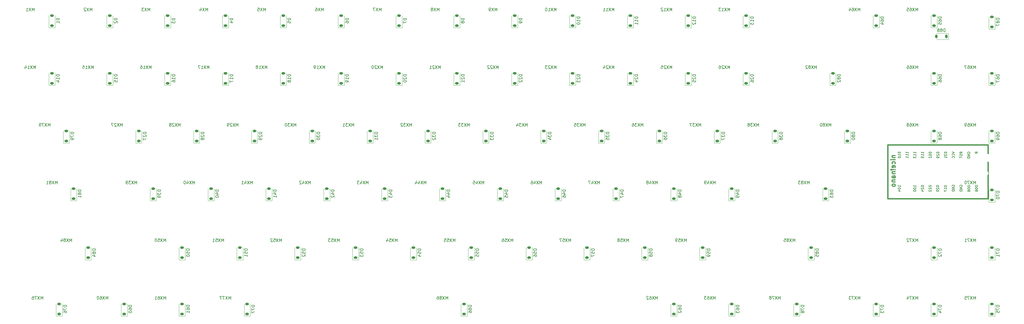
<source format=gbo>
%TF.GenerationSoftware,KiCad,Pcbnew,9.0.2*%
%TF.CreationDate,2025-07-13T14:40:43-07:00*%
%TF.ProjectId,Kicad Project,4b696361-6420-4507-926f-6a6563742e6b,rev?*%
%TF.SameCoordinates,Original*%
%TF.FileFunction,Legend,Bot*%
%TF.FilePolarity,Positive*%
%FSLAX46Y46*%
G04 Gerber Fmt 4.6, Leading zero omitted, Abs format (unit mm)*
G04 Created by KiCad (PCBNEW 9.0.2) date 2025-07-13 14:40:43*
%MOMM*%
%LPD*%
G01*
G04 APERTURE LIST*
G04 Aperture macros list*
%AMRoundRect*
0 Rectangle with rounded corners*
0 $1 Rounding radius*
0 $2 $3 $4 $5 $6 $7 $8 $9 X,Y pos of 4 corners*
0 Add a 4 corners polygon primitive as box body*
4,1,4,$2,$3,$4,$5,$6,$7,$8,$9,$2,$3,0*
0 Add four circle primitives for the rounded corners*
1,1,$1+$1,$2,$3*
1,1,$1+$1,$4,$5*
1,1,$1+$1,$6,$7*
1,1,$1+$1,$8,$9*
0 Add four rect primitives between the rounded corners*
20,1,$1+$1,$2,$3,$4,$5,0*
20,1,$1+$1,$4,$5,$6,$7,0*
20,1,$1+$1,$6,$7,$8,$9,0*
20,1,$1+$1,$8,$9,$2,$3,0*%
G04 Aperture macros list end*
%ADD10C,0.150000*%
%ADD11C,0.300000*%
%ADD12C,0.120000*%
%ADD13C,0.381000*%
%ADD14C,1.752600*%
%ADD15C,1.750000*%
%ADD16C,3.000000*%
%ADD17C,3.987800*%
%ADD18R,2.550000X2.500000*%
%ADD19RoundRect,0.225000X0.375000X-0.225000X0.375000X0.225000X-0.375000X0.225000X-0.375000X-0.225000X0*%
%ADD20C,3.048000*%
%ADD21C,3.200000*%
%ADD22O,2.200000X1.600000*%
%ADD23C,2.100000*%
%ADD24R,2.000000X2.000000*%
%ADD25C,2.000000*%
%ADD26R,3.200000X2.000000*%
%ADD27RoundRect,0.225000X0.225000X0.375000X-0.225000X0.375000X-0.225000X-0.375000X0.225000X-0.375000X0*%
G04 APERTURE END LIST*
D10*
X149399564Y-134471647D02*
X149399564Y-133471647D01*
X149399564Y-133471647D02*
X149066231Y-134185932D01*
X149066231Y-134185932D02*
X148732898Y-133471647D01*
X148732898Y-133471647D02*
X148732898Y-134471647D01*
X148351945Y-133471647D02*
X147685279Y-134471647D01*
X147685279Y-133471647D02*
X148351945Y-134471647D01*
X146875755Y-133804980D02*
X146875755Y-134471647D01*
X147113850Y-133424028D02*
X147351945Y-134138313D01*
X147351945Y-134138313D02*
X146732898Y-134138313D01*
X146399564Y-133566885D02*
X146351945Y-133519266D01*
X146351945Y-133519266D02*
X146256707Y-133471647D01*
X146256707Y-133471647D02*
X146018612Y-133471647D01*
X146018612Y-133471647D02*
X145923374Y-133519266D01*
X145923374Y-133519266D02*
X145875755Y-133566885D01*
X145875755Y-133566885D02*
X145828136Y-133662123D01*
X145828136Y-133662123D02*
X145828136Y-133757361D01*
X145828136Y-133757361D02*
X145875755Y-133900218D01*
X145875755Y-133900218D02*
X146447183Y-134471647D01*
X146447183Y-134471647D02*
X145828136Y-134471647D01*
X230362064Y-96371647D02*
X230362064Y-95371647D01*
X230362064Y-95371647D02*
X230028731Y-96085932D01*
X230028731Y-96085932D02*
X229695398Y-95371647D01*
X229695398Y-95371647D02*
X229695398Y-96371647D01*
X229314445Y-95371647D02*
X228647779Y-96371647D01*
X228647779Y-95371647D02*
X229314445Y-96371647D01*
X228314445Y-95466885D02*
X228266826Y-95419266D01*
X228266826Y-95419266D02*
X228171588Y-95371647D01*
X228171588Y-95371647D02*
X227933493Y-95371647D01*
X227933493Y-95371647D02*
X227838255Y-95419266D01*
X227838255Y-95419266D02*
X227790636Y-95466885D01*
X227790636Y-95466885D02*
X227743017Y-95562123D01*
X227743017Y-95562123D02*
X227743017Y-95657361D01*
X227743017Y-95657361D02*
X227790636Y-95800218D01*
X227790636Y-95800218D02*
X228362064Y-96371647D01*
X228362064Y-96371647D02*
X227743017Y-96371647D01*
X227409683Y-95371647D02*
X226790636Y-95371647D01*
X226790636Y-95371647D02*
X227123969Y-95752599D01*
X227123969Y-95752599D02*
X226981112Y-95752599D01*
X226981112Y-95752599D02*
X226885874Y-95800218D01*
X226885874Y-95800218D02*
X226838255Y-95847837D01*
X226838255Y-95847837D02*
X226790636Y-95943075D01*
X226790636Y-95943075D02*
X226790636Y-96181170D01*
X226790636Y-96181170D02*
X226838255Y-96276408D01*
X226838255Y-96276408D02*
X226885874Y-96324028D01*
X226885874Y-96324028D02*
X226981112Y-96371647D01*
X226981112Y-96371647D02*
X227266826Y-96371647D01*
X227266826Y-96371647D02*
X227362064Y-96324028D01*
X227362064Y-96324028D02*
X227409683Y-96276408D01*
X87487064Y-115421647D02*
X87487064Y-114421647D01*
X87487064Y-114421647D02*
X87153731Y-115135932D01*
X87153731Y-115135932D02*
X86820398Y-114421647D01*
X86820398Y-114421647D02*
X86820398Y-115421647D01*
X86439445Y-114421647D02*
X85772779Y-115421647D01*
X85772779Y-114421647D02*
X86439445Y-115421647D01*
X85439445Y-114516885D02*
X85391826Y-114469266D01*
X85391826Y-114469266D02*
X85296588Y-114421647D01*
X85296588Y-114421647D02*
X85058493Y-114421647D01*
X85058493Y-114421647D02*
X84963255Y-114469266D01*
X84963255Y-114469266D02*
X84915636Y-114516885D01*
X84915636Y-114516885D02*
X84868017Y-114612123D01*
X84868017Y-114612123D02*
X84868017Y-114707361D01*
X84868017Y-114707361D02*
X84915636Y-114850218D01*
X84915636Y-114850218D02*
X85487064Y-115421647D01*
X85487064Y-115421647D02*
X84868017Y-115421647D01*
X84534683Y-114421647D02*
X83868017Y-114421647D01*
X83868017Y-114421647D02*
X84296588Y-115421647D01*
X201787064Y-115421647D02*
X201787064Y-114421647D01*
X201787064Y-114421647D02*
X201453731Y-115135932D01*
X201453731Y-115135932D02*
X201120398Y-114421647D01*
X201120398Y-114421647D02*
X201120398Y-115421647D01*
X200739445Y-114421647D02*
X200072779Y-115421647D01*
X200072779Y-114421647D02*
X200739445Y-115421647D01*
X199787064Y-114421647D02*
X199168017Y-114421647D01*
X199168017Y-114421647D02*
X199501350Y-114802599D01*
X199501350Y-114802599D02*
X199358493Y-114802599D01*
X199358493Y-114802599D02*
X199263255Y-114850218D01*
X199263255Y-114850218D02*
X199215636Y-114897837D01*
X199215636Y-114897837D02*
X199168017Y-114993075D01*
X199168017Y-114993075D02*
X199168017Y-115231170D01*
X199168017Y-115231170D02*
X199215636Y-115326408D01*
X199215636Y-115326408D02*
X199263255Y-115374028D01*
X199263255Y-115374028D02*
X199358493Y-115421647D01*
X199358493Y-115421647D02*
X199644207Y-115421647D01*
X199644207Y-115421647D02*
X199739445Y-115374028D01*
X199739445Y-115374028D02*
X199787064Y-115326408D01*
X198834683Y-114421647D02*
X198215636Y-114421647D01*
X198215636Y-114421647D02*
X198548969Y-114802599D01*
X198548969Y-114802599D02*
X198406112Y-114802599D01*
X198406112Y-114802599D02*
X198310874Y-114850218D01*
X198310874Y-114850218D02*
X198263255Y-114897837D01*
X198263255Y-114897837D02*
X198215636Y-114993075D01*
X198215636Y-114993075D02*
X198215636Y-115231170D01*
X198215636Y-115231170D02*
X198263255Y-115326408D01*
X198263255Y-115326408D02*
X198310874Y-115374028D01*
X198310874Y-115374028D02*
X198406112Y-115421647D01*
X198406112Y-115421647D02*
X198691826Y-115421647D01*
X198691826Y-115421647D02*
X198787064Y-115374028D01*
X198787064Y-115374028D02*
X198834683Y-115326408D01*
X125587064Y-115421647D02*
X125587064Y-114421647D01*
X125587064Y-114421647D02*
X125253731Y-115135932D01*
X125253731Y-115135932D02*
X124920398Y-114421647D01*
X124920398Y-114421647D02*
X124920398Y-115421647D01*
X124539445Y-114421647D02*
X123872779Y-115421647D01*
X123872779Y-114421647D02*
X124539445Y-115421647D01*
X123539445Y-114516885D02*
X123491826Y-114469266D01*
X123491826Y-114469266D02*
X123396588Y-114421647D01*
X123396588Y-114421647D02*
X123158493Y-114421647D01*
X123158493Y-114421647D02*
X123063255Y-114469266D01*
X123063255Y-114469266D02*
X123015636Y-114516885D01*
X123015636Y-114516885D02*
X122968017Y-114612123D01*
X122968017Y-114612123D02*
X122968017Y-114707361D01*
X122968017Y-114707361D02*
X123015636Y-114850218D01*
X123015636Y-114850218D02*
X123587064Y-115421647D01*
X123587064Y-115421647D02*
X122968017Y-115421647D01*
X122491826Y-115421647D02*
X122301350Y-115421647D01*
X122301350Y-115421647D02*
X122206112Y-115374028D01*
X122206112Y-115374028D02*
X122158493Y-115326408D01*
X122158493Y-115326408D02*
X122063255Y-115183551D01*
X122063255Y-115183551D02*
X122015636Y-114993075D01*
X122015636Y-114993075D02*
X122015636Y-114612123D01*
X122015636Y-114612123D02*
X122063255Y-114516885D01*
X122063255Y-114516885D02*
X122110874Y-114469266D01*
X122110874Y-114469266D02*
X122206112Y-114421647D01*
X122206112Y-114421647D02*
X122396588Y-114421647D01*
X122396588Y-114421647D02*
X122491826Y-114469266D01*
X122491826Y-114469266D02*
X122539445Y-114516885D01*
X122539445Y-114516885D02*
X122587064Y-114612123D01*
X122587064Y-114612123D02*
X122587064Y-114850218D01*
X122587064Y-114850218D02*
X122539445Y-114945456D01*
X122539445Y-114945456D02*
X122491826Y-114993075D01*
X122491826Y-114993075D02*
X122396588Y-115040694D01*
X122396588Y-115040694D02*
X122206112Y-115040694D01*
X122206112Y-115040694D02*
X122110874Y-114993075D01*
X122110874Y-114993075D02*
X122063255Y-114945456D01*
X122063255Y-114945456D02*
X122015636Y-114850218D01*
X268462064Y-96371647D02*
X268462064Y-95371647D01*
X268462064Y-95371647D02*
X268128731Y-96085932D01*
X268128731Y-96085932D02*
X267795398Y-95371647D01*
X267795398Y-95371647D02*
X267795398Y-96371647D01*
X267414445Y-95371647D02*
X266747779Y-96371647D01*
X266747779Y-95371647D02*
X267414445Y-96371647D01*
X266414445Y-95466885D02*
X266366826Y-95419266D01*
X266366826Y-95419266D02*
X266271588Y-95371647D01*
X266271588Y-95371647D02*
X266033493Y-95371647D01*
X266033493Y-95371647D02*
X265938255Y-95419266D01*
X265938255Y-95419266D02*
X265890636Y-95466885D01*
X265890636Y-95466885D02*
X265843017Y-95562123D01*
X265843017Y-95562123D02*
X265843017Y-95657361D01*
X265843017Y-95657361D02*
X265890636Y-95800218D01*
X265890636Y-95800218D02*
X266462064Y-96371647D01*
X266462064Y-96371647D02*
X265843017Y-96371647D01*
X264938255Y-95371647D02*
X265414445Y-95371647D01*
X265414445Y-95371647D02*
X265462064Y-95847837D01*
X265462064Y-95847837D02*
X265414445Y-95800218D01*
X265414445Y-95800218D02*
X265319207Y-95752599D01*
X265319207Y-95752599D02*
X265081112Y-95752599D01*
X265081112Y-95752599D02*
X264985874Y-95800218D01*
X264985874Y-95800218D02*
X264938255Y-95847837D01*
X264938255Y-95847837D02*
X264890636Y-95943075D01*
X264890636Y-95943075D02*
X264890636Y-96181170D01*
X264890636Y-96181170D02*
X264938255Y-96276408D01*
X264938255Y-96276408D02*
X264985874Y-96324028D01*
X264985874Y-96324028D02*
X265081112Y-96371647D01*
X265081112Y-96371647D02*
X265319207Y-96371647D01*
X265319207Y-96371647D02*
X265414445Y-96324028D01*
X265414445Y-96324028D02*
X265462064Y-96276408D01*
X92249564Y-134471647D02*
X92249564Y-133471647D01*
X92249564Y-133471647D02*
X91916231Y-134185932D01*
X91916231Y-134185932D02*
X91582898Y-133471647D01*
X91582898Y-133471647D02*
X91582898Y-134471647D01*
X91201945Y-133471647D02*
X90535279Y-134471647D01*
X90535279Y-133471647D02*
X91201945Y-134471647D01*
X90249564Y-133471647D02*
X89630517Y-133471647D01*
X89630517Y-133471647D02*
X89963850Y-133852599D01*
X89963850Y-133852599D02*
X89820993Y-133852599D01*
X89820993Y-133852599D02*
X89725755Y-133900218D01*
X89725755Y-133900218D02*
X89678136Y-133947837D01*
X89678136Y-133947837D02*
X89630517Y-134043075D01*
X89630517Y-134043075D02*
X89630517Y-134281170D01*
X89630517Y-134281170D02*
X89678136Y-134376408D01*
X89678136Y-134376408D02*
X89725755Y-134424028D01*
X89725755Y-134424028D02*
X89820993Y-134471647D01*
X89820993Y-134471647D02*
X90106707Y-134471647D01*
X90106707Y-134471647D02*
X90201945Y-134424028D01*
X90201945Y-134424028D02*
X90249564Y-134376408D01*
X89154326Y-134471647D02*
X88963850Y-134471647D01*
X88963850Y-134471647D02*
X88868612Y-134424028D01*
X88868612Y-134424028D02*
X88820993Y-134376408D01*
X88820993Y-134376408D02*
X88725755Y-134233551D01*
X88725755Y-134233551D02*
X88678136Y-134043075D01*
X88678136Y-134043075D02*
X88678136Y-133662123D01*
X88678136Y-133662123D02*
X88725755Y-133566885D01*
X88725755Y-133566885D02*
X88773374Y-133519266D01*
X88773374Y-133519266D02*
X88868612Y-133471647D01*
X88868612Y-133471647D02*
X89059088Y-133471647D01*
X89059088Y-133471647D02*
X89154326Y-133519266D01*
X89154326Y-133519266D02*
X89201945Y-133566885D01*
X89201945Y-133566885D02*
X89249564Y-133662123D01*
X89249564Y-133662123D02*
X89249564Y-133900218D01*
X89249564Y-133900218D02*
X89201945Y-133995456D01*
X89201945Y-133995456D02*
X89154326Y-134043075D01*
X89154326Y-134043075D02*
X89059088Y-134090694D01*
X89059088Y-134090694D02*
X88868612Y-134090694D01*
X88868612Y-134090694D02*
X88773374Y-134043075D01*
X88773374Y-134043075D02*
X88725755Y-133995456D01*
X88725755Y-133995456D02*
X88678136Y-133900218D01*
X258937064Y-115421647D02*
X258937064Y-114421647D01*
X258937064Y-114421647D02*
X258603731Y-115135932D01*
X258603731Y-115135932D02*
X258270398Y-114421647D01*
X258270398Y-114421647D02*
X258270398Y-115421647D01*
X257889445Y-114421647D02*
X257222779Y-115421647D01*
X257222779Y-114421647D02*
X257889445Y-115421647D01*
X256937064Y-114421647D02*
X256318017Y-114421647D01*
X256318017Y-114421647D02*
X256651350Y-114802599D01*
X256651350Y-114802599D02*
X256508493Y-114802599D01*
X256508493Y-114802599D02*
X256413255Y-114850218D01*
X256413255Y-114850218D02*
X256365636Y-114897837D01*
X256365636Y-114897837D02*
X256318017Y-114993075D01*
X256318017Y-114993075D02*
X256318017Y-115231170D01*
X256318017Y-115231170D02*
X256365636Y-115326408D01*
X256365636Y-115326408D02*
X256413255Y-115374028D01*
X256413255Y-115374028D02*
X256508493Y-115421647D01*
X256508493Y-115421647D02*
X256794207Y-115421647D01*
X256794207Y-115421647D02*
X256889445Y-115374028D01*
X256889445Y-115374028D02*
X256937064Y-115326408D01*
X255460874Y-114421647D02*
X255651350Y-114421647D01*
X255651350Y-114421647D02*
X255746588Y-114469266D01*
X255746588Y-114469266D02*
X255794207Y-114516885D01*
X255794207Y-114516885D02*
X255889445Y-114659742D01*
X255889445Y-114659742D02*
X255937064Y-114850218D01*
X255937064Y-114850218D02*
X255937064Y-115231170D01*
X255937064Y-115231170D02*
X255889445Y-115326408D01*
X255889445Y-115326408D02*
X255841826Y-115374028D01*
X255841826Y-115374028D02*
X255746588Y-115421647D01*
X255746588Y-115421647D02*
X255556112Y-115421647D01*
X255556112Y-115421647D02*
X255460874Y-115374028D01*
X255460874Y-115374028D02*
X255413255Y-115326408D01*
X255413255Y-115326408D02*
X255365636Y-115231170D01*
X255365636Y-115231170D02*
X255365636Y-114993075D01*
X255365636Y-114993075D02*
X255413255Y-114897837D01*
X255413255Y-114897837D02*
X255460874Y-114850218D01*
X255460874Y-114850218D02*
X255556112Y-114802599D01*
X255556112Y-114802599D02*
X255746588Y-114802599D01*
X255746588Y-114802599D02*
X255841826Y-114850218D01*
X255841826Y-114850218D02*
X255889445Y-114897837D01*
X255889445Y-114897837D02*
X255937064Y-114993075D01*
X185811229Y-155948292D02*
X184811229Y-155948292D01*
X184811229Y-155948292D02*
X184811229Y-156186387D01*
X184811229Y-156186387D02*
X184858848Y-156329244D01*
X184858848Y-156329244D02*
X184954086Y-156424482D01*
X184954086Y-156424482D02*
X185049324Y-156472101D01*
X185049324Y-156472101D02*
X185239800Y-156519720D01*
X185239800Y-156519720D02*
X185382657Y-156519720D01*
X185382657Y-156519720D02*
X185573133Y-156472101D01*
X185573133Y-156472101D02*
X185668371Y-156424482D01*
X185668371Y-156424482D02*
X185763610Y-156329244D01*
X185763610Y-156329244D02*
X185811229Y-156186387D01*
X185811229Y-156186387D02*
X185811229Y-155948292D01*
X184811229Y-157424482D02*
X184811229Y-156948292D01*
X184811229Y-156948292D02*
X185287419Y-156900673D01*
X185287419Y-156900673D02*
X185239800Y-156948292D01*
X185239800Y-156948292D02*
X185192181Y-157043530D01*
X185192181Y-157043530D02*
X185192181Y-157281625D01*
X185192181Y-157281625D02*
X185239800Y-157376863D01*
X185239800Y-157376863D02*
X185287419Y-157424482D01*
X185287419Y-157424482D02*
X185382657Y-157472101D01*
X185382657Y-157472101D02*
X185620752Y-157472101D01*
X185620752Y-157472101D02*
X185715990Y-157424482D01*
X185715990Y-157424482D02*
X185763610Y-157376863D01*
X185763610Y-157376863D02*
X185811229Y-157281625D01*
X185811229Y-157281625D02*
X185811229Y-157043530D01*
X185811229Y-157043530D02*
X185763610Y-156948292D01*
X185763610Y-156948292D02*
X185715990Y-156900673D01*
X185144562Y-158329244D02*
X185811229Y-158329244D01*
X184763610Y-158091149D02*
X185477895Y-157853054D01*
X185477895Y-157853054D02*
X185477895Y-158472101D01*
X128661229Y-155948292D02*
X127661229Y-155948292D01*
X127661229Y-155948292D02*
X127661229Y-156186387D01*
X127661229Y-156186387D02*
X127708848Y-156329244D01*
X127708848Y-156329244D02*
X127804086Y-156424482D01*
X127804086Y-156424482D02*
X127899324Y-156472101D01*
X127899324Y-156472101D02*
X128089800Y-156519720D01*
X128089800Y-156519720D02*
X128232657Y-156519720D01*
X128232657Y-156519720D02*
X128423133Y-156472101D01*
X128423133Y-156472101D02*
X128518371Y-156424482D01*
X128518371Y-156424482D02*
X128613610Y-156329244D01*
X128613610Y-156329244D02*
X128661229Y-156186387D01*
X128661229Y-156186387D02*
X128661229Y-155948292D01*
X127661229Y-157424482D02*
X127661229Y-156948292D01*
X127661229Y-156948292D02*
X128137419Y-156900673D01*
X128137419Y-156900673D02*
X128089800Y-156948292D01*
X128089800Y-156948292D02*
X128042181Y-157043530D01*
X128042181Y-157043530D02*
X128042181Y-157281625D01*
X128042181Y-157281625D02*
X128089800Y-157376863D01*
X128089800Y-157376863D02*
X128137419Y-157424482D01*
X128137419Y-157424482D02*
X128232657Y-157472101D01*
X128232657Y-157472101D02*
X128470752Y-157472101D01*
X128470752Y-157472101D02*
X128565990Y-157424482D01*
X128565990Y-157424482D02*
X128613610Y-157376863D01*
X128613610Y-157376863D02*
X128661229Y-157281625D01*
X128661229Y-157281625D02*
X128661229Y-157043530D01*
X128661229Y-157043530D02*
X128613610Y-156948292D01*
X128613610Y-156948292D02*
X128565990Y-156900673D01*
X128661229Y-158424482D02*
X128661229Y-157853054D01*
X128661229Y-158138768D02*
X127661229Y-158138768D01*
X127661229Y-158138768D02*
X127804086Y-158043530D01*
X127804086Y-158043530D02*
X127899324Y-157948292D01*
X127899324Y-157948292D02*
X127946943Y-157853054D01*
X235124564Y-153521647D02*
X235124564Y-152521647D01*
X235124564Y-152521647D02*
X234791231Y-153235932D01*
X234791231Y-153235932D02*
X234457898Y-152521647D01*
X234457898Y-152521647D02*
X234457898Y-153521647D01*
X234076945Y-152521647D02*
X233410279Y-153521647D01*
X233410279Y-152521647D02*
X234076945Y-153521647D01*
X232553136Y-152521647D02*
X233029326Y-152521647D01*
X233029326Y-152521647D02*
X233076945Y-152997837D01*
X233076945Y-152997837D02*
X233029326Y-152950218D01*
X233029326Y-152950218D02*
X232934088Y-152902599D01*
X232934088Y-152902599D02*
X232695993Y-152902599D01*
X232695993Y-152902599D02*
X232600755Y-152950218D01*
X232600755Y-152950218D02*
X232553136Y-152997837D01*
X232553136Y-152997837D02*
X232505517Y-153093075D01*
X232505517Y-153093075D02*
X232505517Y-153331170D01*
X232505517Y-153331170D02*
X232553136Y-153426408D01*
X232553136Y-153426408D02*
X232600755Y-153474028D01*
X232600755Y-153474028D02*
X232695993Y-153521647D01*
X232695993Y-153521647D02*
X232934088Y-153521647D01*
X232934088Y-153521647D02*
X233029326Y-153474028D01*
X233029326Y-153474028D02*
X233076945Y-153426408D01*
X232172183Y-152521647D02*
X231505517Y-152521647D01*
X231505517Y-152521647D02*
X231934088Y-153521647D01*
X330374564Y-172571647D02*
X330374564Y-171571647D01*
X330374564Y-171571647D02*
X330041231Y-172285932D01*
X330041231Y-172285932D02*
X329707898Y-171571647D01*
X329707898Y-171571647D02*
X329707898Y-172571647D01*
X329326945Y-171571647D02*
X328660279Y-172571647D01*
X328660279Y-171571647D02*
X329326945Y-172571647D01*
X328374564Y-171571647D02*
X327707898Y-171571647D01*
X327707898Y-171571647D02*
X328136469Y-172571647D01*
X327422183Y-171571647D02*
X326803136Y-171571647D01*
X326803136Y-171571647D02*
X327136469Y-171952599D01*
X327136469Y-171952599D02*
X326993612Y-171952599D01*
X326993612Y-171952599D02*
X326898374Y-172000218D01*
X326898374Y-172000218D02*
X326850755Y-172047837D01*
X326850755Y-172047837D02*
X326803136Y-172143075D01*
X326803136Y-172143075D02*
X326803136Y-172381170D01*
X326803136Y-172381170D02*
X326850755Y-172476408D01*
X326850755Y-172476408D02*
X326898374Y-172524028D01*
X326898374Y-172524028D02*
X326993612Y-172571647D01*
X326993612Y-172571647D02*
X327279326Y-172571647D01*
X327279326Y-172571647D02*
X327374564Y-172524028D01*
X327374564Y-172524028D02*
X327422183Y-172476408D01*
X61293314Y-172571647D02*
X61293314Y-171571647D01*
X61293314Y-171571647D02*
X60959981Y-172285932D01*
X60959981Y-172285932D02*
X60626648Y-171571647D01*
X60626648Y-171571647D02*
X60626648Y-172571647D01*
X60245695Y-171571647D02*
X59579029Y-172571647D01*
X59579029Y-171571647D02*
X60245695Y-172571647D01*
X59293314Y-171571647D02*
X58626648Y-171571647D01*
X58626648Y-171571647D02*
X59055219Y-172571647D01*
X57817124Y-171571647D02*
X58007600Y-171571647D01*
X58007600Y-171571647D02*
X58102838Y-171619266D01*
X58102838Y-171619266D02*
X58150457Y-171666885D01*
X58150457Y-171666885D02*
X58245695Y-171809742D01*
X58245695Y-171809742D02*
X58293314Y-172000218D01*
X58293314Y-172000218D02*
X58293314Y-172381170D01*
X58293314Y-172381170D02*
X58245695Y-172476408D01*
X58245695Y-172476408D02*
X58198076Y-172524028D01*
X58198076Y-172524028D02*
X58102838Y-172571647D01*
X58102838Y-172571647D02*
X57912362Y-172571647D01*
X57912362Y-172571647D02*
X57817124Y-172524028D01*
X57817124Y-172524028D02*
X57769505Y-172476408D01*
X57769505Y-172476408D02*
X57721886Y-172381170D01*
X57721886Y-172381170D02*
X57721886Y-172143075D01*
X57721886Y-172143075D02*
X57769505Y-172047837D01*
X57769505Y-172047837D02*
X57817124Y-172000218D01*
X57817124Y-172000218D02*
X57912362Y-171952599D01*
X57912362Y-171952599D02*
X58102838Y-171952599D01*
X58102838Y-171952599D02*
X58198076Y-172000218D01*
X58198076Y-172000218D02*
X58245695Y-172047837D01*
X58245695Y-172047837D02*
X58293314Y-172143075D01*
X281061229Y-155948292D02*
X280061229Y-155948292D01*
X280061229Y-155948292D02*
X280061229Y-156186387D01*
X280061229Y-156186387D02*
X280108848Y-156329244D01*
X280108848Y-156329244D02*
X280204086Y-156424482D01*
X280204086Y-156424482D02*
X280299324Y-156472101D01*
X280299324Y-156472101D02*
X280489800Y-156519720D01*
X280489800Y-156519720D02*
X280632657Y-156519720D01*
X280632657Y-156519720D02*
X280823133Y-156472101D01*
X280823133Y-156472101D02*
X280918371Y-156424482D01*
X280918371Y-156424482D02*
X281013610Y-156329244D01*
X281013610Y-156329244D02*
X281061229Y-156186387D01*
X281061229Y-156186387D02*
X281061229Y-155948292D01*
X280061229Y-157424482D02*
X280061229Y-156948292D01*
X280061229Y-156948292D02*
X280537419Y-156900673D01*
X280537419Y-156900673D02*
X280489800Y-156948292D01*
X280489800Y-156948292D02*
X280442181Y-157043530D01*
X280442181Y-157043530D02*
X280442181Y-157281625D01*
X280442181Y-157281625D02*
X280489800Y-157376863D01*
X280489800Y-157376863D02*
X280537419Y-157424482D01*
X280537419Y-157424482D02*
X280632657Y-157472101D01*
X280632657Y-157472101D02*
X280870752Y-157472101D01*
X280870752Y-157472101D02*
X280965990Y-157424482D01*
X280965990Y-157424482D02*
X281013610Y-157376863D01*
X281013610Y-157376863D02*
X281061229Y-157281625D01*
X281061229Y-157281625D02*
X281061229Y-157043530D01*
X281061229Y-157043530D02*
X281013610Y-156948292D01*
X281013610Y-156948292D02*
X280965990Y-156900673D01*
X281061229Y-157948292D02*
X281061229Y-158138768D01*
X281061229Y-158138768D02*
X281013610Y-158234006D01*
X281013610Y-158234006D02*
X280965990Y-158281625D01*
X280965990Y-158281625D02*
X280823133Y-158376863D01*
X280823133Y-158376863D02*
X280632657Y-158424482D01*
X280632657Y-158424482D02*
X280251705Y-158424482D01*
X280251705Y-158424482D02*
X280156467Y-158376863D01*
X280156467Y-158376863D02*
X280108848Y-158329244D01*
X280108848Y-158329244D02*
X280061229Y-158234006D01*
X280061229Y-158234006D02*
X280061229Y-158043530D01*
X280061229Y-158043530D02*
X280108848Y-157948292D01*
X280108848Y-157948292D02*
X280156467Y-157900673D01*
X280156467Y-157900673D02*
X280251705Y-157853054D01*
X280251705Y-157853054D02*
X280489800Y-157853054D01*
X280489800Y-157853054D02*
X280585038Y-157900673D01*
X280585038Y-157900673D02*
X280632657Y-157948292D01*
X280632657Y-157948292D02*
X280680276Y-158043530D01*
X280680276Y-158043530D02*
X280680276Y-158234006D01*
X280680276Y-158234006D02*
X280632657Y-158329244D01*
X280632657Y-158329244D02*
X280585038Y-158376863D01*
X280585038Y-158376863D02*
X280489800Y-158424482D01*
X287512064Y-77321647D02*
X287512064Y-76321647D01*
X287512064Y-76321647D02*
X287178731Y-77035932D01*
X287178731Y-77035932D02*
X286845398Y-76321647D01*
X286845398Y-76321647D02*
X286845398Y-77321647D01*
X286464445Y-76321647D02*
X285797779Y-77321647D01*
X285797779Y-76321647D02*
X286464445Y-77321647D01*
X284893017Y-77321647D02*
X285464445Y-77321647D01*
X285178731Y-77321647D02*
X285178731Y-76321647D01*
X285178731Y-76321647D02*
X285273969Y-76464504D01*
X285273969Y-76464504D02*
X285369207Y-76559742D01*
X285369207Y-76559742D02*
X285464445Y-76607361D01*
X284559683Y-76321647D02*
X283940636Y-76321647D01*
X283940636Y-76321647D02*
X284273969Y-76702599D01*
X284273969Y-76702599D02*
X284131112Y-76702599D01*
X284131112Y-76702599D02*
X284035874Y-76750218D01*
X284035874Y-76750218D02*
X283988255Y-76797837D01*
X283988255Y-76797837D02*
X283940636Y-76893075D01*
X283940636Y-76893075D02*
X283940636Y-77131170D01*
X283940636Y-77131170D02*
X283988255Y-77226408D01*
X283988255Y-77226408D02*
X284035874Y-77274028D01*
X284035874Y-77274028D02*
X284131112Y-77321647D01*
X284131112Y-77321647D02*
X284416826Y-77321647D01*
X284416826Y-77321647D02*
X284512064Y-77274028D01*
X284512064Y-77274028D02*
X284559683Y-77226408D01*
X97012064Y-96371647D02*
X97012064Y-95371647D01*
X97012064Y-95371647D02*
X96678731Y-96085932D01*
X96678731Y-96085932D02*
X96345398Y-95371647D01*
X96345398Y-95371647D02*
X96345398Y-96371647D01*
X95964445Y-95371647D02*
X95297779Y-96371647D01*
X95297779Y-95371647D02*
X95964445Y-96371647D01*
X94393017Y-96371647D02*
X94964445Y-96371647D01*
X94678731Y-96371647D02*
X94678731Y-95371647D01*
X94678731Y-95371647D02*
X94773969Y-95514504D01*
X94773969Y-95514504D02*
X94869207Y-95609742D01*
X94869207Y-95609742D02*
X94964445Y-95657361D01*
X93535874Y-95371647D02*
X93726350Y-95371647D01*
X93726350Y-95371647D02*
X93821588Y-95419266D01*
X93821588Y-95419266D02*
X93869207Y-95466885D01*
X93869207Y-95466885D02*
X93964445Y-95609742D01*
X93964445Y-95609742D02*
X94012064Y-95800218D01*
X94012064Y-95800218D02*
X94012064Y-96181170D01*
X94012064Y-96181170D02*
X93964445Y-96276408D01*
X93964445Y-96276408D02*
X93916826Y-96324028D01*
X93916826Y-96324028D02*
X93821588Y-96371647D01*
X93821588Y-96371647D02*
X93631112Y-96371647D01*
X93631112Y-96371647D02*
X93535874Y-96324028D01*
X93535874Y-96324028D02*
X93488255Y-96276408D01*
X93488255Y-96276408D02*
X93440636Y-96181170D01*
X93440636Y-96181170D02*
X93440636Y-95943075D01*
X93440636Y-95943075D02*
X93488255Y-95847837D01*
X93488255Y-95847837D02*
X93535874Y-95800218D01*
X93535874Y-95800218D02*
X93631112Y-95752599D01*
X93631112Y-95752599D02*
X93821588Y-95752599D01*
X93821588Y-95752599D02*
X93916826Y-95800218D01*
X93916826Y-95800218D02*
X93964445Y-95847837D01*
X93964445Y-95847837D02*
X94012064Y-95943075D01*
X158924564Y-153521647D02*
X158924564Y-152521647D01*
X158924564Y-152521647D02*
X158591231Y-153235932D01*
X158591231Y-153235932D02*
X158257898Y-152521647D01*
X158257898Y-152521647D02*
X158257898Y-153521647D01*
X157876945Y-152521647D02*
X157210279Y-153521647D01*
X157210279Y-152521647D02*
X157876945Y-153521647D01*
X156353136Y-152521647D02*
X156829326Y-152521647D01*
X156829326Y-152521647D02*
X156876945Y-152997837D01*
X156876945Y-152997837D02*
X156829326Y-152950218D01*
X156829326Y-152950218D02*
X156734088Y-152902599D01*
X156734088Y-152902599D02*
X156495993Y-152902599D01*
X156495993Y-152902599D02*
X156400755Y-152950218D01*
X156400755Y-152950218D02*
X156353136Y-152997837D01*
X156353136Y-152997837D02*
X156305517Y-153093075D01*
X156305517Y-153093075D02*
X156305517Y-153331170D01*
X156305517Y-153331170D02*
X156353136Y-153426408D01*
X156353136Y-153426408D02*
X156400755Y-153474028D01*
X156400755Y-153474028D02*
X156495993Y-153521647D01*
X156495993Y-153521647D02*
X156734088Y-153521647D01*
X156734088Y-153521647D02*
X156829326Y-153474028D01*
X156829326Y-153474028D02*
X156876945Y-153426408D01*
X155972183Y-152521647D02*
X155353136Y-152521647D01*
X155353136Y-152521647D02*
X155686469Y-152902599D01*
X155686469Y-152902599D02*
X155543612Y-152902599D01*
X155543612Y-152902599D02*
X155448374Y-152950218D01*
X155448374Y-152950218D02*
X155400755Y-152997837D01*
X155400755Y-152997837D02*
X155353136Y-153093075D01*
X155353136Y-153093075D02*
X155353136Y-153331170D01*
X155353136Y-153331170D02*
X155400755Y-153426408D01*
X155400755Y-153426408D02*
X155448374Y-153474028D01*
X155448374Y-153474028D02*
X155543612Y-153521647D01*
X155543612Y-153521647D02*
X155829326Y-153521647D01*
X155829326Y-153521647D02*
X155924564Y-153474028D01*
X155924564Y-153474028D02*
X155972183Y-153426408D01*
X273224564Y-153521647D02*
X273224564Y-152521647D01*
X273224564Y-152521647D02*
X272891231Y-153235932D01*
X272891231Y-153235932D02*
X272557898Y-152521647D01*
X272557898Y-152521647D02*
X272557898Y-153521647D01*
X272176945Y-152521647D02*
X271510279Y-153521647D01*
X271510279Y-152521647D02*
X272176945Y-153521647D01*
X270653136Y-152521647D02*
X271129326Y-152521647D01*
X271129326Y-152521647D02*
X271176945Y-152997837D01*
X271176945Y-152997837D02*
X271129326Y-152950218D01*
X271129326Y-152950218D02*
X271034088Y-152902599D01*
X271034088Y-152902599D02*
X270795993Y-152902599D01*
X270795993Y-152902599D02*
X270700755Y-152950218D01*
X270700755Y-152950218D02*
X270653136Y-152997837D01*
X270653136Y-152997837D02*
X270605517Y-153093075D01*
X270605517Y-153093075D02*
X270605517Y-153331170D01*
X270605517Y-153331170D02*
X270653136Y-153426408D01*
X270653136Y-153426408D02*
X270700755Y-153474028D01*
X270700755Y-153474028D02*
X270795993Y-153521647D01*
X270795993Y-153521647D02*
X271034088Y-153521647D01*
X271034088Y-153521647D02*
X271129326Y-153474028D01*
X271129326Y-153474028D02*
X271176945Y-153426408D01*
X270129326Y-153521647D02*
X269938850Y-153521647D01*
X269938850Y-153521647D02*
X269843612Y-153474028D01*
X269843612Y-153474028D02*
X269795993Y-153426408D01*
X269795993Y-153426408D02*
X269700755Y-153283551D01*
X269700755Y-153283551D02*
X269653136Y-153093075D01*
X269653136Y-153093075D02*
X269653136Y-152712123D01*
X269653136Y-152712123D02*
X269700755Y-152616885D01*
X269700755Y-152616885D02*
X269748374Y-152569266D01*
X269748374Y-152569266D02*
X269843612Y-152521647D01*
X269843612Y-152521647D02*
X270034088Y-152521647D01*
X270034088Y-152521647D02*
X270129326Y-152569266D01*
X270129326Y-152569266D02*
X270176945Y-152616885D01*
X270176945Y-152616885D02*
X270224564Y-152712123D01*
X270224564Y-152712123D02*
X270224564Y-152950218D01*
X270224564Y-152950218D02*
X270176945Y-153045456D01*
X270176945Y-153045456D02*
X270129326Y-153093075D01*
X270129326Y-153093075D02*
X270034088Y-153140694D01*
X270034088Y-153140694D02*
X269843612Y-153140694D01*
X269843612Y-153140694D02*
X269748374Y-153093075D01*
X269748374Y-153093075D02*
X269700755Y-153045456D01*
X269700755Y-153045456D02*
X269653136Y-152950218D01*
X223911229Y-155948292D02*
X222911229Y-155948292D01*
X222911229Y-155948292D02*
X222911229Y-156186387D01*
X222911229Y-156186387D02*
X222958848Y-156329244D01*
X222958848Y-156329244D02*
X223054086Y-156424482D01*
X223054086Y-156424482D02*
X223149324Y-156472101D01*
X223149324Y-156472101D02*
X223339800Y-156519720D01*
X223339800Y-156519720D02*
X223482657Y-156519720D01*
X223482657Y-156519720D02*
X223673133Y-156472101D01*
X223673133Y-156472101D02*
X223768371Y-156424482D01*
X223768371Y-156424482D02*
X223863610Y-156329244D01*
X223863610Y-156329244D02*
X223911229Y-156186387D01*
X223911229Y-156186387D02*
X223911229Y-155948292D01*
X222911229Y-157424482D02*
X222911229Y-156948292D01*
X222911229Y-156948292D02*
X223387419Y-156900673D01*
X223387419Y-156900673D02*
X223339800Y-156948292D01*
X223339800Y-156948292D02*
X223292181Y-157043530D01*
X223292181Y-157043530D02*
X223292181Y-157281625D01*
X223292181Y-157281625D02*
X223339800Y-157376863D01*
X223339800Y-157376863D02*
X223387419Y-157424482D01*
X223387419Y-157424482D02*
X223482657Y-157472101D01*
X223482657Y-157472101D02*
X223720752Y-157472101D01*
X223720752Y-157472101D02*
X223815990Y-157424482D01*
X223815990Y-157424482D02*
X223863610Y-157376863D01*
X223863610Y-157376863D02*
X223911229Y-157281625D01*
X223911229Y-157281625D02*
X223911229Y-157043530D01*
X223911229Y-157043530D02*
X223863610Y-156948292D01*
X223863610Y-156948292D02*
X223815990Y-156900673D01*
X222911229Y-158329244D02*
X222911229Y-158138768D01*
X222911229Y-158138768D02*
X222958848Y-158043530D01*
X222958848Y-158043530D02*
X223006467Y-157995911D01*
X223006467Y-157995911D02*
X223149324Y-157900673D01*
X223149324Y-157900673D02*
X223339800Y-157853054D01*
X223339800Y-157853054D02*
X223720752Y-157853054D01*
X223720752Y-157853054D02*
X223815990Y-157900673D01*
X223815990Y-157900673D02*
X223863610Y-157948292D01*
X223863610Y-157948292D02*
X223911229Y-158043530D01*
X223911229Y-158043530D02*
X223911229Y-158234006D01*
X223911229Y-158234006D02*
X223863610Y-158329244D01*
X223863610Y-158329244D02*
X223815990Y-158376863D01*
X223815990Y-158376863D02*
X223720752Y-158424482D01*
X223720752Y-158424482D02*
X223482657Y-158424482D01*
X223482657Y-158424482D02*
X223387419Y-158376863D01*
X223387419Y-158376863D02*
X223339800Y-158329244D01*
X223339800Y-158329244D02*
X223292181Y-158234006D01*
X223292181Y-158234006D02*
X223292181Y-158043530D01*
X223292181Y-158043530D02*
X223339800Y-157948292D01*
X223339800Y-157948292D02*
X223387419Y-157900673D01*
X223387419Y-157900673D02*
X223482657Y-157853054D01*
X320849564Y-115421647D02*
X320849564Y-114421647D01*
X320849564Y-114421647D02*
X320516231Y-115135932D01*
X320516231Y-115135932D02*
X320182898Y-114421647D01*
X320182898Y-114421647D02*
X320182898Y-115421647D01*
X319801945Y-114421647D02*
X319135279Y-115421647D01*
X319135279Y-114421647D02*
X319801945Y-115421647D01*
X318611469Y-114850218D02*
X318706707Y-114802599D01*
X318706707Y-114802599D02*
X318754326Y-114754980D01*
X318754326Y-114754980D02*
X318801945Y-114659742D01*
X318801945Y-114659742D02*
X318801945Y-114612123D01*
X318801945Y-114612123D02*
X318754326Y-114516885D01*
X318754326Y-114516885D02*
X318706707Y-114469266D01*
X318706707Y-114469266D02*
X318611469Y-114421647D01*
X318611469Y-114421647D02*
X318420993Y-114421647D01*
X318420993Y-114421647D02*
X318325755Y-114469266D01*
X318325755Y-114469266D02*
X318278136Y-114516885D01*
X318278136Y-114516885D02*
X318230517Y-114612123D01*
X318230517Y-114612123D02*
X318230517Y-114659742D01*
X318230517Y-114659742D02*
X318278136Y-114754980D01*
X318278136Y-114754980D02*
X318325755Y-114802599D01*
X318325755Y-114802599D02*
X318420993Y-114850218D01*
X318420993Y-114850218D02*
X318611469Y-114850218D01*
X318611469Y-114850218D02*
X318706707Y-114897837D01*
X318706707Y-114897837D02*
X318754326Y-114945456D01*
X318754326Y-114945456D02*
X318801945Y-115040694D01*
X318801945Y-115040694D02*
X318801945Y-115231170D01*
X318801945Y-115231170D02*
X318754326Y-115326408D01*
X318754326Y-115326408D02*
X318706707Y-115374028D01*
X318706707Y-115374028D02*
X318611469Y-115421647D01*
X318611469Y-115421647D02*
X318420993Y-115421647D01*
X318420993Y-115421647D02*
X318325755Y-115374028D01*
X318325755Y-115374028D02*
X318278136Y-115326408D01*
X318278136Y-115326408D02*
X318230517Y-115231170D01*
X318230517Y-115231170D02*
X318230517Y-115040694D01*
X318230517Y-115040694D02*
X318278136Y-114945456D01*
X318278136Y-114945456D02*
X318325755Y-114897837D01*
X318325755Y-114897837D02*
X318420993Y-114850218D01*
X317611469Y-114421647D02*
X317516231Y-114421647D01*
X317516231Y-114421647D02*
X317420993Y-114469266D01*
X317420993Y-114469266D02*
X317373374Y-114516885D01*
X317373374Y-114516885D02*
X317325755Y-114612123D01*
X317325755Y-114612123D02*
X317278136Y-114802599D01*
X317278136Y-114802599D02*
X317278136Y-115040694D01*
X317278136Y-115040694D02*
X317325755Y-115231170D01*
X317325755Y-115231170D02*
X317373374Y-115326408D01*
X317373374Y-115326408D02*
X317420993Y-115374028D01*
X317420993Y-115374028D02*
X317516231Y-115421647D01*
X317516231Y-115421647D02*
X317611469Y-115421647D01*
X317611469Y-115421647D02*
X317706707Y-115374028D01*
X317706707Y-115374028D02*
X317754326Y-115326408D01*
X317754326Y-115326408D02*
X317801945Y-115231170D01*
X317801945Y-115231170D02*
X317849564Y-115040694D01*
X317849564Y-115040694D02*
X317849564Y-114802599D01*
X317849564Y-114802599D02*
X317801945Y-114612123D01*
X317801945Y-114612123D02*
X317754326Y-114516885D01*
X317754326Y-114516885D02*
X317706707Y-114469266D01*
X317706707Y-114469266D02*
X317611469Y-114421647D01*
X316087064Y-96371647D02*
X316087064Y-95371647D01*
X316087064Y-95371647D02*
X315753731Y-96085932D01*
X315753731Y-96085932D02*
X315420398Y-95371647D01*
X315420398Y-95371647D02*
X315420398Y-96371647D01*
X315039445Y-95371647D02*
X314372779Y-96371647D01*
X314372779Y-95371647D02*
X315039445Y-96371647D01*
X313848969Y-95800218D02*
X313944207Y-95752599D01*
X313944207Y-95752599D02*
X313991826Y-95704980D01*
X313991826Y-95704980D02*
X314039445Y-95609742D01*
X314039445Y-95609742D02*
X314039445Y-95562123D01*
X314039445Y-95562123D02*
X313991826Y-95466885D01*
X313991826Y-95466885D02*
X313944207Y-95419266D01*
X313944207Y-95419266D02*
X313848969Y-95371647D01*
X313848969Y-95371647D02*
X313658493Y-95371647D01*
X313658493Y-95371647D02*
X313563255Y-95419266D01*
X313563255Y-95419266D02*
X313515636Y-95466885D01*
X313515636Y-95466885D02*
X313468017Y-95562123D01*
X313468017Y-95562123D02*
X313468017Y-95609742D01*
X313468017Y-95609742D02*
X313515636Y-95704980D01*
X313515636Y-95704980D02*
X313563255Y-95752599D01*
X313563255Y-95752599D02*
X313658493Y-95800218D01*
X313658493Y-95800218D02*
X313848969Y-95800218D01*
X313848969Y-95800218D02*
X313944207Y-95847837D01*
X313944207Y-95847837D02*
X313991826Y-95895456D01*
X313991826Y-95895456D02*
X314039445Y-95990694D01*
X314039445Y-95990694D02*
X314039445Y-96181170D01*
X314039445Y-96181170D02*
X313991826Y-96276408D01*
X313991826Y-96276408D02*
X313944207Y-96324028D01*
X313944207Y-96324028D02*
X313848969Y-96371647D01*
X313848969Y-96371647D02*
X313658493Y-96371647D01*
X313658493Y-96371647D02*
X313563255Y-96324028D01*
X313563255Y-96324028D02*
X313515636Y-96276408D01*
X313515636Y-96276408D02*
X313468017Y-96181170D01*
X313468017Y-96181170D02*
X313468017Y-95990694D01*
X313468017Y-95990694D02*
X313515636Y-95895456D01*
X313515636Y-95895456D02*
X313563255Y-95847837D01*
X313563255Y-95847837D02*
X313658493Y-95800218D01*
X313087064Y-95466885D02*
X313039445Y-95419266D01*
X313039445Y-95419266D02*
X312944207Y-95371647D01*
X312944207Y-95371647D02*
X312706112Y-95371647D01*
X312706112Y-95371647D02*
X312610874Y-95419266D01*
X312610874Y-95419266D02*
X312563255Y-95466885D01*
X312563255Y-95466885D02*
X312515636Y-95562123D01*
X312515636Y-95562123D02*
X312515636Y-95657361D01*
X312515636Y-95657361D02*
X312563255Y-95800218D01*
X312563255Y-95800218D02*
X313134683Y-96371647D01*
X313134683Y-96371647D02*
X312515636Y-96371647D01*
X153685873Y-77321647D02*
X153685873Y-76321647D01*
X153685873Y-76321647D02*
X153352540Y-77035932D01*
X153352540Y-77035932D02*
X153019207Y-76321647D01*
X153019207Y-76321647D02*
X153019207Y-77321647D01*
X152638254Y-76321647D02*
X151971588Y-77321647D01*
X151971588Y-76321647D02*
X152638254Y-77321647D01*
X151162064Y-76321647D02*
X151352540Y-76321647D01*
X151352540Y-76321647D02*
X151447778Y-76369266D01*
X151447778Y-76369266D02*
X151495397Y-76416885D01*
X151495397Y-76416885D02*
X151590635Y-76559742D01*
X151590635Y-76559742D02*
X151638254Y-76750218D01*
X151638254Y-76750218D02*
X151638254Y-77131170D01*
X151638254Y-77131170D02*
X151590635Y-77226408D01*
X151590635Y-77226408D02*
X151543016Y-77274028D01*
X151543016Y-77274028D02*
X151447778Y-77321647D01*
X151447778Y-77321647D02*
X151257302Y-77321647D01*
X151257302Y-77321647D02*
X151162064Y-77274028D01*
X151162064Y-77274028D02*
X151114445Y-77226408D01*
X151114445Y-77226408D02*
X151066826Y-77131170D01*
X151066826Y-77131170D02*
X151066826Y-76893075D01*
X151066826Y-76893075D02*
X151114445Y-76797837D01*
X151114445Y-76797837D02*
X151162064Y-76750218D01*
X151162064Y-76750218D02*
X151257302Y-76702599D01*
X151257302Y-76702599D02*
X151447778Y-76702599D01*
X151447778Y-76702599D02*
X151543016Y-76750218D01*
X151543016Y-76750218D02*
X151590635Y-76797837D01*
X151590635Y-76797837D02*
X151638254Y-76893075D01*
X349424564Y-153521647D02*
X349424564Y-152521647D01*
X349424564Y-152521647D02*
X349091231Y-153235932D01*
X349091231Y-153235932D02*
X348757898Y-152521647D01*
X348757898Y-152521647D02*
X348757898Y-153521647D01*
X348376945Y-152521647D02*
X347710279Y-153521647D01*
X347710279Y-152521647D02*
X348376945Y-153521647D01*
X347424564Y-152521647D02*
X346757898Y-152521647D01*
X346757898Y-152521647D02*
X347186469Y-153521647D01*
X346424564Y-152616885D02*
X346376945Y-152569266D01*
X346376945Y-152569266D02*
X346281707Y-152521647D01*
X346281707Y-152521647D02*
X346043612Y-152521647D01*
X346043612Y-152521647D02*
X345948374Y-152569266D01*
X345948374Y-152569266D02*
X345900755Y-152616885D01*
X345900755Y-152616885D02*
X345853136Y-152712123D01*
X345853136Y-152712123D02*
X345853136Y-152807361D01*
X345853136Y-152807361D02*
X345900755Y-152950218D01*
X345900755Y-152950218D02*
X346472183Y-153521647D01*
X346472183Y-153521647D02*
X345853136Y-153521647D01*
X177974564Y-153521647D02*
X177974564Y-152521647D01*
X177974564Y-152521647D02*
X177641231Y-153235932D01*
X177641231Y-153235932D02*
X177307898Y-152521647D01*
X177307898Y-152521647D02*
X177307898Y-153521647D01*
X176926945Y-152521647D02*
X176260279Y-153521647D01*
X176260279Y-152521647D02*
X176926945Y-153521647D01*
X175403136Y-152521647D02*
X175879326Y-152521647D01*
X175879326Y-152521647D02*
X175926945Y-152997837D01*
X175926945Y-152997837D02*
X175879326Y-152950218D01*
X175879326Y-152950218D02*
X175784088Y-152902599D01*
X175784088Y-152902599D02*
X175545993Y-152902599D01*
X175545993Y-152902599D02*
X175450755Y-152950218D01*
X175450755Y-152950218D02*
X175403136Y-152997837D01*
X175403136Y-152997837D02*
X175355517Y-153093075D01*
X175355517Y-153093075D02*
X175355517Y-153331170D01*
X175355517Y-153331170D02*
X175403136Y-153426408D01*
X175403136Y-153426408D02*
X175450755Y-153474028D01*
X175450755Y-153474028D02*
X175545993Y-153521647D01*
X175545993Y-153521647D02*
X175784088Y-153521647D01*
X175784088Y-153521647D02*
X175879326Y-153474028D01*
X175879326Y-153474028D02*
X175926945Y-153426408D01*
X174498374Y-152854980D02*
X174498374Y-153521647D01*
X174736469Y-152474028D02*
X174974564Y-153188313D01*
X174974564Y-153188313D02*
X174355517Y-153188313D01*
X147711229Y-155948292D02*
X146711229Y-155948292D01*
X146711229Y-155948292D02*
X146711229Y-156186387D01*
X146711229Y-156186387D02*
X146758848Y-156329244D01*
X146758848Y-156329244D02*
X146854086Y-156424482D01*
X146854086Y-156424482D02*
X146949324Y-156472101D01*
X146949324Y-156472101D02*
X147139800Y-156519720D01*
X147139800Y-156519720D02*
X147282657Y-156519720D01*
X147282657Y-156519720D02*
X147473133Y-156472101D01*
X147473133Y-156472101D02*
X147568371Y-156424482D01*
X147568371Y-156424482D02*
X147663610Y-156329244D01*
X147663610Y-156329244D02*
X147711229Y-156186387D01*
X147711229Y-156186387D02*
X147711229Y-155948292D01*
X146711229Y-157424482D02*
X146711229Y-156948292D01*
X146711229Y-156948292D02*
X147187419Y-156900673D01*
X147187419Y-156900673D02*
X147139800Y-156948292D01*
X147139800Y-156948292D02*
X147092181Y-157043530D01*
X147092181Y-157043530D02*
X147092181Y-157281625D01*
X147092181Y-157281625D02*
X147139800Y-157376863D01*
X147139800Y-157376863D02*
X147187419Y-157424482D01*
X147187419Y-157424482D02*
X147282657Y-157472101D01*
X147282657Y-157472101D02*
X147520752Y-157472101D01*
X147520752Y-157472101D02*
X147615990Y-157424482D01*
X147615990Y-157424482D02*
X147663610Y-157376863D01*
X147663610Y-157376863D02*
X147711229Y-157281625D01*
X147711229Y-157281625D02*
X147711229Y-157043530D01*
X147711229Y-157043530D02*
X147663610Y-156948292D01*
X147663610Y-156948292D02*
X147615990Y-156900673D01*
X146806467Y-157853054D02*
X146758848Y-157900673D01*
X146758848Y-157900673D02*
X146711229Y-157995911D01*
X146711229Y-157995911D02*
X146711229Y-158234006D01*
X146711229Y-158234006D02*
X146758848Y-158329244D01*
X146758848Y-158329244D02*
X146806467Y-158376863D01*
X146806467Y-158376863D02*
X146901705Y-158424482D01*
X146901705Y-158424482D02*
X146996943Y-158424482D01*
X146996943Y-158424482D02*
X147139800Y-158376863D01*
X147139800Y-158376863D02*
X147711229Y-157805435D01*
X147711229Y-157805435D02*
X147711229Y-158424482D01*
X120824564Y-153521647D02*
X120824564Y-152521647D01*
X120824564Y-152521647D02*
X120491231Y-153235932D01*
X120491231Y-153235932D02*
X120157898Y-152521647D01*
X120157898Y-152521647D02*
X120157898Y-153521647D01*
X119776945Y-152521647D02*
X119110279Y-153521647D01*
X119110279Y-152521647D02*
X119776945Y-153521647D01*
X118253136Y-152521647D02*
X118729326Y-152521647D01*
X118729326Y-152521647D02*
X118776945Y-152997837D01*
X118776945Y-152997837D02*
X118729326Y-152950218D01*
X118729326Y-152950218D02*
X118634088Y-152902599D01*
X118634088Y-152902599D02*
X118395993Y-152902599D01*
X118395993Y-152902599D02*
X118300755Y-152950218D01*
X118300755Y-152950218D02*
X118253136Y-152997837D01*
X118253136Y-152997837D02*
X118205517Y-153093075D01*
X118205517Y-153093075D02*
X118205517Y-153331170D01*
X118205517Y-153331170D02*
X118253136Y-153426408D01*
X118253136Y-153426408D02*
X118300755Y-153474028D01*
X118300755Y-153474028D02*
X118395993Y-153521647D01*
X118395993Y-153521647D02*
X118634088Y-153521647D01*
X118634088Y-153521647D02*
X118729326Y-153474028D01*
X118729326Y-153474028D02*
X118776945Y-153426408D01*
X117253136Y-153521647D02*
X117824564Y-153521647D01*
X117538850Y-153521647D02*
X117538850Y-152521647D01*
X117538850Y-152521647D02*
X117634088Y-152664504D01*
X117634088Y-152664504D02*
X117729326Y-152759742D01*
X117729326Y-152759742D02*
X117824564Y-152807361D01*
X349424564Y-172571647D02*
X349424564Y-171571647D01*
X349424564Y-171571647D02*
X349091231Y-172285932D01*
X349091231Y-172285932D02*
X348757898Y-171571647D01*
X348757898Y-171571647D02*
X348757898Y-172571647D01*
X348376945Y-171571647D02*
X347710279Y-172571647D01*
X347710279Y-171571647D02*
X348376945Y-172571647D01*
X347424564Y-171571647D02*
X346757898Y-171571647D01*
X346757898Y-171571647D02*
X347186469Y-172571647D01*
X345948374Y-171904980D02*
X345948374Y-172571647D01*
X346186469Y-171524028D02*
X346424564Y-172238313D01*
X346424564Y-172238313D02*
X345805517Y-172238313D01*
X239887064Y-115421647D02*
X239887064Y-114421647D01*
X239887064Y-114421647D02*
X239553731Y-115135932D01*
X239553731Y-115135932D02*
X239220398Y-114421647D01*
X239220398Y-114421647D02*
X239220398Y-115421647D01*
X238839445Y-114421647D02*
X238172779Y-115421647D01*
X238172779Y-114421647D02*
X238839445Y-115421647D01*
X237887064Y-114421647D02*
X237268017Y-114421647D01*
X237268017Y-114421647D02*
X237601350Y-114802599D01*
X237601350Y-114802599D02*
X237458493Y-114802599D01*
X237458493Y-114802599D02*
X237363255Y-114850218D01*
X237363255Y-114850218D02*
X237315636Y-114897837D01*
X237315636Y-114897837D02*
X237268017Y-114993075D01*
X237268017Y-114993075D02*
X237268017Y-115231170D01*
X237268017Y-115231170D02*
X237315636Y-115326408D01*
X237315636Y-115326408D02*
X237363255Y-115374028D01*
X237363255Y-115374028D02*
X237458493Y-115421647D01*
X237458493Y-115421647D02*
X237744207Y-115421647D01*
X237744207Y-115421647D02*
X237839445Y-115374028D01*
X237839445Y-115374028D02*
X237887064Y-115326408D01*
X236363255Y-114421647D02*
X236839445Y-114421647D01*
X236839445Y-114421647D02*
X236887064Y-114897837D01*
X236887064Y-114897837D02*
X236839445Y-114850218D01*
X236839445Y-114850218D02*
X236744207Y-114802599D01*
X236744207Y-114802599D02*
X236506112Y-114802599D01*
X236506112Y-114802599D02*
X236410874Y-114850218D01*
X236410874Y-114850218D02*
X236363255Y-114897837D01*
X236363255Y-114897837D02*
X236315636Y-114993075D01*
X236315636Y-114993075D02*
X236315636Y-115231170D01*
X236315636Y-115231170D02*
X236363255Y-115326408D01*
X236363255Y-115326408D02*
X236410874Y-115374028D01*
X236410874Y-115374028D02*
X236506112Y-115421647D01*
X236506112Y-115421647D02*
X236744207Y-115421647D01*
X236744207Y-115421647D02*
X236839445Y-115374028D01*
X236839445Y-115374028D02*
X236887064Y-115326408D01*
X282749564Y-172571647D02*
X282749564Y-171571647D01*
X282749564Y-171571647D02*
X282416231Y-172285932D01*
X282416231Y-172285932D02*
X282082898Y-171571647D01*
X282082898Y-171571647D02*
X282082898Y-172571647D01*
X281701945Y-171571647D02*
X281035279Y-172571647D01*
X281035279Y-171571647D02*
X281701945Y-172571647D01*
X280225755Y-171571647D02*
X280416231Y-171571647D01*
X280416231Y-171571647D02*
X280511469Y-171619266D01*
X280511469Y-171619266D02*
X280559088Y-171666885D01*
X280559088Y-171666885D02*
X280654326Y-171809742D01*
X280654326Y-171809742D02*
X280701945Y-172000218D01*
X280701945Y-172000218D02*
X280701945Y-172381170D01*
X280701945Y-172381170D02*
X280654326Y-172476408D01*
X280654326Y-172476408D02*
X280606707Y-172524028D01*
X280606707Y-172524028D02*
X280511469Y-172571647D01*
X280511469Y-172571647D02*
X280320993Y-172571647D01*
X280320993Y-172571647D02*
X280225755Y-172524028D01*
X280225755Y-172524028D02*
X280178136Y-172476408D01*
X280178136Y-172476408D02*
X280130517Y-172381170D01*
X280130517Y-172381170D02*
X280130517Y-172143075D01*
X280130517Y-172143075D02*
X280178136Y-172047837D01*
X280178136Y-172047837D02*
X280225755Y-172000218D01*
X280225755Y-172000218D02*
X280320993Y-171952599D01*
X280320993Y-171952599D02*
X280511469Y-171952599D01*
X280511469Y-171952599D02*
X280606707Y-172000218D01*
X280606707Y-172000218D02*
X280654326Y-172047837D01*
X280654326Y-172047837D02*
X280701945Y-172143075D01*
X279797183Y-171571647D02*
X279178136Y-171571647D01*
X279178136Y-171571647D02*
X279511469Y-171952599D01*
X279511469Y-171952599D02*
X279368612Y-171952599D01*
X279368612Y-171952599D02*
X279273374Y-172000218D01*
X279273374Y-172000218D02*
X279225755Y-172047837D01*
X279225755Y-172047837D02*
X279178136Y-172143075D01*
X279178136Y-172143075D02*
X279178136Y-172381170D01*
X279178136Y-172381170D02*
X279225755Y-172476408D01*
X279225755Y-172476408D02*
X279273374Y-172524028D01*
X279273374Y-172524028D02*
X279368612Y-172571647D01*
X279368612Y-172571647D02*
X279654326Y-172571647D01*
X279654326Y-172571647D02*
X279749564Y-172524028D01*
X279749564Y-172524028D02*
X279797183Y-172476408D01*
X166761229Y-155948292D02*
X165761229Y-155948292D01*
X165761229Y-155948292D02*
X165761229Y-156186387D01*
X165761229Y-156186387D02*
X165808848Y-156329244D01*
X165808848Y-156329244D02*
X165904086Y-156424482D01*
X165904086Y-156424482D02*
X165999324Y-156472101D01*
X165999324Y-156472101D02*
X166189800Y-156519720D01*
X166189800Y-156519720D02*
X166332657Y-156519720D01*
X166332657Y-156519720D02*
X166523133Y-156472101D01*
X166523133Y-156472101D02*
X166618371Y-156424482D01*
X166618371Y-156424482D02*
X166713610Y-156329244D01*
X166713610Y-156329244D02*
X166761229Y-156186387D01*
X166761229Y-156186387D02*
X166761229Y-155948292D01*
X165761229Y-157424482D02*
X165761229Y-156948292D01*
X165761229Y-156948292D02*
X166237419Y-156900673D01*
X166237419Y-156900673D02*
X166189800Y-156948292D01*
X166189800Y-156948292D02*
X166142181Y-157043530D01*
X166142181Y-157043530D02*
X166142181Y-157281625D01*
X166142181Y-157281625D02*
X166189800Y-157376863D01*
X166189800Y-157376863D02*
X166237419Y-157424482D01*
X166237419Y-157424482D02*
X166332657Y-157472101D01*
X166332657Y-157472101D02*
X166570752Y-157472101D01*
X166570752Y-157472101D02*
X166665990Y-157424482D01*
X166665990Y-157424482D02*
X166713610Y-157376863D01*
X166713610Y-157376863D02*
X166761229Y-157281625D01*
X166761229Y-157281625D02*
X166761229Y-157043530D01*
X166761229Y-157043530D02*
X166713610Y-156948292D01*
X166713610Y-156948292D02*
X166665990Y-156900673D01*
X165761229Y-157805435D02*
X165761229Y-158424482D01*
X165761229Y-158424482D02*
X166142181Y-158091149D01*
X166142181Y-158091149D02*
X166142181Y-158234006D01*
X166142181Y-158234006D02*
X166189800Y-158329244D01*
X166189800Y-158329244D02*
X166237419Y-158376863D01*
X166237419Y-158376863D02*
X166332657Y-158424482D01*
X166332657Y-158424482D02*
X166570752Y-158424482D01*
X166570752Y-158424482D02*
X166665990Y-158376863D01*
X166665990Y-158376863D02*
X166713610Y-158329244D01*
X166713610Y-158329244D02*
X166761229Y-158234006D01*
X166761229Y-158234006D02*
X166761229Y-157948292D01*
X166761229Y-157948292D02*
X166713610Y-157853054D01*
X166713610Y-157853054D02*
X166665990Y-157805435D01*
X211312064Y-96371647D02*
X211312064Y-95371647D01*
X211312064Y-95371647D02*
X210978731Y-96085932D01*
X210978731Y-96085932D02*
X210645398Y-95371647D01*
X210645398Y-95371647D02*
X210645398Y-96371647D01*
X210264445Y-95371647D02*
X209597779Y-96371647D01*
X209597779Y-95371647D02*
X210264445Y-96371647D01*
X209264445Y-95466885D02*
X209216826Y-95419266D01*
X209216826Y-95419266D02*
X209121588Y-95371647D01*
X209121588Y-95371647D02*
X208883493Y-95371647D01*
X208883493Y-95371647D02*
X208788255Y-95419266D01*
X208788255Y-95419266D02*
X208740636Y-95466885D01*
X208740636Y-95466885D02*
X208693017Y-95562123D01*
X208693017Y-95562123D02*
X208693017Y-95657361D01*
X208693017Y-95657361D02*
X208740636Y-95800218D01*
X208740636Y-95800218D02*
X209312064Y-96371647D01*
X209312064Y-96371647D02*
X208693017Y-96371647D01*
X208312064Y-95466885D02*
X208264445Y-95419266D01*
X208264445Y-95419266D02*
X208169207Y-95371647D01*
X208169207Y-95371647D02*
X207931112Y-95371647D01*
X207931112Y-95371647D02*
X207835874Y-95419266D01*
X207835874Y-95419266D02*
X207788255Y-95466885D01*
X207788255Y-95466885D02*
X207740636Y-95562123D01*
X207740636Y-95562123D02*
X207740636Y-95657361D01*
X207740636Y-95657361D02*
X207788255Y-95800218D01*
X207788255Y-95800218D02*
X208359683Y-96371647D01*
X208359683Y-96371647D02*
X207740636Y-96371647D01*
X225599564Y-134471647D02*
X225599564Y-133471647D01*
X225599564Y-133471647D02*
X225266231Y-134185932D01*
X225266231Y-134185932D02*
X224932898Y-133471647D01*
X224932898Y-133471647D02*
X224932898Y-134471647D01*
X224551945Y-133471647D02*
X223885279Y-134471647D01*
X223885279Y-133471647D02*
X224551945Y-134471647D01*
X223075755Y-133804980D02*
X223075755Y-134471647D01*
X223313850Y-133424028D02*
X223551945Y-134138313D01*
X223551945Y-134138313D02*
X222932898Y-134138313D01*
X222123374Y-133471647D02*
X222313850Y-133471647D01*
X222313850Y-133471647D02*
X222409088Y-133519266D01*
X222409088Y-133519266D02*
X222456707Y-133566885D01*
X222456707Y-133566885D02*
X222551945Y-133709742D01*
X222551945Y-133709742D02*
X222599564Y-133900218D01*
X222599564Y-133900218D02*
X222599564Y-134281170D01*
X222599564Y-134281170D02*
X222551945Y-134376408D01*
X222551945Y-134376408D02*
X222504326Y-134424028D01*
X222504326Y-134424028D02*
X222409088Y-134471647D01*
X222409088Y-134471647D02*
X222218612Y-134471647D01*
X222218612Y-134471647D02*
X222123374Y-134424028D01*
X222123374Y-134424028D02*
X222075755Y-134376408D01*
X222075755Y-134376408D02*
X222028136Y-134281170D01*
X222028136Y-134281170D02*
X222028136Y-134043075D01*
X222028136Y-134043075D02*
X222075755Y-133947837D01*
X222075755Y-133947837D02*
X222123374Y-133900218D01*
X222123374Y-133900218D02*
X222218612Y-133852599D01*
X222218612Y-133852599D02*
X222409088Y-133852599D01*
X222409088Y-133852599D02*
X222504326Y-133900218D01*
X222504326Y-133900218D02*
X222551945Y-133947837D01*
X222551945Y-133947837D02*
X222599564Y-134043075D01*
X316779979Y-155948292D02*
X315779979Y-155948292D01*
X315779979Y-155948292D02*
X315779979Y-156186387D01*
X315779979Y-156186387D02*
X315827598Y-156329244D01*
X315827598Y-156329244D02*
X315922836Y-156424482D01*
X315922836Y-156424482D02*
X316018074Y-156472101D01*
X316018074Y-156472101D02*
X316208550Y-156519720D01*
X316208550Y-156519720D02*
X316351407Y-156519720D01*
X316351407Y-156519720D02*
X316541883Y-156472101D01*
X316541883Y-156472101D02*
X316637121Y-156424482D01*
X316637121Y-156424482D02*
X316732360Y-156329244D01*
X316732360Y-156329244D02*
X316779979Y-156186387D01*
X316779979Y-156186387D02*
X316779979Y-155948292D01*
X316208550Y-157091149D02*
X316160931Y-156995911D01*
X316160931Y-156995911D02*
X316113312Y-156948292D01*
X316113312Y-156948292D02*
X316018074Y-156900673D01*
X316018074Y-156900673D02*
X315970455Y-156900673D01*
X315970455Y-156900673D02*
X315875217Y-156948292D01*
X315875217Y-156948292D02*
X315827598Y-156995911D01*
X315827598Y-156995911D02*
X315779979Y-157091149D01*
X315779979Y-157091149D02*
X315779979Y-157281625D01*
X315779979Y-157281625D02*
X315827598Y-157376863D01*
X315827598Y-157376863D02*
X315875217Y-157424482D01*
X315875217Y-157424482D02*
X315970455Y-157472101D01*
X315970455Y-157472101D02*
X316018074Y-157472101D01*
X316018074Y-157472101D02*
X316113312Y-157424482D01*
X316113312Y-157424482D02*
X316160931Y-157376863D01*
X316160931Y-157376863D02*
X316208550Y-157281625D01*
X316208550Y-157281625D02*
X316208550Y-157091149D01*
X316208550Y-157091149D02*
X316256169Y-156995911D01*
X316256169Y-156995911D02*
X316303788Y-156948292D01*
X316303788Y-156948292D02*
X316399026Y-156900673D01*
X316399026Y-156900673D02*
X316589502Y-156900673D01*
X316589502Y-156900673D02*
X316684740Y-156948292D01*
X316684740Y-156948292D02*
X316732360Y-156995911D01*
X316732360Y-156995911D02*
X316779979Y-157091149D01*
X316779979Y-157091149D02*
X316779979Y-157281625D01*
X316779979Y-157281625D02*
X316732360Y-157376863D01*
X316732360Y-157376863D02*
X316684740Y-157424482D01*
X316684740Y-157424482D02*
X316589502Y-157472101D01*
X316589502Y-157472101D02*
X316399026Y-157472101D01*
X316399026Y-157472101D02*
X316303788Y-157424482D01*
X316303788Y-157424482D02*
X316256169Y-157376863D01*
X316256169Y-157376863D02*
X316208550Y-157281625D01*
X315779979Y-158376863D02*
X315779979Y-157900673D01*
X315779979Y-157900673D02*
X316256169Y-157853054D01*
X316256169Y-157853054D02*
X316208550Y-157900673D01*
X316208550Y-157900673D02*
X316160931Y-157995911D01*
X316160931Y-157995911D02*
X316160931Y-158234006D01*
X316160931Y-158234006D02*
X316208550Y-158329244D01*
X316208550Y-158329244D02*
X316256169Y-158376863D01*
X316256169Y-158376863D02*
X316351407Y-158424482D01*
X316351407Y-158424482D02*
X316589502Y-158424482D01*
X316589502Y-158424482D02*
X316684740Y-158376863D01*
X316684740Y-158376863D02*
X316732360Y-158329244D01*
X316732360Y-158329244D02*
X316779979Y-158234006D01*
X316779979Y-158234006D02*
X316779979Y-157995911D01*
X316779979Y-157995911D02*
X316732360Y-157900673D01*
X316732360Y-157900673D02*
X316684740Y-157853054D01*
X268462064Y-77321647D02*
X268462064Y-76321647D01*
X268462064Y-76321647D02*
X268128731Y-77035932D01*
X268128731Y-77035932D02*
X267795398Y-76321647D01*
X267795398Y-76321647D02*
X267795398Y-77321647D01*
X267414445Y-76321647D02*
X266747779Y-77321647D01*
X266747779Y-76321647D02*
X267414445Y-77321647D01*
X265843017Y-77321647D02*
X266414445Y-77321647D01*
X266128731Y-77321647D02*
X266128731Y-76321647D01*
X266128731Y-76321647D02*
X266223969Y-76464504D01*
X266223969Y-76464504D02*
X266319207Y-76559742D01*
X266319207Y-76559742D02*
X266414445Y-76607361D01*
X265462064Y-76416885D02*
X265414445Y-76369266D01*
X265414445Y-76369266D02*
X265319207Y-76321647D01*
X265319207Y-76321647D02*
X265081112Y-76321647D01*
X265081112Y-76321647D02*
X264985874Y-76369266D01*
X264985874Y-76369266D02*
X264938255Y-76416885D01*
X264938255Y-76416885D02*
X264890636Y-76512123D01*
X264890636Y-76512123D02*
X264890636Y-76607361D01*
X264890636Y-76607361D02*
X264938255Y-76750218D01*
X264938255Y-76750218D02*
X265509683Y-77321647D01*
X265509683Y-77321647D02*
X264890636Y-77321647D01*
X210835873Y-77321647D02*
X210835873Y-76321647D01*
X210835873Y-76321647D02*
X210502540Y-77035932D01*
X210502540Y-77035932D02*
X210169207Y-76321647D01*
X210169207Y-76321647D02*
X210169207Y-77321647D01*
X209788254Y-76321647D02*
X209121588Y-77321647D01*
X209121588Y-76321647D02*
X209788254Y-77321647D01*
X208693016Y-77321647D02*
X208502540Y-77321647D01*
X208502540Y-77321647D02*
X208407302Y-77274028D01*
X208407302Y-77274028D02*
X208359683Y-77226408D01*
X208359683Y-77226408D02*
X208264445Y-77083551D01*
X208264445Y-77083551D02*
X208216826Y-76893075D01*
X208216826Y-76893075D02*
X208216826Y-76512123D01*
X208216826Y-76512123D02*
X208264445Y-76416885D01*
X208264445Y-76416885D02*
X208312064Y-76369266D01*
X208312064Y-76369266D02*
X208407302Y-76321647D01*
X208407302Y-76321647D02*
X208597778Y-76321647D01*
X208597778Y-76321647D02*
X208693016Y-76369266D01*
X208693016Y-76369266D02*
X208740635Y-76416885D01*
X208740635Y-76416885D02*
X208788254Y-76512123D01*
X208788254Y-76512123D02*
X208788254Y-76750218D01*
X208788254Y-76750218D02*
X208740635Y-76845456D01*
X208740635Y-76845456D02*
X208693016Y-76893075D01*
X208693016Y-76893075D02*
X208597778Y-76940694D01*
X208597778Y-76940694D02*
X208407302Y-76940694D01*
X208407302Y-76940694D02*
X208312064Y-76893075D01*
X208312064Y-76893075D02*
X208264445Y-76845456D01*
X208264445Y-76845456D02*
X208216826Y-76750218D01*
X330374564Y-77321647D02*
X330374564Y-76321647D01*
X330374564Y-76321647D02*
X330041231Y-77035932D01*
X330041231Y-77035932D02*
X329707898Y-76321647D01*
X329707898Y-76321647D02*
X329707898Y-77321647D01*
X329326945Y-76321647D02*
X328660279Y-77321647D01*
X328660279Y-76321647D02*
X329326945Y-77321647D01*
X327850755Y-76321647D02*
X328041231Y-76321647D01*
X328041231Y-76321647D02*
X328136469Y-76369266D01*
X328136469Y-76369266D02*
X328184088Y-76416885D01*
X328184088Y-76416885D02*
X328279326Y-76559742D01*
X328279326Y-76559742D02*
X328326945Y-76750218D01*
X328326945Y-76750218D02*
X328326945Y-77131170D01*
X328326945Y-77131170D02*
X328279326Y-77226408D01*
X328279326Y-77226408D02*
X328231707Y-77274028D01*
X328231707Y-77274028D02*
X328136469Y-77321647D01*
X328136469Y-77321647D02*
X327945993Y-77321647D01*
X327945993Y-77321647D02*
X327850755Y-77274028D01*
X327850755Y-77274028D02*
X327803136Y-77226408D01*
X327803136Y-77226408D02*
X327755517Y-77131170D01*
X327755517Y-77131170D02*
X327755517Y-76893075D01*
X327755517Y-76893075D02*
X327803136Y-76797837D01*
X327803136Y-76797837D02*
X327850755Y-76750218D01*
X327850755Y-76750218D02*
X327945993Y-76702599D01*
X327945993Y-76702599D02*
X328136469Y-76702599D01*
X328136469Y-76702599D02*
X328231707Y-76750218D01*
X328231707Y-76750218D02*
X328279326Y-76797837D01*
X328279326Y-76797837D02*
X328326945Y-76893075D01*
X326898374Y-76654980D02*
X326898374Y-77321647D01*
X327136469Y-76274028D02*
X327374564Y-76988313D01*
X327374564Y-76988313D02*
X326755517Y-76988313D01*
X144637064Y-115421647D02*
X144637064Y-114421647D01*
X144637064Y-114421647D02*
X144303731Y-115135932D01*
X144303731Y-115135932D02*
X143970398Y-114421647D01*
X143970398Y-114421647D02*
X143970398Y-115421647D01*
X143589445Y-114421647D02*
X142922779Y-115421647D01*
X142922779Y-114421647D02*
X143589445Y-115421647D01*
X142637064Y-114421647D02*
X142018017Y-114421647D01*
X142018017Y-114421647D02*
X142351350Y-114802599D01*
X142351350Y-114802599D02*
X142208493Y-114802599D01*
X142208493Y-114802599D02*
X142113255Y-114850218D01*
X142113255Y-114850218D02*
X142065636Y-114897837D01*
X142065636Y-114897837D02*
X142018017Y-114993075D01*
X142018017Y-114993075D02*
X142018017Y-115231170D01*
X142018017Y-115231170D02*
X142065636Y-115326408D01*
X142065636Y-115326408D02*
X142113255Y-115374028D01*
X142113255Y-115374028D02*
X142208493Y-115421647D01*
X142208493Y-115421647D02*
X142494207Y-115421647D01*
X142494207Y-115421647D02*
X142589445Y-115374028D01*
X142589445Y-115374028D02*
X142637064Y-115326408D01*
X141398969Y-114421647D02*
X141303731Y-114421647D01*
X141303731Y-114421647D02*
X141208493Y-114469266D01*
X141208493Y-114469266D02*
X141160874Y-114516885D01*
X141160874Y-114516885D02*
X141113255Y-114612123D01*
X141113255Y-114612123D02*
X141065636Y-114802599D01*
X141065636Y-114802599D02*
X141065636Y-115040694D01*
X141065636Y-115040694D02*
X141113255Y-115231170D01*
X141113255Y-115231170D02*
X141160874Y-115326408D01*
X141160874Y-115326408D02*
X141208493Y-115374028D01*
X141208493Y-115374028D02*
X141303731Y-115421647D01*
X141303731Y-115421647D02*
X141398969Y-115421647D01*
X141398969Y-115421647D02*
X141494207Y-115374028D01*
X141494207Y-115374028D02*
X141541826Y-115326408D01*
X141541826Y-115326408D02*
X141589445Y-115231170D01*
X141589445Y-115231170D02*
X141637064Y-115040694D01*
X141637064Y-115040694D02*
X141637064Y-114802599D01*
X141637064Y-114802599D02*
X141589445Y-114612123D01*
X141589445Y-114612123D02*
X141541826Y-114516885D01*
X141541826Y-114516885D02*
X141494207Y-114469266D01*
X141494207Y-114469266D02*
X141398969Y-114421647D01*
X58912064Y-96371647D02*
X58912064Y-95371647D01*
X58912064Y-95371647D02*
X58578731Y-96085932D01*
X58578731Y-96085932D02*
X58245398Y-95371647D01*
X58245398Y-95371647D02*
X58245398Y-96371647D01*
X57864445Y-95371647D02*
X57197779Y-96371647D01*
X57197779Y-95371647D02*
X57864445Y-96371647D01*
X56293017Y-96371647D02*
X56864445Y-96371647D01*
X56578731Y-96371647D02*
X56578731Y-95371647D01*
X56578731Y-95371647D02*
X56673969Y-95514504D01*
X56673969Y-95514504D02*
X56769207Y-95609742D01*
X56769207Y-95609742D02*
X56864445Y-95657361D01*
X55435874Y-95704980D02*
X55435874Y-96371647D01*
X55673969Y-95324028D02*
X55912064Y-96038313D01*
X55912064Y-96038313D02*
X55293017Y-96038313D01*
X191785873Y-77321647D02*
X191785873Y-76321647D01*
X191785873Y-76321647D02*
X191452540Y-77035932D01*
X191452540Y-77035932D02*
X191119207Y-76321647D01*
X191119207Y-76321647D02*
X191119207Y-77321647D01*
X190738254Y-76321647D02*
X190071588Y-77321647D01*
X190071588Y-76321647D02*
X190738254Y-77321647D01*
X189547778Y-76750218D02*
X189643016Y-76702599D01*
X189643016Y-76702599D02*
X189690635Y-76654980D01*
X189690635Y-76654980D02*
X189738254Y-76559742D01*
X189738254Y-76559742D02*
X189738254Y-76512123D01*
X189738254Y-76512123D02*
X189690635Y-76416885D01*
X189690635Y-76416885D02*
X189643016Y-76369266D01*
X189643016Y-76369266D02*
X189547778Y-76321647D01*
X189547778Y-76321647D02*
X189357302Y-76321647D01*
X189357302Y-76321647D02*
X189262064Y-76369266D01*
X189262064Y-76369266D02*
X189214445Y-76416885D01*
X189214445Y-76416885D02*
X189166826Y-76512123D01*
X189166826Y-76512123D02*
X189166826Y-76559742D01*
X189166826Y-76559742D02*
X189214445Y-76654980D01*
X189214445Y-76654980D02*
X189262064Y-76702599D01*
X189262064Y-76702599D02*
X189357302Y-76750218D01*
X189357302Y-76750218D02*
X189547778Y-76750218D01*
X189547778Y-76750218D02*
X189643016Y-76797837D01*
X189643016Y-76797837D02*
X189690635Y-76845456D01*
X189690635Y-76845456D02*
X189738254Y-76940694D01*
X189738254Y-76940694D02*
X189738254Y-77131170D01*
X189738254Y-77131170D02*
X189690635Y-77226408D01*
X189690635Y-77226408D02*
X189643016Y-77274028D01*
X189643016Y-77274028D02*
X189547778Y-77321647D01*
X189547778Y-77321647D02*
X189357302Y-77321647D01*
X189357302Y-77321647D02*
X189262064Y-77274028D01*
X189262064Y-77274028D02*
X189214445Y-77226408D01*
X189214445Y-77226408D02*
X189166826Y-77131170D01*
X189166826Y-77131170D02*
X189166826Y-76940694D01*
X189166826Y-76940694D02*
X189214445Y-76845456D01*
X189214445Y-76845456D02*
X189262064Y-76797837D01*
X189262064Y-76797837D02*
X189357302Y-76750218D01*
X206549564Y-134471647D02*
X206549564Y-133471647D01*
X206549564Y-133471647D02*
X206216231Y-134185932D01*
X206216231Y-134185932D02*
X205882898Y-133471647D01*
X205882898Y-133471647D02*
X205882898Y-134471647D01*
X205501945Y-133471647D02*
X204835279Y-134471647D01*
X204835279Y-133471647D02*
X205501945Y-134471647D01*
X204025755Y-133804980D02*
X204025755Y-134471647D01*
X204263850Y-133424028D02*
X204501945Y-134138313D01*
X204501945Y-134138313D02*
X203882898Y-134138313D01*
X203025755Y-133471647D02*
X203501945Y-133471647D01*
X203501945Y-133471647D02*
X203549564Y-133947837D01*
X203549564Y-133947837D02*
X203501945Y-133900218D01*
X203501945Y-133900218D02*
X203406707Y-133852599D01*
X203406707Y-133852599D02*
X203168612Y-133852599D01*
X203168612Y-133852599D02*
X203073374Y-133900218D01*
X203073374Y-133900218D02*
X203025755Y-133947837D01*
X203025755Y-133947837D02*
X202978136Y-134043075D01*
X202978136Y-134043075D02*
X202978136Y-134281170D01*
X202978136Y-134281170D02*
X203025755Y-134376408D01*
X203025755Y-134376408D02*
X203073374Y-134424028D01*
X203073374Y-134424028D02*
X203168612Y-134471647D01*
X203168612Y-134471647D02*
X203406707Y-134471647D01*
X203406707Y-134471647D02*
X203501945Y-134424028D01*
X203501945Y-134424028D02*
X203549564Y-134376408D01*
X173212064Y-96371647D02*
X173212064Y-95371647D01*
X173212064Y-95371647D02*
X172878731Y-96085932D01*
X172878731Y-96085932D02*
X172545398Y-95371647D01*
X172545398Y-95371647D02*
X172545398Y-96371647D01*
X172164445Y-95371647D02*
X171497779Y-96371647D01*
X171497779Y-95371647D02*
X172164445Y-96371647D01*
X171164445Y-95466885D02*
X171116826Y-95419266D01*
X171116826Y-95419266D02*
X171021588Y-95371647D01*
X171021588Y-95371647D02*
X170783493Y-95371647D01*
X170783493Y-95371647D02*
X170688255Y-95419266D01*
X170688255Y-95419266D02*
X170640636Y-95466885D01*
X170640636Y-95466885D02*
X170593017Y-95562123D01*
X170593017Y-95562123D02*
X170593017Y-95657361D01*
X170593017Y-95657361D02*
X170640636Y-95800218D01*
X170640636Y-95800218D02*
X171212064Y-96371647D01*
X171212064Y-96371647D02*
X170593017Y-96371647D01*
X169973969Y-95371647D02*
X169878731Y-95371647D01*
X169878731Y-95371647D02*
X169783493Y-95419266D01*
X169783493Y-95419266D02*
X169735874Y-95466885D01*
X169735874Y-95466885D02*
X169688255Y-95562123D01*
X169688255Y-95562123D02*
X169640636Y-95752599D01*
X169640636Y-95752599D02*
X169640636Y-95990694D01*
X169640636Y-95990694D02*
X169688255Y-96181170D01*
X169688255Y-96181170D02*
X169735874Y-96276408D01*
X169735874Y-96276408D02*
X169783493Y-96324028D01*
X169783493Y-96324028D02*
X169878731Y-96371647D01*
X169878731Y-96371647D02*
X169973969Y-96371647D01*
X169973969Y-96371647D02*
X170069207Y-96324028D01*
X170069207Y-96324028D02*
X170116826Y-96276408D01*
X170116826Y-96276408D02*
X170164445Y-96181170D01*
X170164445Y-96181170D02*
X170212064Y-95990694D01*
X170212064Y-95990694D02*
X170212064Y-95752599D01*
X170212064Y-95752599D02*
X170164445Y-95562123D01*
X170164445Y-95562123D02*
X170116826Y-95466885D01*
X170116826Y-95466885D02*
X170069207Y-95419266D01*
X170069207Y-95419266D02*
X169973969Y-95371647D01*
X349424564Y-77321647D02*
X349424564Y-76321647D01*
X349424564Y-76321647D02*
X349091231Y-77035932D01*
X349091231Y-77035932D02*
X348757898Y-76321647D01*
X348757898Y-76321647D02*
X348757898Y-77321647D01*
X348376945Y-76321647D02*
X347710279Y-77321647D01*
X347710279Y-76321647D02*
X348376945Y-77321647D01*
X346900755Y-76321647D02*
X347091231Y-76321647D01*
X347091231Y-76321647D02*
X347186469Y-76369266D01*
X347186469Y-76369266D02*
X347234088Y-76416885D01*
X347234088Y-76416885D02*
X347329326Y-76559742D01*
X347329326Y-76559742D02*
X347376945Y-76750218D01*
X347376945Y-76750218D02*
X347376945Y-77131170D01*
X347376945Y-77131170D02*
X347329326Y-77226408D01*
X347329326Y-77226408D02*
X347281707Y-77274028D01*
X347281707Y-77274028D02*
X347186469Y-77321647D01*
X347186469Y-77321647D02*
X346995993Y-77321647D01*
X346995993Y-77321647D02*
X346900755Y-77274028D01*
X346900755Y-77274028D02*
X346853136Y-77226408D01*
X346853136Y-77226408D02*
X346805517Y-77131170D01*
X346805517Y-77131170D02*
X346805517Y-76893075D01*
X346805517Y-76893075D02*
X346853136Y-76797837D01*
X346853136Y-76797837D02*
X346900755Y-76750218D01*
X346900755Y-76750218D02*
X346995993Y-76702599D01*
X346995993Y-76702599D02*
X347186469Y-76702599D01*
X347186469Y-76702599D02*
X347281707Y-76750218D01*
X347281707Y-76750218D02*
X347329326Y-76797837D01*
X347329326Y-76797837D02*
X347376945Y-76893075D01*
X345900755Y-76321647D02*
X346376945Y-76321647D01*
X346376945Y-76321647D02*
X346424564Y-76797837D01*
X346424564Y-76797837D02*
X346376945Y-76750218D01*
X346376945Y-76750218D02*
X346281707Y-76702599D01*
X346281707Y-76702599D02*
X346043612Y-76702599D01*
X346043612Y-76702599D02*
X345948374Y-76750218D01*
X345948374Y-76750218D02*
X345900755Y-76797837D01*
X345900755Y-76797837D02*
X345853136Y-76893075D01*
X345853136Y-76893075D02*
X345853136Y-77131170D01*
X345853136Y-77131170D02*
X345900755Y-77226408D01*
X345900755Y-77226408D02*
X345948374Y-77274028D01*
X345948374Y-77274028D02*
X346043612Y-77321647D01*
X346043612Y-77321647D02*
X346281707Y-77321647D01*
X346281707Y-77321647D02*
X346376945Y-77274028D01*
X346376945Y-77274028D02*
X346424564Y-77226408D01*
X304180814Y-172571647D02*
X304180814Y-171571647D01*
X304180814Y-171571647D02*
X303847481Y-172285932D01*
X303847481Y-172285932D02*
X303514148Y-171571647D01*
X303514148Y-171571647D02*
X303514148Y-172571647D01*
X303133195Y-171571647D02*
X302466529Y-172571647D01*
X302466529Y-171571647D02*
X303133195Y-172571647D01*
X302180814Y-171571647D02*
X301514148Y-171571647D01*
X301514148Y-171571647D02*
X301942719Y-172571647D01*
X300990338Y-172000218D02*
X301085576Y-171952599D01*
X301085576Y-171952599D02*
X301133195Y-171904980D01*
X301133195Y-171904980D02*
X301180814Y-171809742D01*
X301180814Y-171809742D02*
X301180814Y-171762123D01*
X301180814Y-171762123D02*
X301133195Y-171666885D01*
X301133195Y-171666885D02*
X301085576Y-171619266D01*
X301085576Y-171619266D02*
X300990338Y-171571647D01*
X300990338Y-171571647D02*
X300799862Y-171571647D01*
X300799862Y-171571647D02*
X300704624Y-171619266D01*
X300704624Y-171619266D02*
X300657005Y-171666885D01*
X300657005Y-171666885D02*
X300609386Y-171762123D01*
X300609386Y-171762123D02*
X300609386Y-171809742D01*
X300609386Y-171809742D02*
X300657005Y-171904980D01*
X300657005Y-171904980D02*
X300704624Y-171952599D01*
X300704624Y-171952599D02*
X300799862Y-172000218D01*
X300799862Y-172000218D02*
X300990338Y-172000218D01*
X300990338Y-172000218D02*
X301085576Y-172047837D01*
X301085576Y-172047837D02*
X301133195Y-172095456D01*
X301133195Y-172095456D02*
X301180814Y-172190694D01*
X301180814Y-172190694D02*
X301180814Y-172381170D01*
X301180814Y-172381170D02*
X301133195Y-172476408D01*
X301133195Y-172476408D02*
X301085576Y-172524028D01*
X301085576Y-172524028D02*
X300990338Y-172571647D01*
X300990338Y-172571647D02*
X300799862Y-172571647D01*
X300799862Y-172571647D02*
X300704624Y-172524028D01*
X300704624Y-172524028D02*
X300657005Y-172476408D01*
X300657005Y-172476408D02*
X300609386Y-172381170D01*
X300609386Y-172381170D02*
X300609386Y-172190694D01*
X300609386Y-172190694D02*
X300657005Y-172095456D01*
X300657005Y-172095456D02*
X300704624Y-172047837D01*
X300704624Y-172047837D02*
X300799862Y-172000218D01*
X78654979Y-155948292D02*
X77654979Y-155948292D01*
X77654979Y-155948292D02*
X77654979Y-156186387D01*
X77654979Y-156186387D02*
X77702598Y-156329244D01*
X77702598Y-156329244D02*
X77797836Y-156424482D01*
X77797836Y-156424482D02*
X77893074Y-156472101D01*
X77893074Y-156472101D02*
X78083550Y-156519720D01*
X78083550Y-156519720D02*
X78226407Y-156519720D01*
X78226407Y-156519720D02*
X78416883Y-156472101D01*
X78416883Y-156472101D02*
X78512121Y-156424482D01*
X78512121Y-156424482D02*
X78607360Y-156329244D01*
X78607360Y-156329244D02*
X78654979Y-156186387D01*
X78654979Y-156186387D02*
X78654979Y-155948292D01*
X78083550Y-157091149D02*
X78035931Y-156995911D01*
X78035931Y-156995911D02*
X77988312Y-156948292D01*
X77988312Y-156948292D02*
X77893074Y-156900673D01*
X77893074Y-156900673D02*
X77845455Y-156900673D01*
X77845455Y-156900673D02*
X77750217Y-156948292D01*
X77750217Y-156948292D02*
X77702598Y-156995911D01*
X77702598Y-156995911D02*
X77654979Y-157091149D01*
X77654979Y-157091149D02*
X77654979Y-157281625D01*
X77654979Y-157281625D02*
X77702598Y-157376863D01*
X77702598Y-157376863D02*
X77750217Y-157424482D01*
X77750217Y-157424482D02*
X77845455Y-157472101D01*
X77845455Y-157472101D02*
X77893074Y-157472101D01*
X77893074Y-157472101D02*
X77988312Y-157424482D01*
X77988312Y-157424482D02*
X78035931Y-157376863D01*
X78035931Y-157376863D02*
X78083550Y-157281625D01*
X78083550Y-157281625D02*
X78083550Y-157091149D01*
X78083550Y-157091149D02*
X78131169Y-156995911D01*
X78131169Y-156995911D02*
X78178788Y-156948292D01*
X78178788Y-156948292D02*
X78274026Y-156900673D01*
X78274026Y-156900673D02*
X78464502Y-156900673D01*
X78464502Y-156900673D02*
X78559740Y-156948292D01*
X78559740Y-156948292D02*
X78607360Y-156995911D01*
X78607360Y-156995911D02*
X78654979Y-157091149D01*
X78654979Y-157091149D02*
X78654979Y-157281625D01*
X78654979Y-157281625D02*
X78607360Y-157376863D01*
X78607360Y-157376863D02*
X78559740Y-157424482D01*
X78559740Y-157424482D02*
X78464502Y-157472101D01*
X78464502Y-157472101D02*
X78274026Y-157472101D01*
X78274026Y-157472101D02*
X78178788Y-157424482D01*
X78178788Y-157424482D02*
X78131169Y-157376863D01*
X78131169Y-157376863D02*
X78083550Y-157281625D01*
X77988312Y-158329244D02*
X78654979Y-158329244D01*
X77607360Y-158091149D02*
X78321645Y-157853054D01*
X78321645Y-157853054D02*
X78321645Y-158472101D01*
X220837064Y-115421647D02*
X220837064Y-114421647D01*
X220837064Y-114421647D02*
X220503731Y-115135932D01*
X220503731Y-115135932D02*
X220170398Y-114421647D01*
X220170398Y-114421647D02*
X220170398Y-115421647D01*
X219789445Y-114421647D02*
X219122779Y-115421647D01*
X219122779Y-114421647D02*
X219789445Y-115421647D01*
X218837064Y-114421647D02*
X218218017Y-114421647D01*
X218218017Y-114421647D02*
X218551350Y-114802599D01*
X218551350Y-114802599D02*
X218408493Y-114802599D01*
X218408493Y-114802599D02*
X218313255Y-114850218D01*
X218313255Y-114850218D02*
X218265636Y-114897837D01*
X218265636Y-114897837D02*
X218218017Y-114993075D01*
X218218017Y-114993075D02*
X218218017Y-115231170D01*
X218218017Y-115231170D02*
X218265636Y-115326408D01*
X218265636Y-115326408D02*
X218313255Y-115374028D01*
X218313255Y-115374028D02*
X218408493Y-115421647D01*
X218408493Y-115421647D02*
X218694207Y-115421647D01*
X218694207Y-115421647D02*
X218789445Y-115374028D01*
X218789445Y-115374028D02*
X218837064Y-115326408D01*
X217360874Y-114754980D02*
X217360874Y-115421647D01*
X217598969Y-114374028D02*
X217837064Y-115088313D01*
X217837064Y-115088313D02*
X217218017Y-115088313D01*
X70818314Y-153521647D02*
X70818314Y-152521647D01*
X70818314Y-152521647D02*
X70484981Y-153235932D01*
X70484981Y-153235932D02*
X70151648Y-152521647D01*
X70151648Y-152521647D02*
X70151648Y-153521647D01*
X69770695Y-152521647D02*
X69104029Y-153521647D01*
X69104029Y-152521647D02*
X69770695Y-153521647D01*
X68580219Y-152950218D02*
X68675457Y-152902599D01*
X68675457Y-152902599D02*
X68723076Y-152854980D01*
X68723076Y-152854980D02*
X68770695Y-152759742D01*
X68770695Y-152759742D02*
X68770695Y-152712123D01*
X68770695Y-152712123D02*
X68723076Y-152616885D01*
X68723076Y-152616885D02*
X68675457Y-152569266D01*
X68675457Y-152569266D02*
X68580219Y-152521647D01*
X68580219Y-152521647D02*
X68389743Y-152521647D01*
X68389743Y-152521647D02*
X68294505Y-152569266D01*
X68294505Y-152569266D02*
X68246886Y-152616885D01*
X68246886Y-152616885D02*
X68199267Y-152712123D01*
X68199267Y-152712123D02*
X68199267Y-152759742D01*
X68199267Y-152759742D02*
X68246886Y-152854980D01*
X68246886Y-152854980D02*
X68294505Y-152902599D01*
X68294505Y-152902599D02*
X68389743Y-152950218D01*
X68389743Y-152950218D02*
X68580219Y-152950218D01*
X68580219Y-152950218D02*
X68675457Y-152997837D01*
X68675457Y-152997837D02*
X68723076Y-153045456D01*
X68723076Y-153045456D02*
X68770695Y-153140694D01*
X68770695Y-153140694D02*
X68770695Y-153331170D01*
X68770695Y-153331170D02*
X68723076Y-153426408D01*
X68723076Y-153426408D02*
X68675457Y-153474028D01*
X68675457Y-153474028D02*
X68580219Y-153521647D01*
X68580219Y-153521647D02*
X68389743Y-153521647D01*
X68389743Y-153521647D02*
X68294505Y-153474028D01*
X68294505Y-153474028D02*
X68246886Y-153426408D01*
X68246886Y-153426408D02*
X68199267Y-153331170D01*
X68199267Y-153331170D02*
X68199267Y-153140694D01*
X68199267Y-153140694D02*
X68246886Y-153045456D01*
X68246886Y-153045456D02*
X68294505Y-152997837D01*
X68294505Y-152997837D02*
X68389743Y-152950218D01*
X67342124Y-152854980D02*
X67342124Y-153521647D01*
X67580219Y-152474028D02*
X67818314Y-153188313D01*
X67818314Y-153188313D02*
X67199267Y-153188313D01*
X139874564Y-153521647D02*
X139874564Y-152521647D01*
X139874564Y-152521647D02*
X139541231Y-153235932D01*
X139541231Y-153235932D02*
X139207898Y-152521647D01*
X139207898Y-152521647D02*
X139207898Y-153521647D01*
X138826945Y-152521647D02*
X138160279Y-153521647D01*
X138160279Y-152521647D02*
X138826945Y-153521647D01*
X137303136Y-152521647D02*
X137779326Y-152521647D01*
X137779326Y-152521647D02*
X137826945Y-152997837D01*
X137826945Y-152997837D02*
X137779326Y-152950218D01*
X137779326Y-152950218D02*
X137684088Y-152902599D01*
X137684088Y-152902599D02*
X137445993Y-152902599D01*
X137445993Y-152902599D02*
X137350755Y-152950218D01*
X137350755Y-152950218D02*
X137303136Y-152997837D01*
X137303136Y-152997837D02*
X137255517Y-153093075D01*
X137255517Y-153093075D02*
X137255517Y-153331170D01*
X137255517Y-153331170D02*
X137303136Y-153426408D01*
X137303136Y-153426408D02*
X137350755Y-153474028D01*
X137350755Y-153474028D02*
X137445993Y-153521647D01*
X137445993Y-153521647D02*
X137684088Y-153521647D01*
X137684088Y-153521647D02*
X137779326Y-153474028D01*
X137779326Y-153474028D02*
X137826945Y-153426408D01*
X136874564Y-152616885D02*
X136826945Y-152569266D01*
X136826945Y-152569266D02*
X136731707Y-152521647D01*
X136731707Y-152521647D02*
X136493612Y-152521647D01*
X136493612Y-152521647D02*
X136398374Y-152569266D01*
X136398374Y-152569266D02*
X136350755Y-152616885D01*
X136350755Y-152616885D02*
X136303136Y-152712123D01*
X136303136Y-152712123D02*
X136303136Y-152807361D01*
X136303136Y-152807361D02*
X136350755Y-152950218D01*
X136350755Y-152950218D02*
X136922183Y-153521647D01*
X136922183Y-153521647D02*
X136303136Y-153521647D01*
X101774564Y-172571647D02*
X101774564Y-171571647D01*
X101774564Y-171571647D02*
X101441231Y-172285932D01*
X101441231Y-172285932D02*
X101107898Y-171571647D01*
X101107898Y-171571647D02*
X101107898Y-172571647D01*
X100726945Y-171571647D02*
X100060279Y-172571647D01*
X100060279Y-171571647D02*
X100726945Y-172571647D01*
X99250755Y-171571647D02*
X99441231Y-171571647D01*
X99441231Y-171571647D02*
X99536469Y-171619266D01*
X99536469Y-171619266D02*
X99584088Y-171666885D01*
X99584088Y-171666885D02*
X99679326Y-171809742D01*
X99679326Y-171809742D02*
X99726945Y-172000218D01*
X99726945Y-172000218D02*
X99726945Y-172381170D01*
X99726945Y-172381170D02*
X99679326Y-172476408D01*
X99679326Y-172476408D02*
X99631707Y-172524028D01*
X99631707Y-172524028D02*
X99536469Y-172571647D01*
X99536469Y-172571647D02*
X99345993Y-172571647D01*
X99345993Y-172571647D02*
X99250755Y-172524028D01*
X99250755Y-172524028D02*
X99203136Y-172476408D01*
X99203136Y-172476408D02*
X99155517Y-172381170D01*
X99155517Y-172381170D02*
X99155517Y-172143075D01*
X99155517Y-172143075D02*
X99203136Y-172047837D01*
X99203136Y-172047837D02*
X99250755Y-172000218D01*
X99250755Y-172000218D02*
X99345993Y-171952599D01*
X99345993Y-171952599D02*
X99536469Y-171952599D01*
X99536469Y-171952599D02*
X99631707Y-172000218D01*
X99631707Y-172000218D02*
X99679326Y-172047837D01*
X99679326Y-172047837D02*
X99726945Y-172143075D01*
X98203136Y-172571647D02*
X98774564Y-172571647D01*
X98488850Y-172571647D02*
X98488850Y-171571647D01*
X98488850Y-171571647D02*
X98584088Y-171714504D01*
X98584088Y-171714504D02*
X98679326Y-171809742D01*
X98679326Y-171809742D02*
X98774564Y-171857361D01*
X204861229Y-155948292D02*
X203861229Y-155948292D01*
X203861229Y-155948292D02*
X203861229Y-156186387D01*
X203861229Y-156186387D02*
X203908848Y-156329244D01*
X203908848Y-156329244D02*
X204004086Y-156424482D01*
X204004086Y-156424482D02*
X204099324Y-156472101D01*
X204099324Y-156472101D02*
X204289800Y-156519720D01*
X204289800Y-156519720D02*
X204432657Y-156519720D01*
X204432657Y-156519720D02*
X204623133Y-156472101D01*
X204623133Y-156472101D02*
X204718371Y-156424482D01*
X204718371Y-156424482D02*
X204813610Y-156329244D01*
X204813610Y-156329244D02*
X204861229Y-156186387D01*
X204861229Y-156186387D02*
X204861229Y-155948292D01*
X203861229Y-157424482D02*
X203861229Y-156948292D01*
X203861229Y-156948292D02*
X204337419Y-156900673D01*
X204337419Y-156900673D02*
X204289800Y-156948292D01*
X204289800Y-156948292D02*
X204242181Y-157043530D01*
X204242181Y-157043530D02*
X204242181Y-157281625D01*
X204242181Y-157281625D02*
X204289800Y-157376863D01*
X204289800Y-157376863D02*
X204337419Y-157424482D01*
X204337419Y-157424482D02*
X204432657Y-157472101D01*
X204432657Y-157472101D02*
X204670752Y-157472101D01*
X204670752Y-157472101D02*
X204765990Y-157424482D01*
X204765990Y-157424482D02*
X204813610Y-157376863D01*
X204813610Y-157376863D02*
X204861229Y-157281625D01*
X204861229Y-157281625D02*
X204861229Y-157043530D01*
X204861229Y-157043530D02*
X204813610Y-156948292D01*
X204813610Y-156948292D02*
X204765990Y-156900673D01*
X203861229Y-158376863D02*
X203861229Y-157900673D01*
X203861229Y-157900673D02*
X204337419Y-157853054D01*
X204337419Y-157853054D02*
X204289800Y-157900673D01*
X204289800Y-157900673D02*
X204242181Y-157995911D01*
X204242181Y-157995911D02*
X204242181Y-158234006D01*
X204242181Y-158234006D02*
X204289800Y-158329244D01*
X204289800Y-158329244D02*
X204337419Y-158376863D01*
X204337419Y-158376863D02*
X204432657Y-158424482D01*
X204432657Y-158424482D02*
X204670752Y-158424482D01*
X204670752Y-158424482D02*
X204765990Y-158376863D01*
X204765990Y-158376863D02*
X204813610Y-158329244D01*
X204813610Y-158329244D02*
X204861229Y-158234006D01*
X204861229Y-158234006D02*
X204861229Y-157995911D01*
X204861229Y-157995911D02*
X204813610Y-157900673D01*
X204813610Y-157900673D02*
X204765990Y-157853054D01*
X172735873Y-77321647D02*
X172735873Y-76321647D01*
X172735873Y-76321647D02*
X172402540Y-77035932D01*
X172402540Y-77035932D02*
X172069207Y-76321647D01*
X172069207Y-76321647D02*
X172069207Y-77321647D01*
X171688254Y-76321647D02*
X171021588Y-77321647D01*
X171021588Y-76321647D02*
X171688254Y-77321647D01*
X170735873Y-76321647D02*
X170069207Y-76321647D01*
X170069207Y-76321647D02*
X170497778Y-77321647D01*
X111299564Y-134471647D02*
X111299564Y-133471647D01*
X111299564Y-133471647D02*
X110966231Y-134185932D01*
X110966231Y-134185932D02*
X110632898Y-133471647D01*
X110632898Y-133471647D02*
X110632898Y-134471647D01*
X110251945Y-133471647D02*
X109585279Y-134471647D01*
X109585279Y-133471647D02*
X110251945Y-134471647D01*
X108775755Y-133804980D02*
X108775755Y-134471647D01*
X109013850Y-133424028D02*
X109251945Y-134138313D01*
X109251945Y-134138313D02*
X108632898Y-134138313D01*
X108061469Y-133471647D02*
X107966231Y-133471647D01*
X107966231Y-133471647D02*
X107870993Y-133519266D01*
X107870993Y-133519266D02*
X107823374Y-133566885D01*
X107823374Y-133566885D02*
X107775755Y-133662123D01*
X107775755Y-133662123D02*
X107728136Y-133852599D01*
X107728136Y-133852599D02*
X107728136Y-134090694D01*
X107728136Y-134090694D02*
X107775755Y-134281170D01*
X107775755Y-134281170D02*
X107823374Y-134376408D01*
X107823374Y-134376408D02*
X107870993Y-134424028D01*
X107870993Y-134424028D02*
X107966231Y-134471647D01*
X107966231Y-134471647D02*
X108061469Y-134471647D01*
X108061469Y-134471647D02*
X108156707Y-134424028D01*
X108156707Y-134424028D02*
X108204326Y-134376408D01*
X108204326Y-134376408D02*
X108251945Y-134281170D01*
X108251945Y-134281170D02*
X108299564Y-134090694D01*
X108299564Y-134090694D02*
X108299564Y-133852599D01*
X108299564Y-133852599D02*
X108251945Y-133662123D01*
X108251945Y-133662123D02*
X108204326Y-133566885D01*
X108204326Y-133566885D02*
X108156707Y-133519266D01*
X108156707Y-133519266D02*
X108061469Y-133471647D01*
X168449564Y-134471647D02*
X168449564Y-133471647D01*
X168449564Y-133471647D02*
X168116231Y-134185932D01*
X168116231Y-134185932D02*
X167782898Y-133471647D01*
X167782898Y-133471647D02*
X167782898Y-134471647D01*
X167401945Y-133471647D02*
X166735279Y-134471647D01*
X166735279Y-133471647D02*
X167401945Y-134471647D01*
X165925755Y-133804980D02*
X165925755Y-134471647D01*
X166163850Y-133424028D02*
X166401945Y-134138313D01*
X166401945Y-134138313D02*
X165782898Y-134138313D01*
X165497183Y-133471647D02*
X164878136Y-133471647D01*
X164878136Y-133471647D02*
X165211469Y-133852599D01*
X165211469Y-133852599D02*
X165068612Y-133852599D01*
X165068612Y-133852599D02*
X164973374Y-133900218D01*
X164973374Y-133900218D02*
X164925755Y-133947837D01*
X164925755Y-133947837D02*
X164878136Y-134043075D01*
X164878136Y-134043075D02*
X164878136Y-134281170D01*
X164878136Y-134281170D02*
X164925755Y-134376408D01*
X164925755Y-134376408D02*
X164973374Y-134424028D01*
X164973374Y-134424028D02*
X165068612Y-134471647D01*
X165068612Y-134471647D02*
X165354326Y-134471647D01*
X165354326Y-134471647D02*
X165449564Y-134424028D01*
X165449564Y-134424028D02*
X165497183Y-134376408D01*
X106537064Y-115421647D02*
X106537064Y-114421647D01*
X106537064Y-114421647D02*
X106203731Y-115135932D01*
X106203731Y-115135932D02*
X105870398Y-114421647D01*
X105870398Y-114421647D02*
X105870398Y-115421647D01*
X105489445Y-114421647D02*
X104822779Y-115421647D01*
X104822779Y-114421647D02*
X105489445Y-115421647D01*
X104489445Y-114516885D02*
X104441826Y-114469266D01*
X104441826Y-114469266D02*
X104346588Y-114421647D01*
X104346588Y-114421647D02*
X104108493Y-114421647D01*
X104108493Y-114421647D02*
X104013255Y-114469266D01*
X104013255Y-114469266D02*
X103965636Y-114516885D01*
X103965636Y-114516885D02*
X103918017Y-114612123D01*
X103918017Y-114612123D02*
X103918017Y-114707361D01*
X103918017Y-114707361D02*
X103965636Y-114850218D01*
X103965636Y-114850218D02*
X104537064Y-115421647D01*
X104537064Y-115421647D02*
X103918017Y-115421647D01*
X103346588Y-114850218D02*
X103441826Y-114802599D01*
X103441826Y-114802599D02*
X103489445Y-114754980D01*
X103489445Y-114754980D02*
X103537064Y-114659742D01*
X103537064Y-114659742D02*
X103537064Y-114612123D01*
X103537064Y-114612123D02*
X103489445Y-114516885D01*
X103489445Y-114516885D02*
X103441826Y-114469266D01*
X103441826Y-114469266D02*
X103346588Y-114421647D01*
X103346588Y-114421647D02*
X103156112Y-114421647D01*
X103156112Y-114421647D02*
X103060874Y-114469266D01*
X103060874Y-114469266D02*
X103013255Y-114516885D01*
X103013255Y-114516885D02*
X102965636Y-114612123D01*
X102965636Y-114612123D02*
X102965636Y-114659742D01*
X102965636Y-114659742D02*
X103013255Y-114754980D01*
X103013255Y-114754980D02*
X103060874Y-114802599D01*
X103060874Y-114802599D02*
X103156112Y-114850218D01*
X103156112Y-114850218D02*
X103346588Y-114850218D01*
X103346588Y-114850218D02*
X103441826Y-114897837D01*
X103441826Y-114897837D02*
X103489445Y-114945456D01*
X103489445Y-114945456D02*
X103537064Y-115040694D01*
X103537064Y-115040694D02*
X103537064Y-115231170D01*
X103537064Y-115231170D02*
X103489445Y-115326408D01*
X103489445Y-115326408D02*
X103441826Y-115374028D01*
X103441826Y-115374028D02*
X103346588Y-115421647D01*
X103346588Y-115421647D02*
X103156112Y-115421647D01*
X103156112Y-115421647D02*
X103060874Y-115374028D01*
X103060874Y-115374028D02*
X103013255Y-115326408D01*
X103013255Y-115326408D02*
X102965636Y-115231170D01*
X102965636Y-115231170D02*
X102965636Y-115040694D01*
X102965636Y-115040694D02*
X103013255Y-114945456D01*
X103013255Y-114945456D02*
X103060874Y-114897837D01*
X103060874Y-114897837D02*
X103156112Y-114850218D01*
X349424564Y-96371647D02*
X349424564Y-95371647D01*
X349424564Y-95371647D02*
X349091231Y-96085932D01*
X349091231Y-96085932D02*
X348757898Y-95371647D01*
X348757898Y-95371647D02*
X348757898Y-96371647D01*
X348376945Y-95371647D02*
X347710279Y-96371647D01*
X347710279Y-95371647D02*
X348376945Y-96371647D01*
X346900755Y-95371647D02*
X347091231Y-95371647D01*
X347091231Y-95371647D02*
X347186469Y-95419266D01*
X347186469Y-95419266D02*
X347234088Y-95466885D01*
X347234088Y-95466885D02*
X347329326Y-95609742D01*
X347329326Y-95609742D02*
X347376945Y-95800218D01*
X347376945Y-95800218D02*
X347376945Y-96181170D01*
X347376945Y-96181170D02*
X347329326Y-96276408D01*
X347329326Y-96276408D02*
X347281707Y-96324028D01*
X347281707Y-96324028D02*
X347186469Y-96371647D01*
X347186469Y-96371647D02*
X346995993Y-96371647D01*
X346995993Y-96371647D02*
X346900755Y-96324028D01*
X346900755Y-96324028D02*
X346853136Y-96276408D01*
X346853136Y-96276408D02*
X346805517Y-96181170D01*
X346805517Y-96181170D02*
X346805517Y-95943075D01*
X346805517Y-95943075D02*
X346853136Y-95847837D01*
X346853136Y-95847837D02*
X346900755Y-95800218D01*
X346900755Y-95800218D02*
X346995993Y-95752599D01*
X346995993Y-95752599D02*
X347186469Y-95752599D01*
X347186469Y-95752599D02*
X347281707Y-95800218D01*
X347281707Y-95800218D02*
X347329326Y-95847837D01*
X347329326Y-95847837D02*
X347376945Y-95943075D01*
X345948374Y-95371647D02*
X346138850Y-95371647D01*
X346138850Y-95371647D02*
X346234088Y-95419266D01*
X346234088Y-95419266D02*
X346281707Y-95466885D01*
X346281707Y-95466885D02*
X346376945Y-95609742D01*
X346376945Y-95609742D02*
X346424564Y-95800218D01*
X346424564Y-95800218D02*
X346424564Y-96181170D01*
X346424564Y-96181170D02*
X346376945Y-96276408D01*
X346376945Y-96276408D02*
X346329326Y-96324028D01*
X346329326Y-96324028D02*
X346234088Y-96371647D01*
X346234088Y-96371647D02*
X346043612Y-96371647D01*
X346043612Y-96371647D02*
X345948374Y-96324028D01*
X345948374Y-96324028D02*
X345900755Y-96276408D01*
X345900755Y-96276408D02*
X345853136Y-96181170D01*
X345853136Y-96181170D02*
X345853136Y-95943075D01*
X345853136Y-95943075D02*
X345900755Y-95847837D01*
X345900755Y-95847837D02*
X345948374Y-95800218D01*
X345948374Y-95800218D02*
X346043612Y-95752599D01*
X346043612Y-95752599D02*
X346234088Y-95752599D01*
X346234088Y-95752599D02*
X346329326Y-95800218D01*
X346329326Y-95800218D02*
X346376945Y-95847837D01*
X346376945Y-95847837D02*
X346424564Y-95943075D01*
X349424564Y-115421647D02*
X349424564Y-114421647D01*
X349424564Y-114421647D02*
X349091231Y-115135932D01*
X349091231Y-115135932D02*
X348757898Y-114421647D01*
X348757898Y-114421647D02*
X348757898Y-115421647D01*
X348376945Y-114421647D02*
X347710279Y-115421647D01*
X347710279Y-114421647D02*
X348376945Y-115421647D01*
X346900755Y-114421647D02*
X347091231Y-114421647D01*
X347091231Y-114421647D02*
X347186469Y-114469266D01*
X347186469Y-114469266D02*
X347234088Y-114516885D01*
X347234088Y-114516885D02*
X347329326Y-114659742D01*
X347329326Y-114659742D02*
X347376945Y-114850218D01*
X347376945Y-114850218D02*
X347376945Y-115231170D01*
X347376945Y-115231170D02*
X347329326Y-115326408D01*
X347329326Y-115326408D02*
X347281707Y-115374028D01*
X347281707Y-115374028D02*
X347186469Y-115421647D01*
X347186469Y-115421647D02*
X346995993Y-115421647D01*
X346995993Y-115421647D02*
X346900755Y-115374028D01*
X346900755Y-115374028D02*
X346853136Y-115326408D01*
X346853136Y-115326408D02*
X346805517Y-115231170D01*
X346805517Y-115231170D02*
X346805517Y-114993075D01*
X346805517Y-114993075D02*
X346853136Y-114897837D01*
X346853136Y-114897837D02*
X346900755Y-114850218D01*
X346900755Y-114850218D02*
X346995993Y-114802599D01*
X346995993Y-114802599D02*
X347186469Y-114802599D01*
X347186469Y-114802599D02*
X347281707Y-114850218D01*
X347281707Y-114850218D02*
X347329326Y-114897837D01*
X347329326Y-114897837D02*
X347376945Y-114993075D01*
X346234088Y-114850218D02*
X346329326Y-114802599D01*
X346329326Y-114802599D02*
X346376945Y-114754980D01*
X346376945Y-114754980D02*
X346424564Y-114659742D01*
X346424564Y-114659742D02*
X346424564Y-114612123D01*
X346424564Y-114612123D02*
X346376945Y-114516885D01*
X346376945Y-114516885D02*
X346329326Y-114469266D01*
X346329326Y-114469266D02*
X346234088Y-114421647D01*
X346234088Y-114421647D02*
X346043612Y-114421647D01*
X346043612Y-114421647D02*
X345948374Y-114469266D01*
X345948374Y-114469266D02*
X345900755Y-114516885D01*
X345900755Y-114516885D02*
X345853136Y-114612123D01*
X345853136Y-114612123D02*
X345853136Y-114659742D01*
X345853136Y-114659742D02*
X345900755Y-114754980D01*
X345900755Y-114754980D02*
X345948374Y-114802599D01*
X345948374Y-114802599D02*
X346043612Y-114850218D01*
X346043612Y-114850218D02*
X346234088Y-114850218D01*
X346234088Y-114850218D02*
X346329326Y-114897837D01*
X346329326Y-114897837D02*
X346376945Y-114945456D01*
X346376945Y-114945456D02*
X346424564Y-115040694D01*
X346424564Y-115040694D02*
X346424564Y-115231170D01*
X346424564Y-115231170D02*
X346376945Y-115326408D01*
X346376945Y-115326408D02*
X346329326Y-115374028D01*
X346329326Y-115374028D02*
X346234088Y-115421647D01*
X346234088Y-115421647D02*
X346043612Y-115421647D01*
X346043612Y-115421647D02*
X345948374Y-115374028D01*
X345948374Y-115374028D02*
X345900755Y-115326408D01*
X345900755Y-115326408D02*
X345853136Y-115231170D01*
X345853136Y-115231170D02*
X345853136Y-115040694D01*
X345853136Y-115040694D02*
X345900755Y-114945456D01*
X345900755Y-114945456D02*
X345948374Y-114897837D01*
X345948374Y-114897837D02*
X346043612Y-114850218D01*
X357261229Y-155948292D02*
X356261229Y-155948292D01*
X356261229Y-155948292D02*
X356261229Y-156186387D01*
X356261229Y-156186387D02*
X356308848Y-156329244D01*
X356308848Y-156329244D02*
X356404086Y-156424482D01*
X356404086Y-156424482D02*
X356499324Y-156472101D01*
X356499324Y-156472101D02*
X356689800Y-156519720D01*
X356689800Y-156519720D02*
X356832657Y-156519720D01*
X356832657Y-156519720D02*
X357023133Y-156472101D01*
X357023133Y-156472101D02*
X357118371Y-156424482D01*
X357118371Y-156424482D02*
X357213610Y-156329244D01*
X357213610Y-156329244D02*
X357261229Y-156186387D01*
X357261229Y-156186387D02*
X357261229Y-155948292D01*
X356261229Y-156853054D02*
X356261229Y-157519720D01*
X356261229Y-157519720D02*
X357261229Y-157091149D01*
X356356467Y-157853054D02*
X356308848Y-157900673D01*
X356308848Y-157900673D02*
X356261229Y-157995911D01*
X356261229Y-157995911D02*
X356261229Y-158234006D01*
X356261229Y-158234006D02*
X356308848Y-158329244D01*
X356308848Y-158329244D02*
X356356467Y-158376863D01*
X356356467Y-158376863D02*
X356451705Y-158424482D01*
X356451705Y-158424482D02*
X356546943Y-158424482D01*
X356546943Y-158424482D02*
X356689800Y-158376863D01*
X356689800Y-158376863D02*
X357261229Y-157805435D01*
X357261229Y-157805435D02*
X357261229Y-158424482D01*
X262011229Y-155948292D02*
X261011229Y-155948292D01*
X261011229Y-155948292D02*
X261011229Y-156186387D01*
X261011229Y-156186387D02*
X261058848Y-156329244D01*
X261058848Y-156329244D02*
X261154086Y-156424482D01*
X261154086Y-156424482D02*
X261249324Y-156472101D01*
X261249324Y-156472101D02*
X261439800Y-156519720D01*
X261439800Y-156519720D02*
X261582657Y-156519720D01*
X261582657Y-156519720D02*
X261773133Y-156472101D01*
X261773133Y-156472101D02*
X261868371Y-156424482D01*
X261868371Y-156424482D02*
X261963610Y-156329244D01*
X261963610Y-156329244D02*
X262011229Y-156186387D01*
X262011229Y-156186387D02*
X262011229Y-155948292D01*
X261011229Y-157424482D02*
X261011229Y-156948292D01*
X261011229Y-156948292D02*
X261487419Y-156900673D01*
X261487419Y-156900673D02*
X261439800Y-156948292D01*
X261439800Y-156948292D02*
X261392181Y-157043530D01*
X261392181Y-157043530D02*
X261392181Y-157281625D01*
X261392181Y-157281625D02*
X261439800Y-157376863D01*
X261439800Y-157376863D02*
X261487419Y-157424482D01*
X261487419Y-157424482D02*
X261582657Y-157472101D01*
X261582657Y-157472101D02*
X261820752Y-157472101D01*
X261820752Y-157472101D02*
X261915990Y-157424482D01*
X261915990Y-157424482D02*
X261963610Y-157376863D01*
X261963610Y-157376863D02*
X262011229Y-157281625D01*
X262011229Y-157281625D02*
X262011229Y-157043530D01*
X262011229Y-157043530D02*
X261963610Y-156948292D01*
X261963610Y-156948292D02*
X261915990Y-156900673D01*
X261439800Y-158043530D02*
X261392181Y-157948292D01*
X261392181Y-157948292D02*
X261344562Y-157900673D01*
X261344562Y-157900673D02*
X261249324Y-157853054D01*
X261249324Y-157853054D02*
X261201705Y-157853054D01*
X261201705Y-157853054D02*
X261106467Y-157900673D01*
X261106467Y-157900673D02*
X261058848Y-157948292D01*
X261058848Y-157948292D02*
X261011229Y-158043530D01*
X261011229Y-158043530D02*
X261011229Y-158234006D01*
X261011229Y-158234006D02*
X261058848Y-158329244D01*
X261058848Y-158329244D02*
X261106467Y-158376863D01*
X261106467Y-158376863D02*
X261201705Y-158424482D01*
X261201705Y-158424482D02*
X261249324Y-158424482D01*
X261249324Y-158424482D02*
X261344562Y-158376863D01*
X261344562Y-158376863D02*
X261392181Y-158329244D01*
X261392181Y-158329244D02*
X261439800Y-158234006D01*
X261439800Y-158234006D02*
X261439800Y-158043530D01*
X261439800Y-158043530D02*
X261487419Y-157948292D01*
X261487419Y-157948292D02*
X261535038Y-157900673D01*
X261535038Y-157900673D02*
X261630276Y-157853054D01*
X261630276Y-157853054D02*
X261820752Y-157853054D01*
X261820752Y-157853054D02*
X261915990Y-157900673D01*
X261915990Y-157900673D02*
X261963610Y-157948292D01*
X261963610Y-157948292D02*
X262011229Y-158043530D01*
X262011229Y-158043530D02*
X262011229Y-158234006D01*
X262011229Y-158234006D02*
X261963610Y-158329244D01*
X261963610Y-158329244D02*
X261915990Y-158376863D01*
X261915990Y-158376863D02*
X261820752Y-158424482D01*
X261820752Y-158424482D02*
X261630276Y-158424482D01*
X261630276Y-158424482D02*
X261535038Y-158376863D01*
X261535038Y-158376863D02*
X261487419Y-158329244D01*
X261487419Y-158329244D02*
X261439800Y-158234006D01*
X368474564Y-96371647D02*
X368474564Y-95371647D01*
X368474564Y-95371647D02*
X368141231Y-96085932D01*
X368141231Y-96085932D02*
X367807898Y-95371647D01*
X367807898Y-95371647D02*
X367807898Y-96371647D01*
X367426945Y-95371647D02*
X366760279Y-96371647D01*
X366760279Y-95371647D02*
X367426945Y-96371647D01*
X365950755Y-95371647D02*
X366141231Y-95371647D01*
X366141231Y-95371647D02*
X366236469Y-95419266D01*
X366236469Y-95419266D02*
X366284088Y-95466885D01*
X366284088Y-95466885D02*
X366379326Y-95609742D01*
X366379326Y-95609742D02*
X366426945Y-95800218D01*
X366426945Y-95800218D02*
X366426945Y-96181170D01*
X366426945Y-96181170D02*
X366379326Y-96276408D01*
X366379326Y-96276408D02*
X366331707Y-96324028D01*
X366331707Y-96324028D02*
X366236469Y-96371647D01*
X366236469Y-96371647D02*
X366045993Y-96371647D01*
X366045993Y-96371647D02*
X365950755Y-96324028D01*
X365950755Y-96324028D02*
X365903136Y-96276408D01*
X365903136Y-96276408D02*
X365855517Y-96181170D01*
X365855517Y-96181170D02*
X365855517Y-95943075D01*
X365855517Y-95943075D02*
X365903136Y-95847837D01*
X365903136Y-95847837D02*
X365950755Y-95800218D01*
X365950755Y-95800218D02*
X366045993Y-95752599D01*
X366045993Y-95752599D02*
X366236469Y-95752599D01*
X366236469Y-95752599D02*
X366331707Y-95800218D01*
X366331707Y-95800218D02*
X366379326Y-95847837D01*
X366379326Y-95847837D02*
X366426945Y-95943075D01*
X365522183Y-95371647D02*
X364855517Y-95371647D01*
X364855517Y-95371647D02*
X365284088Y-96371647D01*
X182737064Y-115421647D02*
X182737064Y-114421647D01*
X182737064Y-114421647D02*
X182403731Y-115135932D01*
X182403731Y-115135932D02*
X182070398Y-114421647D01*
X182070398Y-114421647D02*
X182070398Y-115421647D01*
X181689445Y-114421647D02*
X181022779Y-115421647D01*
X181022779Y-114421647D02*
X181689445Y-115421647D01*
X180737064Y-114421647D02*
X180118017Y-114421647D01*
X180118017Y-114421647D02*
X180451350Y-114802599D01*
X180451350Y-114802599D02*
X180308493Y-114802599D01*
X180308493Y-114802599D02*
X180213255Y-114850218D01*
X180213255Y-114850218D02*
X180165636Y-114897837D01*
X180165636Y-114897837D02*
X180118017Y-114993075D01*
X180118017Y-114993075D02*
X180118017Y-115231170D01*
X180118017Y-115231170D02*
X180165636Y-115326408D01*
X180165636Y-115326408D02*
X180213255Y-115374028D01*
X180213255Y-115374028D02*
X180308493Y-115421647D01*
X180308493Y-115421647D02*
X180594207Y-115421647D01*
X180594207Y-115421647D02*
X180689445Y-115374028D01*
X180689445Y-115374028D02*
X180737064Y-115326408D01*
X179737064Y-114516885D02*
X179689445Y-114469266D01*
X179689445Y-114469266D02*
X179594207Y-114421647D01*
X179594207Y-114421647D02*
X179356112Y-114421647D01*
X179356112Y-114421647D02*
X179260874Y-114469266D01*
X179260874Y-114469266D02*
X179213255Y-114516885D01*
X179213255Y-114516885D02*
X179165636Y-114612123D01*
X179165636Y-114612123D02*
X179165636Y-114707361D01*
X179165636Y-114707361D02*
X179213255Y-114850218D01*
X179213255Y-114850218D02*
X179784683Y-115421647D01*
X179784683Y-115421647D02*
X179165636Y-115421647D01*
X254174564Y-153521647D02*
X254174564Y-152521647D01*
X254174564Y-152521647D02*
X253841231Y-153235932D01*
X253841231Y-153235932D02*
X253507898Y-152521647D01*
X253507898Y-152521647D02*
X253507898Y-153521647D01*
X253126945Y-152521647D02*
X252460279Y-153521647D01*
X252460279Y-152521647D02*
X253126945Y-153521647D01*
X251603136Y-152521647D02*
X252079326Y-152521647D01*
X252079326Y-152521647D02*
X252126945Y-152997837D01*
X252126945Y-152997837D02*
X252079326Y-152950218D01*
X252079326Y-152950218D02*
X251984088Y-152902599D01*
X251984088Y-152902599D02*
X251745993Y-152902599D01*
X251745993Y-152902599D02*
X251650755Y-152950218D01*
X251650755Y-152950218D02*
X251603136Y-152997837D01*
X251603136Y-152997837D02*
X251555517Y-153093075D01*
X251555517Y-153093075D02*
X251555517Y-153331170D01*
X251555517Y-153331170D02*
X251603136Y-153426408D01*
X251603136Y-153426408D02*
X251650755Y-153474028D01*
X251650755Y-153474028D02*
X251745993Y-153521647D01*
X251745993Y-153521647D02*
X251984088Y-153521647D01*
X251984088Y-153521647D02*
X252079326Y-153474028D01*
X252079326Y-153474028D02*
X252126945Y-153426408D01*
X250984088Y-152950218D02*
X251079326Y-152902599D01*
X251079326Y-152902599D02*
X251126945Y-152854980D01*
X251126945Y-152854980D02*
X251174564Y-152759742D01*
X251174564Y-152759742D02*
X251174564Y-152712123D01*
X251174564Y-152712123D02*
X251126945Y-152616885D01*
X251126945Y-152616885D02*
X251079326Y-152569266D01*
X251079326Y-152569266D02*
X250984088Y-152521647D01*
X250984088Y-152521647D02*
X250793612Y-152521647D01*
X250793612Y-152521647D02*
X250698374Y-152569266D01*
X250698374Y-152569266D02*
X250650755Y-152616885D01*
X250650755Y-152616885D02*
X250603136Y-152712123D01*
X250603136Y-152712123D02*
X250603136Y-152759742D01*
X250603136Y-152759742D02*
X250650755Y-152854980D01*
X250650755Y-152854980D02*
X250698374Y-152902599D01*
X250698374Y-152902599D02*
X250793612Y-152950218D01*
X250793612Y-152950218D02*
X250984088Y-152950218D01*
X250984088Y-152950218D02*
X251079326Y-152997837D01*
X251079326Y-152997837D02*
X251126945Y-153045456D01*
X251126945Y-153045456D02*
X251174564Y-153140694D01*
X251174564Y-153140694D02*
X251174564Y-153331170D01*
X251174564Y-153331170D02*
X251126945Y-153426408D01*
X251126945Y-153426408D02*
X251079326Y-153474028D01*
X251079326Y-153474028D02*
X250984088Y-153521647D01*
X250984088Y-153521647D02*
X250793612Y-153521647D01*
X250793612Y-153521647D02*
X250698374Y-153474028D01*
X250698374Y-153474028D02*
X250650755Y-153426408D01*
X250650755Y-153426408D02*
X250603136Y-153331170D01*
X250603136Y-153331170D02*
X250603136Y-153140694D01*
X250603136Y-153140694D02*
X250650755Y-153045456D01*
X250650755Y-153045456D02*
X250698374Y-152997837D01*
X250698374Y-152997837D02*
X250793612Y-152950218D01*
X297037064Y-115421647D02*
X297037064Y-114421647D01*
X297037064Y-114421647D02*
X296703731Y-115135932D01*
X296703731Y-115135932D02*
X296370398Y-114421647D01*
X296370398Y-114421647D02*
X296370398Y-115421647D01*
X295989445Y-114421647D02*
X295322779Y-115421647D01*
X295322779Y-114421647D02*
X295989445Y-115421647D01*
X295037064Y-114421647D02*
X294418017Y-114421647D01*
X294418017Y-114421647D02*
X294751350Y-114802599D01*
X294751350Y-114802599D02*
X294608493Y-114802599D01*
X294608493Y-114802599D02*
X294513255Y-114850218D01*
X294513255Y-114850218D02*
X294465636Y-114897837D01*
X294465636Y-114897837D02*
X294418017Y-114993075D01*
X294418017Y-114993075D02*
X294418017Y-115231170D01*
X294418017Y-115231170D02*
X294465636Y-115326408D01*
X294465636Y-115326408D02*
X294513255Y-115374028D01*
X294513255Y-115374028D02*
X294608493Y-115421647D01*
X294608493Y-115421647D02*
X294894207Y-115421647D01*
X294894207Y-115421647D02*
X294989445Y-115374028D01*
X294989445Y-115374028D02*
X295037064Y-115326408D01*
X293846588Y-114850218D02*
X293941826Y-114802599D01*
X293941826Y-114802599D02*
X293989445Y-114754980D01*
X293989445Y-114754980D02*
X294037064Y-114659742D01*
X294037064Y-114659742D02*
X294037064Y-114612123D01*
X294037064Y-114612123D02*
X293989445Y-114516885D01*
X293989445Y-114516885D02*
X293941826Y-114469266D01*
X293941826Y-114469266D02*
X293846588Y-114421647D01*
X293846588Y-114421647D02*
X293656112Y-114421647D01*
X293656112Y-114421647D02*
X293560874Y-114469266D01*
X293560874Y-114469266D02*
X293513255Y-114516885D01*
X293513255Y-114516885D02*
X293465636Y-114612123D01*
X293465636Y-114612123D02*
X293465636Y-114659742D01*
X293465636Y-114659742D02*
X293513255Y-114754980D01*
X293513255Y-114754980D02*
X293560874Y-114802599D01*
X293560874Y-114802599D02*
X293656112Y-114850218D01*
X293656112Y-114850218D02*
X293846588Y-114850218D01*
X293846588Y-114850218D02*
X293941826Y-114897837D01*
X293941826Y-114897837D02*
X293989445Y-114945456D01*
X293989445Y-114945456D02*
X294037064Y-115040694D01*
X294037064Y-115040694D02*
X294037064Y-115231170D01*
X294037064Y-115231170D02*
X293989445Y-115326408D01*
X293989445Y-115326408D02*
X293941826Y-115374028D01*
X293941826Y-115374028D02*
X293846588Y-115421647D01*
X293846588Y-115421647D02*
X293656112Y-115421647D01*
X293656112Y-115421647D02*
X293560874Y-115374028D01*
X293560874Y-115374028D02*
X293513255Y-115326408D01*
X293513255Y-115326408D02*
X293465636Y-115231170D01*
X293465636Y-115231170D02*
X293465636Y-115040694D01*
X293465636Y-115040694D02*
X293513255Y-114945456D01*
X293513255Y-114945456D02*
X293560874Y-114897837D01*
X293560874Y-114897837D02*
X293656112Y-114850218D01*
X282749564Y-134471647D02*
X282749564Y-133471647D01*
X282749564Y-133471647D02*
X282416231Y-134185932D01*
X282416231Y-134185932D02*
X282082898Y-133471647D01*
X282082898Y-133471647D02*
X282082898Y-134471647D01*
X281701945Y-133471647D02*
X281035279Y-134471647D01*
X281035279Y-133471647D02*
X281701945Y-134471647D01*
X280225755Y-133804980D02*
X280225755Y-134471647D01*
X280463850Y-133424028D02*
X280701945Y-134138313D01*
X280701945Y-134138313D02*
X280082898Y-134138313D01*
X279654326Y-134471647D02*
X279463850Y-134471647D01*
X279463850Y-134471647D02*
X279368612Y-134424028D01*
X279368612Y-134424028D02*
X279320993Y-134376408D01*
X279320993Y-134376408D02*
X279225755Y-134233551D01*
X279225755Y-134233551D02*
X279178136Y-134043075D01*
X279178136Y-134043075D02*
X279178136Y-133662123D01*
X279178136Y-133662123D02*
X279225755Y-133566885D01*
X279225755Y-133566885D02*
X279273374Y-133519266D01*
X279273374Y-133519266D02*
X279368612Y-133471647D01*
X279368612Y-133471647D02*
X279559088Y-133471647D01*
X279559088Y-133471647D02*
X279654326Y-133519266D01*
X279654326Y-133519266D02*
X279701945Y-133566885D01*
X279701945Y-133566885D02*
X279749564Y-133662123D01*
X279749564Y-133662123D02*
X279749564Y-133900218D01*
X279749564Y-133900218D02*
X279701945Y-133995456D01*
X279701945Y-133995456D02*
X279654326Y-134043075D01*
X279654326Y-134043075D02*
X279559088Y-134090694D01*
X279559088Y-134090694D02*
X279368612Y-134090694D01*
X279368612Y-134090694D02*
X279273374Y-134043075D01*
X279273374Y-134043075D02*
X279225755Y-133995456D01*
X279225755Y-133995456D02*
X279178136Y-133900218D01*
X368474564Y-172571647D02*
X368474564Y-171571647D01*
X368474564Y-171571647D02*
X368141231Y-172285932D01*
X368141231Y-172285932D02*
X367807898Y-171571647D01*
X367807898Y-171571647D02*
X367807898Y-172571647D01*
X367426945Y-171571647D02*
X366760279Y-172571647D01*
X366760279Y-171571647D02*
X367426945Y-172571647D01*
X366474564Y-171571647D02*
X365807898Y-171571647D01*
X365807898Y-171571647D02*
X366236469Y-172571647D01*
X364950755Y-171571647D02*
X365426945Y-171571647D01*
X365426945Y-171571647D02*
X365474564Y-172047837D01*
X365474564Y-172047837D02*
X365426945Y-172000218D01*
X365426945Y-172000218D02*
X365331707Y-171952599D01*
X365331707Y-171952599D02*
X365093612Y-171952599D01*
X365093612Y-171952599D02*
X364998374Y-172000218D01*
X364998374Y-172000218D02*
X364950755Y-172047837D01*
X364950755Y-172047837D02*
X364903136Y-172143075D01*
X364903136Y-172143075D02*
X364903136Y-172381170D01*
X364903136Y-172381170D02*
X364950755Y-172476408D01*
X364950755Y-172476408D02*
X364998374Y-172524028D01*
X364998374Y-172524028D02*
X365093612Y-172571647D01*
X365093612Y-172571647D02*
X365331707Y-172571647D01*
X365331707Y-172571647D02*
X365426945Y-172524028D01*
X365426945Y-172524028D02*
X365474564Y-172476408D01*
X135112064Y-96371647D02*
X135112064Y-95371647D01*
X135112064Y-95371647D02*
X134778731Y-96085932D01*
X134778731Y-96085932D02*
X134445398Y-95371647D01*
X134445398Y-95371647D02*
X134445398Y-96371647D01*
X134064445Y-95371647D02*
X133397779Y-96371647D01*
X133397779Y-95371647D02*
X134064445Y-96371647D01*
X132493017Y-96371647D02*
X133064445Y-96371647D01*
X132778731Y-96371647D02*
X132778731Y-95371647D01*
X132778731Y-95371647D02*
X132873969Y-95514504D01*
X132873969Y-95514504D02*
X132969207Y-95609742D01*
X132969207Y-95609742D02*
X133064445Y-95657361D01*
X131921588Y-95800218D02*
X132016826Y-95752599D01*
X132016826Y-95752599D02*
X132064445Y-95704980D01*
X132064445Y-95704980D02*
X132112064Y-95609742D01*
X132112064Y-95609742D02*
X132112064Y-95562123D01*
X132112064Y-95562123D02*
X132064445Y-95466885D01*
X132064445Y-95466885D02*
X132016826Y-95419266D01*
X132016826Y-95419266D02*
X131921588Y-95371647D01*
X131921588Y-95371647D02*
X131731112Y-95371647D01*
X131731112Y-95371647D02*
X131635874Y-95419266D01*
X131635874Y-95419266D02*
X131588255Y-95466885D01*
X131588255Y-95466885D02*
X131540636Y-95562123D01*
X131540636Y-95562123D02*
X131540636Y-95609742D01*
X131540636Y-95609742D02*
X131588255Y-95704980D01*
X131588255Y-95704980D02*
X131635874Y-95752599D01*
X131635874Y-95752599D02*
X131731112Y-95800218D01*
X131731112Y-95800218D02*
X131921588Y-95800218D01*
X131921588Y-95800218D02*
X132016826Y-95847837D01*
X132016826Y-95847837D02*
X132064445Y-95895456D01*
X132064445Y-95895456D02*
X132112064Y-95990694D01*
X132112064Y-95990694D02*
X132112064Y-96181170D01*
X132112064Y-96181170D02*
X132064445Y-96276408D01*
X132064445Y-96276408D02*
X132016826Y-96324028D01*
X132016826Y-96324028D02*
X131921588Y-96371647D01*
X131921588Y-96371647D02*
X131731112Y-96371647D01*
X131731112Y-96371647D02*
X131635874Y-96324028D01*
X131635874Y-96324028D02*
X131588255Y-96276408D01*
X131588255Y-96276408D02*
X131540636Y-96181170D01*
X131540636Y-96181170D02*
X131540636Y-95990694D01*
X131540636Y-95990694D02*
X131588255Y-95895456D01*
X131588255Y-95895456D02*
X131635874Y-95847837D01*
X131635874Y-95847837D02*
X131731112Y-95800218D01*
X192262064Y-96371647D02*
X192262064Y-95371647D01*
X192262064Y-95371647D02*
X191928731Y-96085932D01*
X191928731Y-96085932D02*
X191595398Y-95371647D01*
X191595398Y-95371647D02*
X191595398Y-96371647D01*
X191214445Y-95371647D02*
X190547779Y-96371647D01*
X190547779Y-95371647D02*
X191214445Y-96371647D01*
X190214445Y-95466885D02*
X190166826Y-95419266D01*
X190166826Y-95419266D02*
X190071588Y-95371647D01*
X190071588Y-95371647D02*
X189833493Y-95371647D01*
X189833493Y-95371647D02*
X189738255Y-95419266D01*
X189738255Y-95419266D02*
X189690636Y-95466885D01*
X189690636Y-95466885D02*
X189643017Y-95562123D01*
X189643017Y-95562123D02*
X189643017Y-95657361D01*
X189643017Y-95657361D02*
X189690636Y-95800218D01*
X189690636Y-95800218D02*
X190262064Y-96371647D01*
X190262064Y-96371647D02*
X189643017Y-96371647D01*
X188690636Y-96371647D02*
X189262064Y-96371647D01*
X188976350Y-96371647D02*
X188976350Y-95371647D01*
X188976350Y-95371647D02*
X189071588Y-95514504D01*
X189071588Y-95514504D02*
X189166826Y-95609742D01*
X189166826Y-95609742D02*
X189262064Y-95657361D01*
X249412064Y-77321647D02*
X249412064Y-76321647D01*
X249412064Y-76321647D02*
X249078731Y-77035932D01*
X249078731Y-77035932D02*
X248745398Y-76321647D01*
X248745398Y-76321647D02*
X248745398Y-77321647D01*
X248364445Y-76321647D02*
X247697779Y-77321647D01*
X247697779Y-76321647D02*
X248364445Y-77321647D01*
X246793017Y-77321647D02*
X247364445Y-77321647D01*
X247078731Y-77321647D02*
X247078731Y-76321647D01*
X247078731Y-76321647D02*
X247173969Y-76464504D01*
X247173969Y-76464504D02*
X247269207Y-76559742D01*
X247269207Y-76559742D02*
X247364445Y-76607361D01*
X245840636Y-77321647D02*
X246412064Y-77321647D01*
X246126350Y-77321647D02*
X246126350Y-76321647D01*
X246126350Y-76321647D02*
X246221588Y-76464504D01*
X246221588Y-76464504D02*
X246316826Y-76559742D01*
X246316826Y-76559742D02*
X246412064Y-76607361D01*
X66055814Y-134471647D02*
X66055814Y-133471647D01*
X66055814Y-133471647D02*
X65722481Y-134185932D01*
X65722481Y-134185932D02*
X65389148Y-133471647D01*
X65389148Y-133471647D02*
X65389148Y-134471647D01*
X65008195Y-133471647D02*
X64341529Y-134471647D01*
X64341529Y-133471647D02*
X65008195Y-134471647D01*
X63817719Y-133900218D02*
X63912957Y-133852599D01*
X63912957Y-133852599D02*
X63960576Y-133804980D01*
X63960576Y-133804980D02*
X64008195Y-133709742D01*
X64008195Y-133709742D02*
X64008195Y-133662123D01*
X64008195Y-133662123D02*
X63960576Y-133566885D01*
X63960576Y-133566885D02*
X63912957Y-133519266D01*
X63912957Y-133519266D02*
X63817719Y-133471647D01*
X63817719Y-133471647D02*
X63627243Y-133471647D01*
X63627243Y-133471647D02*
X63532005Y-133519266D01*
X63532005Y-133519266D02*
X63484386Y-133566885D01*
X63484386Y-133566885D02*
X63436767Y-133662123D01*
X63436767Y-133662123D02*
X63436767Y-133709742D01*
X63436767Y-133709742D02*
X63484386Y-133804980D01*
X63484386Y-133804980D02*
X63532005Y-133852599D01*
X63532005Y-133852599D02*
X63627243Y-133900218D01*
X63627243Y-133900218D02*
X63817719Y-133900218D01*
X63817719Y-133900218D02*
X63912957Y-133947837D01*
X63912957Y-133947837D02*
X63960576Y-133995456D01*
X63960576Y-133995456D02*
X64008195Y-134090694D01*
X64008195Y-134090694D02*
X64008195Y-134281170D01*
X64008195Y-134281170D02*
X63960576Y-134376408D01*
X63960576Y-134376408D02*
X63912957Y-134424028D01*
X63912957Y-134424028D02*
X63817719Y-134471647D01*
X63817719Y-134471647D02*
X63627243Y-134471647D01*
X63627243Y-134471647D02*
X63532005Y-134424028D01*
X63532005Y-134424028D02*
X63484386Y-134376408D01*
X63484386Y-134376408D02*
X63436767Y-134281170D01*
X63436767Y-134281170D02*
X63436767Y-134090694D01*
X63436767Y-134090694D02*
X63484386Y-133995456D01*
X63484386Y-133995456D02*
X63532005Y-133947837D01*
X63532005Y-133947837D02*
X63627243Y-133900218D01*
X62484386Y-134471647D02*
X63055814Y-134471647D01*
X62770100Y-134471647D02*
X62770100Y-133471647D01*
X62770100Y-133471647D02*
X62865338Y-133614504D01*
X62865338Y-133614504D02*
X62960576Y-133709742D01*
X62960576Y-133709742D02*
X63055814Y-133757361D01*
X249412064Y-96371647D02*
X249412064Y-95371647D01*
X249412064Y-95371647D02*
X249078731Y-96085932D01*
X249078731Y-96085932D02*
X248745398Y-95371647D01*
X248745398Y-95371647D02*
X248745398Y-96371647D01*
X248364445Y-95371647D02*
X247697779Y-96371647D01*
X247697779Y-95371647D02*
X248364445Y-96371647D01*
X247364445Y-95466885D02*
X247316826Y-95419266D01*
X247316826Y-95419266D02*
X247221588Y-95371647D01*
X247221588Y-95371647D02*
X246983493Y-95371647D01*
X246983493Y-95371647D02*
X246888255Y-95419266D01*
X246888255Y-95419266D02*
X246840636Y-95466885D01*
X246840636Y-95466885D02*
X246793017Y-95562123D01*
X246793017Y-95562123D02*
X246793017Y-95657361D01*
X246793017Y-95657361D02*
X246840636Y-95800218D01*
X246840636Y-95800218D02*
X247412064Y-96371647D01*
X247412064Y-96371647D02*
X246793017Y-96371647D01*
X245935874Y-95704980D02*
X245935874Y-96371647D01*
X246173969Y-95324028D02*
X246412064Y-96038313D01*
X246412064Y-96038313D02*
X245793017Y-96038313D01*
X63674564Y-115421647D02*
X63674564Y-114421647D01*
X63674564Y-114421647D02*
X63341231Y-115135932D01*
X63341231Y-115135932D02*
X63007898Y-114421647D01*
X63007898Y-114421647D02*
X63007898Y-115421647D01*
X62626945Y-114421647D02*
X61960279Y-115421647D01*
X61960279Y-114421647D02*
X62626945Y-115421647D01*
X61674564Y-114421647D02*
X61007898Y-114421647D01*
X61007898Y-114421647D02*
X61436469Y-115421647D01*
X60579326Y-115421647D02*
X60388850Y-115421647D01*
X60388850Y-115421647D02*
X60293612Y-115374028D01*
X60293612Y-115374028D02*
X60245993Y-115326408D01*
X60245993Y-115326408D02*
X60150755Y-115183551D01*
X60150755Y-115183551D02*
X60103136Y-114993075D01*
X60103136Y-114993075D02*
X60103136Y-114612123D01*
X60103136Y-114612123D02*
X60150755Y-114516885D01*
X60150755Y-114516885D02*
X60198374Y-114469266D01*
X60198374Y-114469266D02*
X60293612Y-114421647D01*
X60293612Y-114421647D02*
X60484088Y-114421647D01*
X60484088Y-114421647D02*
X60579326Y-114469266D01*
X60579326Y-114469266D02*
X60626945Y-114516885D01*
X60626945Y-114516885D02*
X60674564Y-114612123D01*
X60674564Y-114612123D02*
X60674564Y-114850218D01*
X60674564Y-114850218D02*
X60626945Y-114945456D01*
X60626945Y-114945456D02*
X60579326Y-114993075D01*
X60579326Y-114993075D02*
X60484088Y-115040694D01*
X60484088Y-115040694D02*
X60293612Y-115040694D01*
X60293612Y-115040694D02*
X60198374Y-114993075D01*
X60198374Y-114993075D02*
X60150755Y-114945456D01*
X60150755Y-114945456D02*
X60103136Y-114850218D01*
X96535873Y-77321647D02*
X96535873Y-76321647D01*
X96535873Y-76321647D02*
X96202540Y-77035932D01*
X96202540Y-77035932D02*
X95869207Y-76321647D01*
X95869207Y-76321647D02*
X95869207Y-77321647D01*
X95488254Y-76321647D02*
X94821588Y-77321647D01*
X94821588Y-76321647D02*
X95488254Y-77321647D01*
X94535873Y-76321647D02*
X93916826Y-76321647D01*
X93916826Y-76321647D02*
X94250159Y-76702599D01*
X94250159Y-76702599D02*
X94107302Y-76702599D01*
X94107302Y-76702599D02*
X94012064Y-76750218D01*
X94012064Y-76750218D02*
X93964445Y-76797837D01*
X93964445Y-76797837D02*
X93916826Y-76893075D01*
X93916826Y-76893075D02*
X93916826Y-77131170D01*
X93916826Y-77131170D02*
X93964445Y-77226408D01*
X93964445Y-77226408D02*
X94012064Y-77274028D01*
X94012064Y-77274028D02*
X94107302Y-77321647D01*
X94107302Y-77321647D02*
X94393016Y-77321647D01*
X94393016Y-77321647D02*
X94488254Y-77274028D01*
X94488254Y-77274028D02*
X94535873Y-77226408D01*
X376311229Y-155948292D02*
X375311229Y-155948292D01*
X375311229Y-155948292D02*
X375311229Y-156186387D01*
X375311229Y-156186387D02*
X375358848Y-156329244D01*
X375358848Y-156329244D02*
X375454086Y-156424482D01*
X375454086Y-156424482D02*
X375549324Y-156472101D01*
X375549324Y-156472101D02*
X375739800Y-156519720D01*
X375739800Y-156519720D02*
X375882657Y-156519720D01*
X375882657Y-156519720D02*
X376073133Y-156472101D01*
X376073133Y-156472101D02*
X376168371Y-156424482D01*
X376168371Y-156424482D02*
X376263610Y-156329244D01*
X376263610Y-156329244D02*
X376311229Y-156186387D01*
X376311229Y-156186387D02*
X376311229Y-155948292D01*
X375311229Y-156853054D02*
X375311229Y-157519720D01*
X375311229Y-157519720D02*
X376311229Y-157091149D01*
X376311229Y-158424482D02*
X376311229Y-157853054D01*
X376311229Y-158138768D02*
X375311229Y-158138768D01*
X375311229Y-158138768D02*
X375454086Y-158043530D01*
X375454086Y-158043530D02*
X375549324Y-157948292D01*
X375549324Y-157948292D02*
X375596943Y-157853054D01*
X368474564Y-134471647D02*
X368474564Y-133471647D01*
X368474564Y-133471647D02*
X368141231Y-134185932D01*
X368141231Y-134185932D02*
X367807898Y-133471647D01*
X367807898Y-133471647D02*
X367807898Y-134471647D01*
X367426945Y-133471647D02*
X366760279Y-134471647D01*
X366760279Y-133471647D02*
X367426945Y-134471647D01*
X366474564Y-133471647D02*
X365807898Y-133471647D01*
X365807898Y-133471647D02*
X366236469Y-134471647D01*
X365236469Y-133471647D02*
X365141231Y-133471647D01*
X365141231Y-133471647D02*
X365045993Y-133519266D01*
X365045993Y-133519266D02*
X364998374Y-133566885D01*
X364998374Y-133566885D02*
X364950755Y-133662123D01*
X364950755Y-133662123D02*
X364903136Y-133852599D01*
X364903136Y-133852599D02*
X364903136Y-134090694D01*
X364903136Y-134090694D02*
X364950755Y-134281170D01*
X364950755Y-134281170D02*
X364998374Y-134376408D01*
X364998374Y-134376408D02*
X365045993Y-134424028D01*
X365045993Y-134424028D02*
X365141231Y-134471647D01*
X365141231Y-134471647D02*
X365236469Y-134471647D01*
X365236469Y-134471647D02*
X365331707Y-134424028D01*
X365331707Y-134424028D02*
X365379326Y-134376408D01*
X365379326Y-134376408D02*
X365426945Y-134281170D01*
X365426945Y-134281170D02*
X365474564Y-134090694D01*
X365474564Y-134090694D02*
X365474564Y-133852599D01*
X365474564Y-133852599D02*
X365426945Y-133662123D01*
X365426945Y-133662123D02*
X365379326Y-133566885D01*
X365379326Y-133566885D02*
X365331707Y-133519266D01*
X365331707Y-133519266D02*
X365236469Y-133471647D01*
X77962064Y-96371647D02*
X77962064Y-95371647D01*
X77962064Y-95371647D02*
X77628731Y-96085932D01*
X77628731Y-96085932D02*
X77295398Y-95371647D01*
X77295398Y-95371647D02*
X77295398Y-96371647D01*
X76914445Y-95371647D02*
X76247779Y-96371647D01*
X76247779Y-95371647D02*
X76914445Y-96371647D01*
X75343017Y-96371647D02*
X75914445Y-96371647D01*
X75628731Y-96371647D02*
X75628731Y-95371647D01*
X75628731Y-95371647D02*
X75723969Y-95514504D01*
X75723969Y-95514504D02*
X75819207Y-95609742D01*
X75819207Y-95609742D02*
X75914445Y-95657361D01*
X74438255Y-95371647D02*
X74914445Y-95371647D01*
X74914445Y-95371647D02*
X74962064Y-95847837D01*
X74962064Y-95847837D02*
X74914445Y-95800218D01*
X74914445Y-95800218D02*
X74819207Y-95752599D01*
X74819207Y-95752599D02*
X74581112Y-95752599D01*
X74581112Y-95752599D02*
X74485874Y-95800218D01*
X74485874Y-95800218D02*
X74438255Y-95847837D01*
X74438255Y-95847837D02*
X74390636Y-95943075D01*
X74390636Y-95943075D02*
X74390636Y-96181170D01*
X74390636Y-96181170D02*
X74438255Y-96276408D01*
X74438255Y-96276408D02*
X74485874Y-96324028D01*
X74485874Y-96324028D02*
X74581112Y-96371647D01*
X74581112Y-96371647D02*
X74819207Y-96371647D01*
X74819207Y-96371647D02*
X74914445Y-96324028D01*
X74914445Y-96324028D02*
X74962064Y-96276408D01*
X109611229Y-155948292D02*
X108611229Y-155948292D01*
X108611229Y-155948292D02*
X108611229Y-156186387D01*
X108611229Y-156186387D02*
X108658848Y-156329244D01*
X108658848Y-156329244D02*
X108754086Y-156424482D01*
X108754086Y-156424482D02*
X108849324Y-156472101D01*
X108849324Y-156472101D02*
X109039800Y-156519720D01*
X109039800Y-156519720D02*
X109182657Y-156519720D01*
X109182657Y-156519720D02*
X109373133Y-156472101D01*
X109373133Y-156472101D02*
X109468371Y-156424482D01*
X109468371Y-156424482D02*
X109563610Y-156329244D01*
X109563610Y-156329244D02*
X109611229Y-156186387D01*
X109611229Y-156186387D02*
X109611229Y-155948292D01*
X108611229Y-157424482D02*
X108611229Y-156948292D01*
X108611229Y-156948292D02*
X109087419Y-156900673D01*
X109087419Y-156900673D02*
X109039800Y-156948292D01*
X109039800Y-156948292D02*
X108992181Y-157043530D01*
X108992181Y-157043530D02*
X108992181Y-157281625D01*
X108992181Y-157281625D02*
X109039800Y-157376863D01*
X109039800Y-157376863D02*
X109087419Y-157424482D01*
X109087419Y-157424482D02*
X109182657Y-157472101D01*
X109182657Y-157472101D02*
X109420752Y-157472101D01*
X109420752Y-157472101D02*
X109515990Y-157424482D01*
X109515990Y-157424482D02*
X109563610Y-157376863D01*
X109563610Y-157376863D02*
X109611229Y-157281625D01*
X109611229Y-157281625D02*
X109611229Y-157043530D01*
X109611229Y-157043530D02*
X109563610Y-156948292D01*
X109563610Y-156948292D02*
X109515990Y-156900673D01*
X108611229Y-158091149D02*
X108611229Y-158186387D01*
X108611229Y-158186387D02*
X108658848Y-158281625D01*
X108658848Y-158281625D02*
X108706467Y-158329244D01*
X108706467Y-158329244D02*
X108801705Y-158376863D01*
X108801705Y-158376863D02*
X108992181Y-158424482D01*
X108992181Y-158424482D02*
X109230276Y-158424482D01*
X109230276Y-158424482D02*
X109420752Y-158376863D01*
X109420752Y-158376863D02*
X109515990Y-158329244D01*
X109515990Y-158329244D02*
X109563610Y-158281625D01*
X109563610Y-158281625D02*
X109611229Y-158186387D01*
X109611229Y-158186387D02*
X109611229Y-158091149D01*
X109611229Y-158091149D02*
X109563610Y-157995911D01*
X109563610Y-157995911D02*
X109515990Y-157948292D01*
X109515990Y-157948292D02*
X109420752Y-157900673D01*
X109420752Y-157900673D02*
X109230276Y-157853054D01*
X109230276Y-157853054D02*
X108992181Y-157853054D01*
X108992181Y-157853054D02*
X108801705Y-157900673D01*
X108801705Y-157900673D02*
X108706467Y-157948292D01*
X108706467Y-157948292D02*
X108658848Y-157995911D01*
X108658848Y-157995911D02*
X108611229Y-158091149D01*
X154162064Y-96371647D02*
X154162064Y-95371647D01*
X154162064Y-95371647D02*
X153828731Y-96085932D01*
X153828731Y-96085932D02*
X153495398Y-95371647D01*
X153495398Y-95371647D02*
X153495398Y-96371647D01*
X153114445Y-95371647D02*
X152447779Y-96371647D01*
X152447779Y-95371647D02*
X153114445Y-96371647D01*
X151543017Y-96371647D02*
X152114445Y-96371647D01*
X151828731Y-96371647D02*
X151828731Y-95371647D01*
X151828731Y-95371647D02*
X151923969Y-95514504D01*
X151923969Y-95514504D02*
X152019207Y-95609742D01*
X152019207Y-95609742D02*
X152114445Y-95657361D01*
X151066826Y-96371647D02*
X150876350Y-96371647D01*
X150876350Y-96371647D02*
X150781112Y-96324028D01*
X150781112Y-96324028D02*
X150733493Y-96276408D01*
X150733493Y-96276408D02*
X150638255Y-96133551D01*
X150638255Y-96133551D02*
X150590636Y-95943075D01*
X150590636Y-95943075D02*
X150590636Y-95562123D01*
X150590636Y-95562123D02*
X150638255Y-95466885D01*
X150638255Y-95466885D02*
X150685874Y-95419266D01*
X150685874Y-95419266D02*
X150781112Y-95371647D01*
X150781112Y-95371647D02*
X150971588Y-95371647D01*
X150971588Y-95371647D02*
X151066826Y-95419266D01*
X151066826Y-95419266D02*
X151114445Y-95466885D01*
X151114445Y-95466885D02*
X151162064Y-95562123D01*
X151162064Y-95562123D02*
X151162064Y-95800218D01*
X151162064Y-95800218D02*
X151114445Y-95895456D01*
X151114445Y-95895456D02*
X151066826Y-95943075D01*
X151066826Y-95943075D02*
X150971588Y-95990694D01*
X150971588Y-95990694D02*
X150781112Y-95990694D01*
X150781112Y-95990694D02*
X150685874Y-95943075D01*
X150685874Y-95943075D02*
X150638255Y-95895456D01*
X150638255Y-95895456D02*
X150590636Y-95800218D01*
X313705814Y-134471647D02*
X313705814Y-133471647D01*
X313705814Y-133471647D02*
X313372481Y-134185932D01*
X313372481Y-134185932D02*
X313039148Y-133471647D01*
X313039148Y-133471647D02*
X313039148Y-134471647D01*
X312658195Y-133471647D02*
X311991529Y-134471647D01*
X311991529Y-133471647D02*
X312658195Y-134471647D01*
X311467719Y-133900218D02*
X311562957Y-133852599D01*
X311562957Y-133852599D02*
X311610576Y-133804980D01*
X311610576Y-133804980D02*
X311658195Y-133709742D01*
X311658195Y-133709742D02*
X311658195Y-133662123D01*
X311658195Y-133662123D02*
X311610576Y-133566885D01*
X311610576Y-133566885D02*
X311562957Y-133519266D01*
X311562957Y-133519266D02*
X311467719Y-133471647D01*
X311467719Y-133471647D02*
X311277243Y-133471647D01*
X311277243Y-133471647D02*
X311182005Y-133519266D01*
X311182005Y-133519266D02*
X311134386Y-133566885D01*
X311134386Y-133566885D02*
X311086767Y-133662123D01*
X311086767Y-133662123D02*
X311086767Y-133709742D01*
X311086767Y-133709742D02*
X311134386Y-133804980D01*
X311134386Y-133804980D02*
X311182005Y-133852599D01*
X311182005Y-133852599D02*
X311277243Y-133900218D01*
X311277243Y-133900218D02*
X311467719Y-133900218D01*
X311467719Y-133900218D02*
X311562957Y-133947837D01*
X311562957Y-133947837D02*
X311610576Y-133995456D01*
X311610576Y-133995456D02*
X311658195Y-134090694D01*
X311658195Y-134090694D02*
X311658195Y-134281170D01*
X311658195Y-134281170D02*
X311610576Y-134376408D01*
X311610576Y-134376408D02*
X311562957Y-134424028D01*
X311562957Y-134424028D02*
X311467719Y-134471647D01*
X311467719Y-134471647D02*
X311277243Y-134471647D01*
X311277243Y-134471647D02*
X311182005Y-134424028D01*
X311182005Y-134424028D02*
X311134386Y-134376408D01*
X311134386Y-134376408D02*
X311086767Y-134281170D01*
X311086767Y-134281170D02*
X311086767Y-134090694D01*
X311086767Y-134090694D02*
X311134386Y-133995456D01*
X311134386Y-133995456D02*
X311182005Y-133947837D01*
X311182005Y-133947837D02*
X311277243Y-133900218D01*
X310753433Y-133471647D02*
X310134386Y-133471647D01*
X310134386Y-133471647D02*
X310467719Y-133852599D01*
X310467719Y-133852599D02*
X310324862Y-133852599D01*
X310324862Y-133852599D02*
X310229624Y-133900218D01*
X310229624Y-133900218D02*
X310182005Y-133947837D01*
X310182005Y-133947837D02*
X310134386Y-134043075D01*
X310134386Y-134043075D02*
X310134386Y-134281170D01*
X310134386Y-134281170D02*
X310182005Y-134376408D01*
X310182005Y-134376408D02*
X310229624Y-134424028D01*
X310229624Y-134424028D02*
X310324862Y-134471647D01*
X310324862Y-134471647D02*
X310610576Y-134471647D01*
X310610576Y-134471647D02*
X310705814Y-134424028D01*
X310705814Y-134424028D02*
X310753433Y-134376408D01*
X82724564Y-172571647D02*
X82724564Y-171571647D01*
X82724564Y-171571647D02*
X82391231Y-172285932D01*
X82391231Y-172285932D02*
X82057898Y-171571647D01*
X82057898Y-171571647D02*
X82057898Y-172571647D01*
X81676945Y-171571647D02*
X81010279Y-172571647D01*
X81010279Y-171571647D02*
X81676945Y-172571647D01*
X80200755Y-171571647D02*
X80391231Y-171571647D01*
X80391231Y-171571647D02*
X80486469Y-171619266D01*
X80486469Y-171619266D02*
X80534088Y-171666885D01*
X80534088Y-171666885D02*
X80629326Y-171809742D01*
X80629326Y-171809742D02*
X80676945Y-172000218D01*
X80676945Y-172000218D02*
X80676945Y-172381170D01*
X80676945Y-172381170D02*
X80629326Y-172476408D01*
X80629326Y-172476408D02*
X80581707Y-172524028D01*
X80581707Y-172524028D02*
X80486469Y-172571647D01*
X80486469Y-172571647D02*
X80295993Y-172571647D01*
X80295993Y-172571647D02*
X80200755Y-172524028D01*
X80200755Y-172524028D02*
X80153136Y-172476408D01*
X80153136Y-172476408D02*
X80105517Y-172381170D01*
X80105517Y-172381170D02*
X80105517Y-172143075D01*
X80105517Y-172143075D02*
X80153136Y-172047837D01*
X80153136Y-172047837D02*
X80200755Y-172000218D01*
X80200755Y-172000218D02*
X80295993Y-171952599D01*
X80295993Y-171952599D02*
X80486469Y-171952599D01*
X80486469Y-171952599D02*
X80581707Y-172000218D01*
X80581707Y-172000218D02*
X80629326Y-172047837D01*
X80629326Y-172047837D02*
X80676945Y-172143075D01*
X79486469Y-171571647D02*
X79391231Y-171571647D01*
X79391231Y-171571647D02*
X79295993Y-171619266D01*
X79295993Y-171619266D02*
X79248374Y-171666885D01*
X79248374Y-171666885D02*
X79200755Y-171762123D01*
X79200755Y-171762123D02*
X79153136Y-171952599D01*
X79153136Y-171952599D02*
X79153136Y-172190694D01*
X79153136Y-172190694D02*
X79200755Y-172381170D01*
X79200755Y-172381170D02*
X79248374Y-172476408D01*
X79248374Y-172476408D02*
X79295993Y-172524028D01*
X79295993Y-172524028D02*
X79391231Y-172571647D01*
X79391231Y-172571647D02*
X79486469Y-172571647D01*
X79486469Y-172571647D02*
X79581707Y-172524028D01*
X79581707Y-172524028D02*
X79629326Y-172476408D01*
X79629326Y-172476408D02*
X79676945Y-172381170D01*
X79676945Y-172381170D02*
X79724564Y-172190694D01*
X79724564Y-172190694D02*
X79724564Y-171952599D01*
X79724564Y-171952599D02*
X79676945Y-171762123D01*
X79676945Y-171762123D02*
X79629326Y-171666885D01*
X79629326Y-171666885D02*
X79581707Y-171619266D01*
X79581707Y-171619266D02*
X79486469Y-171571647D01*
X368474564Y-115421647D02*
X368474564Y-114421647D01*
X368474564Y-114421647D02*
X368141231Y-115135932D01*
X368141231Y-115135932D02*
X367807898Y-114421647D01*
X367807898Y-114421647D02*
X367807898Y-115421647D01*
X367426945Y-114421647D02*
X366760279Y-115421647D01*
X366760279Y-114421647D02*
X367426945Y-115421647D01*
X365950755Y-114421647D02*
X366141231Y-114421647D01*
X366141231Y-114421647D02*
X366236469Y-114469266D01*
X366236469Y-114469266D02*
X366284088Y-114516885D01*
X366284088Y-114516885D02*
X366379326Y-114659742D01*
X366379326Y-114659742D02*
X366426945Y-114850218D01*
X366426945Y-114850218D02*
X366426945Y-115231170D01*
X366426945Y-115231170D02*
X366379326Y-115326408D01*
X366379326Y-115326408D02*
X366331707Y-115374028D01*
X366331707Y-115374028D02*
X366236469Y-115421647D01*
X366236469Y-115421647D02*
X366045993Y-115421647D01*
X366045993Y-115421647D02*
X365950755Y-115374028D01*
X365950755Y-115374028D02*
X365903136Y-115326408D01*
X365903136Y-115326408D02*
X365855517Y-115231170D01*
X365855517Y-115231170D02*
X365855517Y-114993075D01*
X365855517Y-114993075D02*
X365903136Y-114897837D01*
X365903136Y-114897837D02*
X365950755Y-114850218D01*
X365950755Y-114850218D02*
X366045993Y-114802599D01*
X366045993Y-114802599D02*
X366236469Y-114802599D01*
X366236469Y-114802599D02*
X366331707Y-114850218D01*
X366331707Y-114850218D02*
X366379326Y-114897837D01*
X366379326Y-114897837D02*
X366426945Y-114993075D01*
X365379326Y-115421647D02*
X365188850Y-115421647D01*
X365188850Y-115421647D02*
X365093612Y-115374028D01*
X365093612Y-115374028D02*
X365045993Y-115326408D01*
X365045993Y-115326408D02*
X364950755Y-115183551D01*
X364950755Y-115183551D02*
X364903136Y-114993075D01*
X364903136Y-114993075D02*
X364903136Y-114612123D01*
X364903136Y-114612123D02*
X364950755Y-114516885D01*
X364950755Y-114516885D02*
X364998374Y-114469266D01*
X364998374Y-114469266D02*
X365093612Y-114421647D01*
X365093612Y-114421647D02*
X365284088Y-114421647D01*
X365284088Y-114421647D02*
X365379326Y-114469266D01*
X365379326Y-114469266D02*
X365426945Y-114516885D01*
X365426945Y-114516885D02*
X365474564Y-114612123D01*
X365474564Y-114612123D02*
X365474564Y-114850218D01*
X365474564Y-114850218D02*
X365426945Y-114945456D01*
X365426945Y-114945456D02*
X365379326Y-114993075D01*
X365379326Y-114993075D02*
X365284088Y-115040694D01*
X365284088Y-115040694D02*
X365093612Y-115040694D01*
X365093612Y-115040694D02*
X364998374Y-114993075D01*
X364998374Y-114993075D02*
X364950755Y-114945456D01*
X364950755Y-114945456D02*
X364903136Y-114850218D01*
X244649564Y-134471647D02*
X244649564Y-133471647D01*
X244649564Y-133471647D02*
X244316231Y-134185932D01*
X244316231Y-134185932D02*
X243982898Y-133471647D01*
X243982898Y-133471647D02*
X243982898Y-134471647D01*
X243601945Y-133471647D02*
X242935279Y-134471647D01*
X242935279Y-133471647D02*
X243601945Y-134471647D01*
X242125755Y-133804980D02*
X242125755Y-134471647D01*
X242363850Y-133424028D02*
X242601945Y-134138313D01*
X242601945Y-134138313D02*
X241982898Y-134138313D01*
X241697183Y-133471647D02*
X241030517Y-133471647D01*
X241030517Y-133471647D02*
X241459088Y-134471647D01*
X216074564Y-153521647D02*
X216074564Y-152521647D01*
X216074564Y-152521647D02*
X215741231Y-153235932D01*
X215741231Y-153235932D02*
X215407898Y-152521647D01*
X215407898Y-152521647D02*
X215407898Y-153521647D01*
X215026945Y-152521647D02*
X214360279Y-153521647D01*
X214360279Y-152521647D02*
X215026945Y-153521647D01*
X213503136Y-152521647D02*
X213979326Y-152521647D01*
X213979326Y-152521647D02*
X214026945Y-152997837D01*
X214026945Y-152997837D02*
X213979326Y-152950218D01*
X213979326Y-152950218D02*
X213884088Y-152902599D01*
X213884088Y-152902599D02*
X213645993Y-152902599D01*
X213645993Y-152902599D02*
X213550755Y-152950218D01*
X213550755Y-152950218D02*
X213503136Y-152997837D01*
X213503136Y-152997837D02*
X213455517Y-153093075D01*
X213455517Y-153093075D02*
X213455517Y-153331170D01*
X213455517Y-153331170D02*
X213503136Y-153426408D01*
X213503136Y-153426408D02*
X213550755Y-153474028D01*
X213550755Y-153474028D02*
X213645993Y-153521647D01*
X213645993Y-153521647D02*
X213884088Y-153521647D01*
X213884088Y-153521647D02*
X213979326Y-153474028D01*
X213979326Y-153474028D02*
X214026945Y-153426408D01*
X212598374Y-152521647D02*
X212788850Y-152521647D01*
X212788850Y-152521647D02*
X212884088Y-152569266D01*
X212884088Y-152569266D02*
X212931707Y-152616885D01*
X212931707Y-152616885D02*
X213026945Y-152759742D01*
X213026945Y-152759742D02*
X213074564Y-152950218D01*
X213074564Y-152950218D02*
X213074564Y-153331170D01*
X213074564Y-153331170D02*
X213026945Y-153426408D01*
X213026945Y-153426408D02*
X212979326Y-153474028D01*
X212979326Y-153474028D02*
X212884088Y-153521647D01*
X212884088Y-153521647D02*
X212693612Y-153521647D01*
X212693612Y-153521647D02*
X212598374Y-153474028D01*
X212598374Y-153474028D02*
X212550755Y-153426408D01*
X212550755Y-153426408D02*
X212503136Y-153331170D01*
X212503136Y-153331170D02*
X212503136Y-153093075D01*
X212503136Y-153093075D02*
X212550755Y-152997837D01*
X212550755Y-152997837D02*
X212598374Y-152950218D01*
X212598374Y-152950218D02*
X212693612Y-152902599D01*
X212693612Y-152902599D02*
X212884088Y-152902599D01*
X212884088Y-152902599D02*
X212979326Y-152950218D01*
X212979326Y-152950218D02*
X213026945Y-152997837D01*
X213026945Y-152997837D02*
X213074564Y-153093075D01*
X230362064Y-77321647D02*
X230362064Y-76321647D01*
X230362064Y-76321647D02*
X230028731Y-77035932D01*
X230028731Y-77035932D02*
X229695398Y-76321647D01*
X229695398Y-76321647D02*
X229695398Y-77321647D01*
X229314445Y-76321647D02*
X228647779Y-77321647D01*
X228647779Y-76321647D02*
X229314445Y-77321647D01*
X227743017Y-77321647D02*
X228314445Y-77321647D01*
X228028731Y-77321647D02*
X228028731Y-76321647D01*
X228028731Y-76321647D02*
X228123969Y-76464504D01*
X228123969Y-76464504D02*
X228219207Y-76559742D01*
X228219207Y-76559742D02*
X228314445Y-76607361D01*
X227123969Y-76321647D02*
X227028731Y-76321647D01*
X227028731Y-76321647D02*
X226933493Y-76369266D01*
X226933493Y-76369266D02*
X226885874Y-76416885D01*
X226885874Y-76416885D02*
X226838255Y-76512123D01*
X226838255Y-76512123D02*
X226790636Y-76702599D01*
X226790636Y-76702599D02*
X226790636Y-76940694D01*
X226790636Y-76940694D02*
X226838255Y-77131170D01*
X226838255Y-77131170D02*
X226885874Y-77226408D01*
X226885874Y-77226408D02*
X226933493Y-77274028D01*
X226933493Y-77274028D02*
X227028731Y-77321647D01*
X227028731Y-77321647D02*
X227123969Y-77321647D01*
X227123969Y-77321647D02*
X227219207Y-77274028D01*
X227219207Y-77274028D02*
X227266826Y-77226408D01*
X227266826Y-77226408D02*
X227314445Y-77131170D01*
X227314445Y-77131170D02*
X227362064Y-76940694D01*
X227362064Y-76940694D02*
X227362064Y-76702599D01*
X227362064Y-76702599D02*
X227314445Y-76512123D01*
X227314445Y-76512123D02*
X227266826Y-76416885D01*
X227266826Y-76416885D02*
X227219207Y-76369266D01*
X227219207Y-76369266D02*
X227123969Y-76321647D01*
X101774564Y-153521647D02*
X101774564Y-152521647D01*
X101774564Y-152521647D02*
X101441231Y-153235932D01*
X101441231Y-153235932D02*
X101107898Y-152521647D01*
X101107898Y-152521647D02*
X101107898Y-153521647D01*
X100726945Y-152521647D02*
X100060279Y-153521647D01*
X100060279Y-152521647D02*
X100726945Y-153521647D01*
X99203136Y-152521647D02*
X99679326Y-152521647D01*
X99679326Y-152521647D02*
X99726945Y-152997837D01*
X99726945Y-152997837D02*
X99679326Y-152950218D01*
X99679326Y-152950218D02*
X99584088Y-152902599D01*
X99584088Y-152902599D02*
X99345993Y-152902599D01*
X99345993Y-152902599D02*
X99250755Y-152950218D01*
X99250755Y-152950218D02*
X99203136Y-152997837D01*
X99203136Y-152997837D02*
X99155517Y-153093075D01*
X99155517Y-153093075D02*
X99155517Y-153331170D01*
X99155517Y-153331170D02*
X99203136Y-153426408D01*
X99203136Y-153426408D02*
X99250755Y-153474028D01*
X99250755Y-153474028D02*
X99345993Y-153521647D01*
X99345993Y-153521647D02*
X99584088Y-153521647D01*
X99584088Y-153521647D02*
X99679326Y-153474028D01*
X99679326Y-153474028D02*
X99726945Y-153426408D01*
X98536469Y-152521647D02*
X98441231Y-152521647D01*
X98441231Y-152521647D02*
X98345993Y-152569266D01*
X98345993Y-152569266D02*
X98298374Y-152616885D01*
X98298374Y-152616885D02*
X98250755Y-152712123D01*
X98250755Y-152712123D02*
X98203136Y-152902599D01*
X98203136Y-152902599D02*
X98203136Y-153140694D01*
X98203136Y-153140694D02*
X98250755Y-153331170D01*
X98250755Y-153331170D02*
X98298374Y-153426408D01*
X98298374Y-153426408D02*
X98345993Y-153474028D01*
X98345993Y-153474028D02*
X98441231Y-153521647D01*
X98441231Y-153521647D02*
X98536469Y-153521647D01*
X98536469Y-153521647D02*
X98631707Y-153474028D01*
X98631707Y-153474028D02*
X98679326Y-153426408D01*
X98679326Y-153426408D02*
X98726945Y-153331170D01*
X98726945Y-153331170D02*
X98774564Y-153140694D01*
X98774564Y-153140694D02*
X98774564Y-152902599D01*
X98774564Y-152902599D02*
X98726945Y-152712123D01*
X98726945Y-152712123D02*
X98679326Y-152616885D01*
X98679326Y-152616885D02*
X98631707Y-152569266D01*
X98631707Y-152569266D02*
X98536469Y-152521647D01*
X194643314Y-172571647D02*
X194643314Y-171571647D01*
X194643314Y-171571647D02*
X194309981Y-172285932D01*
X194309981Y-172285932D02*
X193976648Y-171571647D01*
X193976648Y-171571647D02*
X193976648Y-172571647D01*
X193595695Y-171571647D02*
X192929029Y-172571647D01*
X192929029Y-171571647D02*
X193595695Y-172571647D01*
X192405219Y-172000218D02*
X192500457Y-171952599D01*
X192500457Y-171952599D02*
X192548076Y-171904980D01*
X192548076Y-171904980D02*
X192595695Y-171809742D01*
X192595695Y-171809742D02*
X192595695Y-171762123D01*
X192595695Y-171762123D02*
X192548076Y-171666885D01*
X192548076Y-171666885D02*
X192500457Y-171619266D01*
X192500457Y-171619266D02*
X192405219Y-171571647D01*
X192405219Y-171571647D02*
X192214743Y-171571647D01*
X192214743Y-171571647D02*
X192119505Y-171619266D01*
X192119505Y-171619266D02*
X192071886Y-171666885D01*
X192071886Y-171666885D02*
X192024267Y-171762123D01*
X192024267Y-171762123D02*
X192024267Y-171809742D01*
X192024267Y-171809742D02*
X192071886Y-171904980D01*
X192071886Y-171904980D02*
X192119505Y-171952599D01*
X192119505Y-171952599D02*
X192214743Y-172000218D01*
X192214743Y-172000218D02*
X192405219Y-172000218D01*
X192405219Y-172000218D02*
X192500457Y-172047837D01*
X192500457Y-172047837D02*
X192548076Y-172095456D01*
X192548076Y-172095456D02*
X192595695Y-172190694D01*
X192595695Y-172190694D02*
X192595695Y-172381170D01*
X192595695Y-172381170D02*
X192548076Y-172476408D01*
X192548076Y-172476408D02*
X192500457Y-172524028D01*
X192500457Y-172524028D02*
X192405219Y-172571647D01*
X192405219Y-172571647D02*
X192214743Y-172571647D01*
X192214743Y-172571647D02*
X192119505Y-172524028D01*
X192119505Y-172524028D02*
X192071886Y-172476408D01*
X192071886Y-172476408D02*
X192024267Y-172381170D01*
X192024267Y-172381170D02*
X192024267Y-172190694D01*
X192024267Y-172190694D02*
X192071886Y-172095456D01*
X192071886Y-172095456D02*
X192119505Y-172047837D01*
X192119505Y-172047837D02*
X192214743Y-172000218D01*
X191167124Y-171571647D02*
X191357600Y-171571647D01*
X191357600Y-171571647D02*
X191452838Y-171619266D01*
X191452838Y-171619266D02*
X191500457Y-171666885D01*
X191500457Y-171666885D02*
X191595695Y-171809742D01*
X191595695Y-171809742D02*
X191643314Y-172000218D01*
X191643314Y-172000218D02*
X191643314Y-172381170D01*
X191643314Y-172381170D02*
X191595695Y-172476408D01*
X191595695Y-172476408D02*
X191548076Y-172524028D01*
X191548076Y-172524028D02*
X191452838Y-172571647D01*
X191452838Y-172571647D02*
X191262362Y-172571647D01*
X191262362Y-172571647D02*
X191167124Y-172524028D01*
X191167124Y-172524028D02*
X191119505Y-172476408D01*
X191119505Y-172476408D02*
X191071886Y-172381170D01*
X191071886Y-172381170D02*
X191071886Y-172143075D01*
X191071886Y-172143075D02*
X191119505Y-172047837D01*
X191119505Y-172047837D02*
X191167124Y-172000218D01*
X191167124Y-172000218D02*
X191262362Y-171952599D01*
X191262362Y-171952599D02*
X191452838Y-171952599D01*
X191452838Y-171952599D02*
X191548076Y-172000218D01*
X191548076Y-172000218D02*
X191595695Y-172047837D01*
X191595695Y-172047837D02*
X191643314Y-172143075D01*
X263699564Y-134471647D02*
X263699564Y-133471647D01*
X263699564Y-133471647D02*
X263366231Y-134185932D01*
X263366231Y-134185932D02*
X263032898Y-133471647D01*
X263032898Y-133471647D02*
X263032898Y-134471647D01*
X262651945Y-133471647D02*
X261985279Y-134471647D01*
X261985279Y-133471647D02*
X262651945Y-134471647D01*
X261175755Y-133804980D02*
X261175755Y-134471647D01*
X261413850Y-133424028D02*
X261651945Y-134138313D01*
X261651945Y-134138313D02*
X261032898Y-134138313D01*
X260509088Y-133900218D02*
X260604326Y-133852599D01*
X260604326Y-133852599D02*
X260651945Y-133804980D01*
X260651945Y-133804980D02*
X260699564Y-133709742D01*
X260699564Y-133709742D02*
X260699564Y-133662123D01*
X260699564Y-133662123D02*
X260651945Y-133566885D01*
X260651945Y-133566885D02*
X260604326Y-133519266D01*
X260604326Y-133519266D02*
X260509088Y-133471647D01*
X260509088Y-133471647D02*
X260318612Y-133471647D01*
X260318612Y-133471647D02*
X260223374Y-133519266D01*
X260223374Y-133519266D02*
X260175755Y-133566885D01*
X260175755Y-133566885D02*
X260128136Y-133662123D01*
X260128136Y-133662123D02*
X260128136Y-133709742D01*
X260128136Y-133709742D02*
X260175755Y-133804980D01*
X260175755Y-133804980D02*
X260223374Y-133852599D01*
X260223374Y-133852599D02*
X260318612Y-133900218D01*
X260318612Y-133900218D02*
X260509088Y-133900218D01*
X260509088Y-133900218D02*
X260604326Y-133947837D01*
X260604326Y-133947837D02*
X260651945Y-133995456D01*
X260651945Y-133995456D02*
X260699564Y-134090694D01*
X260699564Y-134090694D02*
X260699564Y-134281170D01*
X260699564Y-134281170D02*
X260651945Y-134376408D01*
X260651945Y-134376408D02*
X260604326Y-134424028D01*
X260604326Y-134424028D02*
X260509088Y-134471647D01*
X260509088Y-134471647D02*
X260318612Y-134471647D01*
X260318612Y-134471647D02*
X260223374Y-134424028D01*
X260223374Y-134424028D02*
X260175755Y-134376408D01*
X260175755Y-134376408D02*
X260128136Y-134281170D01*
X260128136Y-134281170D02*
X260128136Y-134090694D01*
X260128136Y-134090694D02*
X260175755Y-133995456D01*
X260175755Y-133995456D02*
X260223374Y-133947837D01*
X260223374Y-133947837D02*
X260318612Y-133900218D01*
X134635873Y-77321647D02*
X134635873Y-76321647D01*
X134635873Y-76321647D02*
X134302540Y-77035932D01*
X134302540Y-77035932D02*
X133969207Y-76321647D01*
X133969207Y-76321647D02*
X133969207Y-77321647D01*
X133588254Y-76321647D02*
X132921588Y-77321647D01*
X132921588Y-76321647D02*
X133588254Y-77321647D01*
X132064445Y-76321647D02*
X132540635Y-76321647D01*
X132540635Y-76321647D02*
X132588254Y-76797837D01*
X132588254Y-76797837D02*
X132540635Y-76750218D01*
X132540635Y-76750218D02*
X132445397Y-76702599D01*
X132445397Y-76702599D02*
X132207302Y-76702599D01*
X132207302Y-76702599D02*
X132112064Y-76750218D01*
X132112064Y-76750218D02*
X132064445Y-76797837D01*
X132064445Y-76797837D02*
X132016826Y-76893075D01*
X132016826Y-76893075D02*
X132016826Y-77131170D01*
X132016826Y-77131170D02*
X132064445Y-77226408D01*
X132064445Y-77226408D02*
X132112064Y-77274028D01*
X132112064Y-77274028D02*
X132207302Y-77321647D01*
X132207302Y-77321647D02*
X132445397Y-77321647D01*
X132445397Y-77321647D02*
X132540635Y-77274028D01*
X132540635Y-77274028D02*
X132588254Y-77226408D01*
X130349564Y-134471647D02*
X130349564Y-133471647D01*
X130349564Y-133471647D02*
X130016231Y-134185932D01*
X130016231Y-134185932D02*
X129682898Y-133471647D01*
X129682898Y-133471647D02*
X129682898Y-134471647D01*
X129301945Y-133471647D02*
X128635279Y-134471647D01*
X128635279Y-133471647D02*
X129301945Y-134471647D01*
X127825755Y-133804980D02*
X127825755Y-134471647D01*
X128063850Y-133424028D02*
X128301945Y-134138313D01*
X128301945Y-134138313D02*
X127682898Y-134138313D01*
X126778136Y-134471647D02*
X127349564Y-134471647D01*
X127063850Y-134471647D02*
X127063850Y-133471647D01*
X127063850Y-133471647D02*
X127159088Y-133614504D01*
X127159088Y-133614504D02*
X127254326Y-133709742D01*
X127254326Y-133709742D02*
X127349564Y-133757361D01*
X308943314Y-153521647D02*
X308943314Y-152521647D01*
X308943314Y-152521647D02*
X308609981Y-153235932D01*
X308609981Y-153235932D02*
X308276648Y-152521647D01*
X308276648Y-152521647D02*
X308276648Y-153521647D01*
X307895695Y-152521647D02*
X307229029Y-153521647D01*
X307229029Y-152521647D02*
X307895695Y-153521647D01*
X306705219Y-152950218D02*
X306800457Y-152902599D01*
X306800457Y-152902599D02*
X306848076Y-152854980D01*
X306848076Y-152854980D02*
X306895695Y-152759742D01*
X306895695Y-152759742D02*
X306895695Y-152712123D01*
X306895695Y-152712123D02*
X306848076Y-152616885D01*
X306848076Y-152616885D02*
X306800457Y-152569266D01*
X306800457Y-152569266D02*
X306705219Y-152521647D01*
X306705219Y-152521647D02*
X306514743Y-152521647D01*
X306514743Y-152521647D02*
X306419505Y-152569266D01*
X306419505Y-152569266D02*
X306371886Y-152616885D01*
X306371886Y-152616885D02*
X306324267Y-152712123D01*
X306324267Y-152712123D02*
X306324267Y-152759742D01*
X306324267Y-152759742D02*
X306371886Y-152854980D01*
X306371886Y-152854980D02*
X306419505Y-152902599D01*
X306419505Y-152902599D02*
X306514743Y-152950218D01*
X306514743Y-152950218D02*
X306705219Y-152950218D01*
X306705219Y-152950218D02*
X306800457Y-152997837D01*
X306800457Y-152997837D02*
X306848076Y-153045456D01*
X306848076Y-153045456D02*
X306895695Y-153140694D01*
X306895695Y-153140694D02*
X306895695Y-153331170D01*
X306895695Y-153331170D02*
X306848076Y-153426408D01*
X306848076Y-153426408D02*
X306800457Y-153474028D01*
X306800457Y-153474028D02*
X306705219Y-153521647D01*
X306705219Y-153521647D02*
X306514743Y-153521647D01*
X306514743Y-153521647D02*
X306419505Y-153474028D01*
X306419505Y-153474028D02*
X306371886Y-153426408D01*
X306371886Y-153426408D02*
X306324267Y-153331170D01*
X306324267Y-153331170D02*
X306324267Y-153140694D01*
X306324267Y-153140694D02*
X306371886Y-153045456D01*
X306371886Y-153045456D02*
X306419505Y-152997837D01*
X306419505Y-152997837D02*
X306514743Y-152950218D01*
X305419505Y-152521647D02*
X305895695Y-152521647D01*
X305895695Y-152521647D02*
X305943314Y-152997837D01*
X305943314Y-152997837D02*
X305895695Y-152950218D01*
X305895695Y-152950218D02*
X305800457Y-152902599D01*
X305800457Y-152902599D02*
X305562362Y-152902599D01*
X305562362Y-152902599D02*
X305467124Y-152950218D01*
X305467124Y-152950218D02*
X305419505Y-152997837D01*
X305419505Y-152997837D02*
X305371886Y-153093075D01*
X305371886Y-153093075D02*
X305371886Y-153331170D01*
X305371886Y-153331170D02*
X305419505Y-153426408D01*
X305419505Y-153426408D02*
X305467124Y-153474028D01*
X305467124Y-153474028D02*
X305562362Y-153521647D01*
X305562362Y-153521647D02*
X305800457Y-153521647D01*
X305800457Y-153521647D02*
X305895695Y-153474028D01*
X305895695Y-153474028D02*
X305943314Y-153426408D01*
X115585873Y-77321647D02*
X115585873Y-76321647D01*
X115585873Y-76321647D02*
X115252540Y-77035932D01*
X115252540Y-77035932D02*
X114919207Y-76321647D01*
X114919207Y-76321647D02*
X114919207Y-77321647D01*
X114538254Y-76321647D02*
X113871588Y-77321647D01*
X113871588Y-76321647D02*
X114538254Y-77321647D01*
X113062064Y-76654980D02*
X113062064Y-77321647D01*
X113300159Y-76274028D02*
X113538254Y-76988313D01*
X113538254Y-76988313D02*
X112919207Y-76988313D01*
X263699564Y-172571647D02*
X263699564Y-171571647D01*
X263699564Y-171571647D02*
X263366231Y-172285932D01*
X263366231Y-172285932D02*
X263032898Y-171571647D01*
X263032898Y-171571647D02*
X263032898Y-172571647D01*
X262651945Y-171571647D02*
X261985279Y-172571647D01*
X261985279Y-171571647D02*
X262651945Y-172571647D01*
X261175755Y-171571647D02*
X261366231Y-171571647D01*
X261366231Y-171571647D02*
X261461469Y-171619266D01*
X261461469Y-171619266D02*
X261509088Y-171666885D01*
X261509088Y-171666885D02*
X261604326Y-171809742D01*
X261604326Y-171809742D02*
X261651945Y-172000218D01*
X261651945Y-172000218D02*
X261651945Y-172381170D01*
X261651945Y-172381170D02*
X261604326Y-172476408D01*
X261604326Y-172476408D02*
X261556707Y-172524028D01*
X261556707Y-172524028D02*
X261461469Y-172571647D01*
X261461469Y-172571647D02*
X261270993Y-172571647D01*
X261270993Y-172571647D02*
X261175755Y-172524028D01*
X261175755Y-172524028D02*
X261128136Y-172476408D01*
X261128136Y-172476408D02*
X261080517Y-172381170D01*
X261080517Y-172381170D02*
X261080517Y-172143075D01*
X261080517Y-172143075D02*
X261128136Y-172047837D01*
X261128136Y-172047837D02*
X261175755Y-172000218D01*
X261175755Y-172000218D02*
X261270993Y-171952599D01*
X261270993Y-171952599D02*
X261461469Y-171952599D01*
X261461469Y-171952599D02*
X261556707Y-172000218D01*
X261556707Y-172000218D02*
X261604326Y-172047837D01*
X261604326Y-172047837D02*
X261651945Y-172143075D01*
X260699564Y-171666885D02*
X260651945Y-171619266D01*
X260651945Y-171619266D02*
X260556707Y-171571647D01*
X260556707Y-171571647D02*
X260318612Y-171571647D01*
X260318612Y-171571647D02*
X260223374Y-171619266D01*
X260223374Y-171619266D02*
X260175755Y-171666885D01*
X260175755Y-171666885D02*
X260128136Y-171762123D01*
X260128136Y-171762123D02*
X260128136Y-171857361D01*
X260128136Y-171857361D02*
X260175755Y-172000218D01*
X260175755Y-172000218D02*
X260747183Y-172571647D01*
X260747183Y-172571647D02*
X260128136Y-172571647D01*
X287512064Y-96371647D02*
X287512064Y-95371647D01*
X287512064Y-95371647D02*
X287178731Y-96085932D01*
X287178731Y-96085932D02*
X286845398Y-95371647D01*
X286845398Y-95371647D02*
X286845398Y-96371647D01*
X286464445Y-95371647D02*
X285797779Y-96371647D01*
X285797779Y-95371647D02*
X286464445Y-96371647D01*
X285464445Y-95466885D02*
X285416826Y-95419266D01*
X285416826Y-95419266D02*
X285321588Y-95371647D01*
X285321588Y-95371647D02*
X285083493Y-95371647D01*
X285083493Y-95371647D02*
X284988255Y-95419266D01*
X284988255Y-95419266D02*
X284940636Y-95466885D01*
X284940636Y-95466885D02*
X284893017Y-95562123D01*
X284893017Y-95562123D02*
X284893017Y-95657361D01*
X284893017Y-95657361D02*
X284940636Y-95800218D01*
X284940636Y-95800218D02*
X285512064Y-96371647D01*
X285512064Y-96371647D02*
X284893017Y-96371647D01*
X284035874Y-95371647D02*
X284226350Y-95371647D01*
X284226350Y-95371647D02*
X284321588Y-95419266D01*
X284321588Y-95419266D02*
X284369207Y-95466885D01*
X284369207Y-95466885D02*
X284464445Y-95609742D01*
X284464445Y-95609742D02*
X284512064Y-95800218D01*
X284512064Y-95800218D02*
X284512064Y-96181170D01*
X284512064Y-96181170D02*
X284464445Y-96276408D01*
X284464445Y-96276408D02*
X284416826Y-96324028D01*
X284416826Y-96324028D02*
X284321588Y-96371647D01*
X284321588Y-96371647D02*
X284131112Y-96371647D01*
X284131112Y-96371647D02*
X284035874Y-96324028D01*
X284035874Y-96324028D02*
X283988255Y-96276408D01*
X283988255Y-96276408D02*
X283940636Y-96181170D01*
X283940636Y-96181170D02*
X283940636Y-95943075D01*
X283940636Y-95943075D02*
X283988255Y-95847837D01*
X283988255Y-95847837D02*
X284035874Y-95800218D01*
X284035874Y-95800218D02*
X284131112Y-95752599D01*
X284131112Y-95752599D02*
X284321588Y-95752599D01*
X284321588Y-95752599D02*
X284416826Y-95800218D01*
X284416826Y-95800218D02*
X284464445Y-95847837D01*
X284464445Y-95847837D02*
X284512064Y-95943075D01*
X58435873Y-77321647D02*
X58435873Y-76321647D01*
X58435873Y-76321647D02*
X58102540Y-77035932D01*
X58102540Y-77035932D02*
X57769207Y-76321647D01*
X57769207Y-76321647D02*
X57769207Y-77321647D01*
X57388254Y-76321647D02*
X56721588Y-77321647D01*
X56721588Y-76321647D02*
X57388254Y-77321647D01*
X55816826Y-77321647D02*
X56388254Y-77321647D01*
X56102540Y-77321647D02*
X56102540Y-76321647D01*
X56102540Y-76321647D02*
X56197778Y-76464504D01*
X56197778Y-76464504D02*
X56293016Y-76559742D01*
X56293016Y-76559742D02*
X56388254Y-76607361D01*
X358401945Y-84179897D02*
X358401945Y-83179897D01*
X358401945Y-83179897D02*
X358163850Y-83179897D01*
X358163850Y-83179897D02*
X358020993Y-83227516D01*
X358020993Y-83227516D02*
X357925755Y-83322754D01*
X357925755Y-83322754D02*
X357878136Y-83417992D01*
X357878136Y-83417992D02*
X357830517Y-83608468D01*
X357830517Y-83608468D02*
X357830517Y-83751325D01*
X357830517Y-83751325D02*
X357878136Y-83941801D01*
X357878136Y-83941801D02*
X357925755Y-84037039D01*
X357925755Y-84037039D02*
X358020993Y-84132278D01*
X358020993Y-84132278D02*
X358163850Y-84179897D01*
X358163850Y-84179897D02*
X358401945Y-84179897D01*
X357259088Y-83608468D02*
X357354326Y-83560849D01*
X357354326Y-83560849D02*
X357401945Y-83513230D01*
X357401945Y-83513230D02*
X357449564Y-83417992D01*
X357449564Y-83417992D02*
X357449564Y-83370373D01*
X357449564Y-83370373D02*
X357401945Y-83275135D01*
X357401945Y-83275135D02*
X357354326Y-83227516D01*
X357354326Y-83227516D02*
X357259088Y-83179897D01*
X357259088Y-83179897D02*
X357068612Y-83179897D01*
X357068612Y-83179897D02*
X356973374Y-83227516D01*
X356973374Y-83227516D02*
X356925755Y-83275135D01*
X356925755Y-83275135D02*
X356878136Y-83370373D01*
X356878136Y-83370373D02*
X356878136Y-83417992D01*
X356878136Y-83417992D02*
X356925755Y-83513230D01*
X356925755Y-83513230D02*
X356973374Y-83560849D01*
X356973374Y-83560849D02*
X357068612Y-83608468D01*
X357068612Y-83608468D02*
X357259088Y-83608468D01*
X357259088Y-83608468D02*
X357354326Y-83656087D01*
X357354326Y-83656087D02*
X357401945Y-83703706D01*
X357401945Y-83703706D02*
X357449564Y-83798944D01*
X357449564Y-83798944D02*
X357449564Y-83989420D01*
X357449564Y-83989420D02*
X357401945Y-84084658D01*
X357401945Y-84084658D02*
X357354326Y-84132278D01*
X357354326Y-84132278D02*
X357259088Y-84179897D01*
X357259088Y-84179897D02*
X357068612Y-84179897D01*
X357068612Y-84179897D02*
X356973374Y-84132278D01*
X356973374Y-84132278D02*
X356925755Y-84084658D01*
X356925755Y-84084658D02*
X356878136Y-83989420D01*
X356878136Y-83989420D02*
X356878136Y-83798944D01*
X356878136Y-83798944D02*
X356925755Y-83703706D01*
X356925755Y-83703706D02*
X356973374Y-83656087D01*
X356973374Y-83656087D02*
X357068612Y-83608468D01*
X356306707Y-83608468D02*
X356401945Y-83560849D01*
X356401945Y-83560849D02*
X356449564Y-83513230D01*
X356449564Y-83513230D02*
X356497183Y-83417992D01*
X356497183Y-83417992D02*
X356497183Y-83370373D01*
X356497183Y-83370373D02*
X356449564Y-83275135D01*
X356449564Y-83275135D02*
X356401945Y-83227516D01*
X356401945Y-83227516D02*
X356306707Y-83179897D01*
X356306707Y-83179897D02*
X356116231Y-83179897D01*
X356116231Y-83179897D02*
X356020993Y-83227516D01*
X356020993Y-83227516D02*
X355973374Y-83275135D01*
X355973374Y-83275135D02*
X355925755Y-83370373D01*
X355925755Y-83370373D02*
X355925755Y-83417992D01*
X355925755Y-83417992D02*
X355973374Y-83513230D01*
X355973374Y-83513230D02*
X356020993Y-83560849D01*
X356020993Y-83560849D02*
X356116231Y-83608468D01*
X356116231Y-83608468D02*
X356306707Y-83608468D01*
X356306707Y-83608468D02*
X356401945Y-83656087D01*
X356401945Y-83656087D02*
X356449564Y-83703706D01*
X356449564Y-83703706D02*
X356497183Y-83798944D01*
X356497183Y-83798944D02*
X356497183Y-83989420D01*
X356497183Y-83989420D02*
X356449564Y-84084658D01*
X356449564Y-84084658D02*
X356401945Y-84132278D01*
X356401945Y-84132278D02*
X356306707Y-84179897D01*
X356306707Y-84179897D02*
X356116231Y-84179897D01*
X356116231Y-84179897D02*
X356020993Y-84132278D01*
X356020993Y-84132278D02*
X355973374Y-84084658D01*
X355973374Y-84084658D02*
X355925755Y-83989420D01*
X355925755Y-83989420D02*
X355925755Y-83798944D01*
X355925755Y-83798944D02*
X355973374Y-83703706D01*
X355973374Y-83703706D02*
X356020993Y-83656087D01*
X356020993Y-83656087D02*
X356116231Y-83608468D01*
X116062064Y-96371647D02*
X116062064Y-95371647D01*
X116062064Y-95371647D02*
X115728731Y-96085932D01*
X115728731Y-96085932D02*
X115395398Y-95371647D01*
X115395398Y-95371647D02*
X115395398Y-96371647D01*
X115014445Y-95371647D02*
X114347779Y-96371647D01*
X114347779Y-95371647D02*
X115014445Y-96371647D01*
X113443017Y-96371647D02*
X114014445Y-96371647D01*
X113728731Y-96371647D02*
X113728731Y-95371647D01*
X113728731Y-95371647D02*
X113823969Y-95514504D01*
X113823969Y-95514504D02*
X113919207Y-95609742D01*
X113919207Y-95609742D02*
X114014445Y-95657361D01*
X113109683Y-95371647D02*
X112443017Y-95371647D01*
X112443017Y-95371647D02*
X112871588Y-96371647D01*
X187499564Y-134471647D02*
X187499564Y-133471647D01*
X187499564Y-133471647D02*
X187166231Y-134185932D01*
X187166231Y-134185932D02*
X186832898Y-133471647D01*
X186832898Y-133471647D02*
X186832898Y-134471647D01*
X186451945Y-133471647D02*
X185785279Y-134471647D01*
X185785279Y-133471647D02*
X186451945Y-134471647D01*
X184975755Y-133804980D02*
X184975755Y-134471647D01*
X185213850Y-133424028D02*
X185451945Y-134138313D01*
X185451945Y-134138313D02*
X184832898Y-134138313D01*
X184023374Y-133804980D02*
X184023374Y-134471647D01*
X184261469Y-133424028D02*
X184499564Y-134138313D01*
X184499564Y-134138313D02*
X183880517Y-134138313D01*
X368474564Y-153521647D02*
X368474564Y-152521647D01*
X368474564Y-152521647D02*
X368141231Y-153235932D01*
X368141231Y-153235932D02*
X367807898Y-152521647D01*
X367807898Y-152521647D02*
X367807898Y-153521647D01*
X367426945Y-152521647D02*
X366760279Y-153521647D01*
X366760279Y-152521647D02*
X367426945Y-153521647D01*
X366474564Y-152521647D02*
X365807898Y-152521647D01*
X365807898Y-152521647D02*
X366236469Y-153521647D01*
X364903136Y-153521647D02*
X365474564Y-153521647D01*
X365188850Y-153521647D02*
X365188850Y-152521647D01*
X365188850Y-152521647D02*
X365284088Y-152664504D01*
X365284088Y-152664504D02*
X365379326Y-152759742D01*
X365379326Y-152759742D02*
X365474564Y-152807361D01*
X242961229Y-155948292D02*
X241961229Y-155948292D01*
X241961229Y-155948292D02*
X241961229Y-156186387D01*
X241961229Y-156186387D02*
X242008848Y-156329244D01*
X242008848Y-156329244D02*
X242104086Y-156424482D01*
X242104086Y-156424482D02*
X242199324Y-156472101D01*
X242199324Y-156472101D02*
X242389800Y-156519720D01*
X242389800Y-156519720D02*
X242532657Y-156519720D01*
X242532657Y-156519720D02*
X242723133Y-156472101D01*
X242723133Y-156472101D02*
X242818371Y-156424482D01*
X242818371Y-156424482D02*
X242913610Y-156329244D01*
X242913610Y-156329244D02*
X242961229Y-156186387D01*
X242961229Y-156186387D02*
X242961229Y-155948292D01*
X241961229Y-157424482D02*
X241961229Y-156948292D01*
X241961229Y-156948292D02*
X242437419Y-156900673D01*
X242437419Y-156900673D02*
X242389800Y-156948292D01*
X242389800Y-156948292D02*
X242342181Y-157043530D01*
X242342181Y-157043530D02*
X242342181Y-157281625D01*
X242342181Y-157281625D02*
X242389800Y-157376863D01*
X242389800Y-157376863D02*
X242437419Y-157424482D01*
X242437419Y-157424482D02*
X242532657Y-157472101D01*
X242532657Y-157472101D02*
X242770752Y-157472101D01*
X242770752Y-157472101D02*
X242865990Y-157424482D01*
X242865990Y-157424482D02*
X242913610Y-157376863D01*
X242913610Y-157376863D02*
X242961229Y-157281625D01*
X242961229Y-157281625D02*
X242961229Y-157043530D01*
X242961229Y-157043530D02*
X242913610Y-156948292D01*
X242913610Y-156948292D02*
X242865990Y-156900673D01*
X241961229Y-157805435D02*
X241961229Y-158472101D01*
X241961229Y-158472101D02*
X242961229Y-158043530D01*
X77485873Y-77321647D02*
X77485873Y-76321647D01*
X77485873Y-76321647D02*
X77152540Y-77035932D01*
X77152540Y-77035932D02*
X76819207Y-76321647D01*
X76819207Y-76321647D02*
X76819207Y-77321647D01*
X76438254Y-76321647D02*
X75771588Y-77321647D01*
X75771588Y-76321647D02*
X76438254Y-77321647D01*
X75438254Y-76416885D02*
X75390635Y-76369266D01*
X75390635Y-76369266D02*
X75295397Y-76321647D01*
X75295397Y-76321647D02*
X75057302Y-76321647D01*
X75057302Y-76321647D02*
X74962064Y-76369266D01*
X74962064Y-76369266D02*
X74914445Y-76416885D01*
X74914445Y-76416885D02*
X74866826Y-76512123D01*
X74866826Y-76512123D02*
X74866826Y-76607361D01*
X74866826Y-76607361D02*
X74914445Y-76750218D01*
X74914445Y-76750218D02*
X75485873Y-77321647D01*
X75485873Y-77321647D02*
X74866826Y-77321647D01*
X163687064Y-115421647D02*
X163687064Y-114421647D01*
X163687064Y-114421647D02*
X163353731Y-115135932D01*
X163353731Y-115135932D02*
X163020398Y-114421647D01*
X163020398Y-114421647D02*
X163020398Y-115421647D01*
X162639445Y-114421647D02*
X161972779Y-115421647D01*
X161972779Y-114421647D02*
X162639445Y-115421647D01*
X161687064Y-114421647D02*
X161068017Y-114421647D01*
X161068017Y-114421647D02*
X161401350Y-114802599D01*
X161401350Y-114802599D02*
X161258493Y-114802599D01*
X161258493Y-114802599D02*
X161163255Y-114850218D01*
X161163255Y-114850218D02*
X161115636Y-114897837D01*
X161115636Y-114897837D02*
X161068017Y-114993075D01*
X161068017Y-114993075D02*
X161068017Y-115231170D01*
X161068017Y-115231170D02*
X161115636Y-115326408D01*
X161115636Y-115326408D02*
X161163255Y-115374028D01*
X161163255Y-115374028D02*
X161258493Y-115421647D01*
X161258493Y-115421647D02*
X161544207Y-115421647D01*
X161544207Y-115421647D02*
X161639445Y-115374028D01*
X161639445Y-115374028D02*
X161687064Y-115326408D01*
X160115636Y-115421647D02*
X160687064Y-115421647D01*
X160401350Y-115421647D02*
X160401350Y-114421647D01*
X160401350Y-114421647D02*
X160496588Y-114564504D01*
X160496588Y-114564504D02*
X160591826Y-114659742D01*
X160591826Y-114659742D02*
X160687064Y-114707361D01*
X277987064Y-115421647D02*
X277987064Y-114421647D01*
X277987064Y-114421647D02*
X277653731Y-115135932D01*
X277653731Y-115135932D02*
X277320398Y-114421647D01*
X277320398Y-114421647D02*
X277320398Y-115421647D01*
X276939445Y-114421647D02*
X276272779Y-115421647D01*
X276272779Y-114421647D02*
X276939445Y-115421647D01*
X275987064Y-114421647D02*
X275368017Y-114421647D01*
X275368017Y-114421647D02*
X275701350Y-114802599D01*
X275701350Y-114802599D02*
X275558493Y-114802599D01*
X275558493Y-114802599D02*
X275463255Y-114850218D01*
X275463255Y-114850218D02*
X275415636Y-114897837D01*
X275415636Y-114897837D02*
X275368017Y-114993075D01*
X275368017Y-114993075D02*
X275368017Y-115231170D01*
X275368017Y-115231170D02*
X275415636Y-115326408D01*
X275415636Y-115326408D02*
X275463255Y-115374028D01*
X275463255Y-115374028D02*
X275558493Y-115421647D01*
X275558493Y-115421647D02*
X275844207Y-115421647D01*
X275844207Y-115421647D02*
X275939445Y-115374028D01*
X275939445Y-115374028D02*
X275987064Y-115326408D01*
X275034683Y-114421647D02*
X274368017Y-114421647D01*
X274368017Y-114421647D02*
X274796588Y-115421647D01*
X197024564Y-153521647D02*
X197024564Y-152521647D01*
X197024564Y-152521647D02*
X196691231Y-153235932D01*
X196691231Y-153235932D02*
X196357898Y-152521647D01*
X196357898Y-152521647D02*
X196357898Y-153521647D01*
X195976945Y-152521647D02*
X195310279Y-153521647D01*
X195310279Y-152521647D02*
X195976945Y-153521647D01*
X194453136Y-152521647D02*
X194929326Y-152521647D01*
X194929326Y-152521647D02*
X194976945Y-152997837D01*
X194976945Y-152997837D02*
X194929326Y-152950218D01*
X194929326Y-152950218D02*
X194834088Y-152902599D01*
X194834088Y-152902599D02*
X194595993Y-152902599D01*
X194595993Y-152902599D02*
X194500755Y-152950218D01*
X194500755Y-152950218D02*
X194453136Y-152997837D01*
X194453136Y-152997837D02*
X194405517Y-153093075D01*
X194405517Y-153093075D02*
X194405517Y-153331170D01*
X194405517Y-153331170D02*
X194453136Y-153426408D01*
X194453136Y-153426408D02*
X194500755Y-153474028D01*
X194500755Y-153474028D02*
X194595993Y-153521647D01*
X194595993Y-153521647D02*
X194834088Y-153521647D01*
X194834088Y-153521647D02*
X194929326Y-153474028D01*
X194929326Y-153474028D02*
X194976945Y-153426408D01*
X193500755Y-152521647D02*
X193976945Y-152521647D01*
X193976945Y-152521647D02*
X194024564Y-152997837D01*
X194024564Y-152997837D02*
X193976945Y-152950218D01*
X193976945Y-152950218D02*
X193881707Y-152902599D01*
X193881707Y-152902599D02*
X193643612Y-152902599D01*
X193643612Y-152902599D02*
X193548374Y-152950218D01*
X193548374Y-152950218D02*
X193500755Y-152997837D01*
X193500755Y-152997837D02*
X193453136Y-153093075D01*
X193453136Y-153093075D02*
X193453136Y-153331170D01*
X193453136Y-153331170D02*
X193500755Y-153426408D01*
X193500755Y-153426408D02*
X193548374Y-153474028D01*
X193548374Y-153474028D02*
X193643612Y-153521647D01*
X193643612Y-153521647D02*
X193881707Y-153521647D01*
X193881707Y-153521647D02*
X193976945Y-153474028D01*
X193976945Y-153474028D02*
X194024564Y-153426408D01*
X123205814Y-172571647D02*
X123205814Y-171571647D01*
X123205814Y-171571647D02*
X122872481Y-172285932D01*
X122872481Y-172285932D02*
X122539148Y-171571647D01*
X122539148Y-171571647D02*
X122539148Y-172571647D01*
X122158195Y-171571647D02*
X121491529Y-172571647D01*
X121491529Y-171571647D02*
X122158195Y-172571647D01*
X121205814Y-171571647D02*
X120539148Y-171571647D01*
X120539148Y-171571647D02*
X120967719Y-172571647D01*
X120253433Y-171571647D02*
X119586767Y-171571647D01*
X119586767Y-171571647D02*
X120015338Y-172571647D01*
X376311363Y-98339033D02*
X375311363Y-98339033D01*
X375311363Y-98339033D02*
X375311363Y-98577128D01*
X375311363Y-98577128D02*
X375358982Y-98719985D01*
X375358982Y-98719985D02*
X375454220Y-98815223D01*
X375454220Y-98815223D02*
X375549458Y-98862842D01*
X375549458Y-98862842D02*
X375739934Y-98910461D01*
X375739934Y-98910461D02*
X375882791Y-98910461D01*
X375882791Y-98910461D02*
X376073267Y-98862842D01*
X376073267Y-98862842D02*
X376168505Y-98815223D01*
X376168505Y-98815223D02*
X376263744Y-98719985D01*
X376263744Y-98719985D02*
X376311363Y-98577128D01*
X376311363Y-98577128D02*
X376311363Y-98339033D01*
X375311363Y-99767604D02*
X375311363Y-99577128D01*
X375311363Y-99577128D02*
X375358982Y-99481890D01*
X375358982Y-99481890D02*
X375406601Y-99434271D01*
X375406601Y-99434271D02*
X375549458Y-99339033D01*
X375549458Y-99339033D02*
X375739934Y-99291414D01*
X375739934Y-99291414D02*
X376120886Y-99291414D01*
X376120886Y-99291414D02*
X376216124Y-99339033D01*
X376216124Y-99339033D02*
X376263744Y-99386652D01*
X376263744Y-99386652D02*
X376311363Y-99481890D01*
X376311363Y-99481890D02*
X376311363Y-99672366D01*
X376311363Y-99672366D02*
X376263744Y-99767604D01*
X376263744Y-99767604D02*
X376216124Y-99815223D01*
X376216124Y-99815223D02*
X376120886Y-99862842D01*
X376120886Y-99862842D02*
X375882791Y-99862842D01*
X375882791Y-99862842D02*
X375787553Y-99815223D01*
X375787553Y-99815223D02*
X375739934Y-99767604D01*
X375739934Y-99767604D02*
X375692315Y-99672366D01*
X375692315Y-99672366D02*
X375692315Y-99481890D01*
X375692315Y-99481890D02*
X375739934Y-99386652D01*
X375739934Y-99386652D02*
X375787553Y-99339033D01*
X375787553Y-99339033D02*
X375882791Y-99291414D01*
X375311363Y-100196176D02*
X375311363Y-100862842D01*
X375311363Y-100862842D02*
X376311363Y-100434271D01*
X376311229Y-79748292D02*
X375311229Y-79748292D01*
X375311229Y-79748292D02*
X375311229Y-79986387D01*
X375311229Y-79986387D02*
X375358848Y-80129244D01*
X375358848Y-80129244D02*
X375454086Y-80224482D01*
X375454086Y-80224482D02*
X375549324Y-80272101D01*
X375549324Y-80272101D02*
X375739800Y-80319720D01*
X375739800Y-80319720D02*
X375882657Y-80319720D01*
X375882657Y-80319720D02*
X376073133Y-80272101D01*
X376073133Y-80272101D02*
X376168371Y-80224482D01*
X376168371Y-80224482D02*
X376263610Y-80129244D01*
X376263610Y-80129244D02*
X376311229Y-79986387D01*
X376311229Y-79986387D02*
X376311229Y-79748292D01*
X375739800Y-80891149D02*
X375692181Y-80795911D01*
X375692181Y-80795911D02*
X375644562Y-80748292D01*
X375644562Y-80748292D02*
X375549324Y-80700673D01*
X375549324Y-80700673D02*
X375501705Y-80700673D01*
X375501705Y-80700673D02*
X375406467Y-80748292D01*
X375406467Y-80748292D02*
X375358848Y-80795911D01*
X375358848Y-80795911D02*
X375311229Y-80891149D01*
X375311229Y-80891149D02*
X375311229Y-81081625D01*
X375311229Y-81081625D02*
X375358848Y-81176863D01*
X375358848Y-81176863D02*
X375406467Y-81224482D01*
X375406467Y-81224482D02*
X375501705Y-81272101D01*
X375501705Y-81272101D02*
X375549324Y-81272101D01*
X375549324Y-81272101D02*
X375644562Y-81224482D01*
X375644562Y-81224482D02*
X375692181Y-81176863D01*
X375692181Y-81176863D02*
X375739800Y-81081625D01*
X375739800Y-81081625D02*
X375739800Y-80891149D01*
X375739800Y-80891149D02*
X375787419Y-80795911D01*
X375787419Y-80795911D02*
X375835038Y-80748292D01*
X375835038Y-80748292D02*
X375930276Y-80700673D01*
X375930276Y-80700673D02*
X376120752Y-80700673D01*
X376120752Y-80700673D02*
X376215990Y-80748292D01*
X376215990Y-80748292D02*
X376263610Y-80795911D01*
X376263610Y-80795911D02*
X376311229Y-80891149D01*
X376311229Y-80891149D02*
X376311229Y-81081625D01*
X376311229Y-81081625D02*
X376263610Y-81176863D01*
X376263610Y-81176863D02*
X376215990Y-81224482D01*
X376215990Y-81224482D02*
X376120752Y-81272101D01*
X376120752Y-81272101D02*
X375930276Y-81272101D01*
X375930276Y-81272101D02*
X375835038Y-81224482D01*
X375835038Y-81224482D02*
X375787419Y-81176863D01*
X375787419Y-81176863D02*
X375739800Y-81081625D01*
X375311229Y-81605435D02*
X375311229Y-82272101D01*
X375311229Y-82272101D02*
X376311229Y-81843530D01*
X104848783Y-79765147D02*
X103848783Y-79765147D01*
X103848783Y-79765147D02*
X103848783Y-80003242D01*
X103848783Y-80003242D02*
X103896402Y-80146099D01*
X103896402Y-80146099D02*
X103991640Y-80241337D01*
X103991640Y-80241337D02*
X104086878Y-80288956D01*
X104086878Y-80288956D02*
X104277354Y-80336575D01*
X104277354Y-80336575D02*
X104420211Y-80336575D01*
X104420211Y-80336575D02*
X104610687Y-80288956D01*
X104610687Y-80288956D02*
X104705925Y-80241337D01*
X104705925Y-80241337D02*
X104801164Y-80146099D01*
X104801164Y-80146099D02*
X104848783Y-80003242D01*
X104848783Y-80003242D02*
X104848783Y-79765147D01*
X103848783Y-80669909D02*
X103848783Y-81288956D01*
X103848783Y-81288956D02*
X104229735Y-80955623D01*
X104229735Y-80955623D02*
X104229735Y-81098480D01*
X104229735Y-81098480D02*
X104277354Y-81193718D01*
X104277354Y-81193718D02*
X104324973Y-81241337D01*
X104324973Y-81241337D02*
X104420211Y-81288956D01*
X104420211Y-81288956D02*
X104658306Y-81288956D01*
X104658306Y-81288956D02*
X104753544Y-81241337D01*
X104753544Y-81241337D02*
X104801164Y-81193718D01*
X104801164Y-81193718D02*
X104848783Y-81098480D01*
X104848783Y-81098480D02*
X104848783Y-80812766D01*
X104848783Y-80812766D02*
X104801164Y-80717528D01*
X104801164Y-80717528D02*
X104753544Y-80669909D01*
X321542379Y-136439017D02*
X320542379Y-136439017D01*
X320542379Y-136439017D02*
X320542379Y-136677112D01*
X320542379Y-136677112D02*
X320589998Y-136819969D01*
X320589998Y-136819969D02*
X320685236Y-136915207D01*
X320685236Y-136915207D02*
X320780474Y-136962826D01*
X320780474Y-136962826D02*
X320970950Y-137010445D01*
X320970950Y-137010445D02*
X321113807Y-137010445D01*
X321113807Y-137010445D02*
X321304283Y-136962826D01*
X321304283Y-136962826D02*
X321399521Y-136915207D01*
X321399521Y-136915207D02*
X321494760Y-136819969D01*
X321494760Y-136819969D02*
X321542379Y-136677112D01*
X321542379Y-136677112D02*
X321542379Y-136439017D01*
X320970950Y-137581874D02*
X320923331Y-137486636D01*
X320923331Y-137486636D02*
X320875712Y-137439017D01*
X320875712Y-137439017D02*
X320780474Y-137391398D01*
X320780474Y-137391398D02*
X320732855Y-137391398D01*
X320732855Y-137391398D02*
X320637617Y-137439017D01*
X320637617Y-137439017D02*
X320589998Y-137486636D01*
X320589998Y-137486636D02*
X320542379Y-137581874D01*
X320542379Y-137581874D02*
X320542379Y-137772350D01*
X320542379Y-137772350D02*
X320589998Y-137867588D01*
X320589998Y-137867588D02*
X320637617Y-137915207D01*
X320637617Y-137915207D02*
X320732855Y-137962826D01*
X320732855Y-137962826D02*
X320780474Y-137962826D01*
X320780474Y-137962826D02*
X320875712Y-137915207D01*
X320875712Y-137915207D02*
X320923331Y-137867588D01*
X320923331Y-137867588D02*
X320970950Y-137772350D01*
X320970950Y-137772350D02*
X320970950Y-137581874D01*
X320970950Y-137581874D02*
X321018569Y-137486636D01*
X321018569Y-137486636D02*
X321066188Y-137439017D01*
X321066188Y-137439017D02*
X321161426Y-137391398D01*
X321161426Y-137391398D02*
X321351902Y-137391398D01*
X321351902Y-137391398D02*
X321447140Y-137439017D01*
X321447140Y-137439017D02*
X321494760Y-137486636D01*
X321494760Y-137486636D02*
X321542379Y-137581874D01*
X321542379Y-137581874D02*
X321542379Y-137772350D01*
X321542379Y-137772350D02*
X321494760Y-137867588D01*
X321494760Y-137867588D02*
X321447140Y-137915207D01*
X321447140Y-137915207D02*
X321351902Y-137962826D01*
X321351902Y-137962826D02*
X321161426Y-137962826D01*
X321161426Y-137962826D02*
X321066188Y-137915207D01*
X321066188Y-137915207D02*
X321018569Y-137867588D01*
X321018569Y-137867588D02*
X320970950Y-137772350D01*
X320542379Y-138296160D02*
X320542379Y-138915207D01*
X320542379Y-138915207D02*
X320923331Y-138581874D01*
X320923331Y-138581874D02*
X320923331Y-138724731D01*
X320923331Y-138724731D02*
X320970950Y-138819969D01*
X320970950Y-138819969D02*
X321018569Y-138867588D01*
X321018569Y-138867588D02*
X321113807Y-138915207D01*
X321113807Y-138915207D02*
X321351902Y-138915207D01*
X321351902Y-138915207D02*
X321447140Y-138867588D01*
X321447140Y-138867588D02*
X321494760Y-138819969D01*
X321494760Y-138819969D02*
X321542379Y-138724731D01*
X321542379Y-138724731D02*
X321542379Y-138439017D01*
X321542379Y-138439017D02*
X321494760Y-138343779D01*
X321494760Y-138343779D02*
X321447140Y-138296160D01*
X85798863Y-98339033D02*
X84798863Y-98339033D01*
X84798863Y-98339033D02*
X84798863Y-98577128D01*
X84798863Y-98577128D02*
X84846482Y-98719985D01*
X84846482Y-98719985D02*
X84941720Y-98815223D01*
X84941720Y-98815223D02*
X85036958Y-98862842D01*
X85036958Y-98862842D02*
X85227434Y-98910461D01*
X85227434Y-98910461D02*
X85370291Y-98910461D01*
X85370291Y-98910461D02*
X85560767Y-98862842D01*
X85560767Y-98862842D02*
X85656005Y-98815223D01*
X85656005Y-98815223D02*
X85751244Y-98719985D01*
X85751244Y-98719985D02*
X85798863Y-98577128D01*
X85798863Y-98577128D02*
X85798863Y-98339033D01*
X85798863Y-99862842D02*
X85798863Y-99291414D01*
X85798863Y-99577128D02*
X84798863Y-99577128D01*
X84798863Y-99577128D02*
X84941720Y-99481890D01*
X84941720Y-99481890D02*
X85036958Y-99386652D01*
X85036958Y-99386652D02*
X85084577Y-99291414D01*
X84798863Y-100767604D02*
X84798863Y-100291414D01*
X84798863Y-100291414D02*
X85275053Y-100243795D01*
X85275053Y-100243795D02*
X85227434Y-100291414D01*
X85227434Y-100291414D02*
X85179815Y-100386652D01*
X85179815Y-100386652D02*
X85179815Y-100624747D01*
X85179815Y-100624747D02*
X85227434Y-100719985D01*
X85227434Y-100719985D02*
X85275053Y-100767604D01*
X85275053Y-100767604D02*
X85370291Y-100815223D01*
X85370291Y-100815223D02*
X85608386Y-100815223D01*
X85608386Y-100815223D02*
X85703624Y-100767604D01*
X85703624Y-100767604D02*
X85751244Y-100719985D01*
X85751244Y-100719985D02*
X85798863Y-100624747D01*
X85798863Y-100624747D02*
X85798863Y-100386652D01*
X85798863Y-100386652D02*
X85751244Y-100291414D01*
X85751244Y-100291414D02*
X85703624Y-100243795D01*
X238198863Y-98339033D02*
X237198863Y-98339033D01*
X237198863Y-98339033D02*
X237198863Y-98577128D01*
X237198863Y-98577128D02*
X237246482Y-98719985D01*
X237246482Y-98719985D02*
X237341720Y-98815223D01*
X237341720Y-98815223D02*
X237436958Y-98862842D01*
X237436958Y-98862842D02*
X237627434Y-98910461D01*
X237627434Y-98910461D02*
X237770291Y-98910461D01*
X237770291Y-98910461D02*
X237960767Y-98862842D01*
X237960767Y-98862842D02*
X238056005Y-98815223D01*
X238056005Y-98815223D02*
X238151244Y-98719985D01*
X238151244Y-98719985D02*
X238198863Y-98577128D01*
X238198863Y-98577128D02*
X238198863Y-98339033D01*
X237294101Y-99291414D02*
X237246482Y-99339033D01*
X237246482Y-99339033D02*
X237198863Y-99434271D01*
X237198863Y-99434271D02*
X237198863Y-99672366D01*
X237198863Y-99672366D02*
X237246482Y-99767604D01*
X237246482Y-99767604D02*
X237294101Y-99815223D01*
X237294101Y-99815223D02*
X237389339Y-99862842D01*
X237389339Y-99862842D02*
X237484577Y-99862842D01*
X237484577Y-99862842D02*
X237627434Y-99815223D01*
X237627434Y-99815223D02*
X238198863Y-99243795D01*
X238198863Y-99243795D02*
X238198863Y-99862842D01*
X237198863Y-100196176D02*
X237198863Y-100815223D01*
X237198863Y-100815223D02*
X237579815Y-100481890D01*
X237579815Y-100481890D02*
X237579815Y-100624747D01*
X237579815Y-100624747D02*
X237627434Y-100719985D01*
X237627434Y-100719985D02*
X237675053Y-100767604D01*
X237675053Y-100767604D02*
X237770291Y-100815223D01*
X237770291Y-100815223D02*
X238008386Y-100815223D01*
X238008386Y-100815223D02*
X238103624Y-100767604D01*
X238103624Y-100767604D02*
X238151244Y-100719985D01*
X238151244Y-100719985D02*
X238198863Y-100624747D01*
X238198863Y-100624747D02*
X238198863Y-100339033D01*
X238198863Y-100339033D02*
X238151244Y-100243795D01*
X238151244Y-100243795D02*
X238103624Y-100196176D01*
X195336129Y-136439017D02*
X194336129Y-136439017D01*
X194336129Y-136439017D02*
X194336129Y-136677112D01*
X194336129Y-136677112D02*
X194383748Y-136819969D01*
X194383748Y-136819969D02*
X194478986Y-136915207D01*
X194478986Y-136915207D02*
X194574224Y-136962826D01*
X194574224Y-136962826D02*
X194764700Y-137010445D01*
X194764700Y-137010445D02*
X194907557Y-137010445D01*
X194907557Y-137010445D02*
X195098033Y-136962826D01*
X195098033Y-136962826D02*
X195193271Y-136915207D01*
X195193271Y-136915207D02*
X195288510Y-136819969D01*
X195288510Y-136819969D02*
X195336129Y-136677112D01*
X195336129Y-136677112D02*
X195336129Y-136439017D01*
X194669462Y-137867588D02*
X195336129Y-137867588D01*
X194288510Y-137629493D02*
X195002795Y-137391398D01*
X195002795Y-137391398D02*
X195002795Y-138010445D01*
X194669462Y-138819969D02*
X195336129Y-138819969D01*
X194288510Y-138581874D02*
X195002795Y-138343779D01*
X195002795Y-138343779D02*
X195002795Y-138962826D01*
X114373729Y-117389001D02*
X113373729Y-117389001D01*
X113373729Y-117389001D02*
X113373729Y-117627096D01*
X113373729Y-117627096D02*
X113421348Y-117769953D01*
X113421348Y-117769953D02*
X113516586Y-117865191D01*
X113516586Y-117865191D02*
X113611824Y-117912810D01*
X113611824Y-117912810D02*
X113802300Y-117960429D01*
X113802300Y-117960429D02*
X113945157Y-117960429D01*
X113945157Y-117960429D02*
X114135633Y-117912810D01*
X114135633Y-117912810D02*
X114230871Y-117865191D01*
X114230871Y-117865191D02*
X114326110Y-117769953D01*
X114326110Y-117769953D02*
X114373729Y-117627096D01*
X114373729Y-117627096D02*
X114373729Y-117389001D01*
X113468967Y-118341382D02*
X113421348Y-118389001D01*
X113421348Y-118389001D02*
X113373729Y-118484239D01*
X113373729Y-118484239D02*
X113373729Y-118722334D01*
X113373729Y-118722334D02*
X113421348Y-118817572D01*
X113421348Y-118817572D02*
X113468967Y-118865191D01*
X113468967Y-118865191D02*
X113564205Y-118912810D01*
X113564205Y-118912810D02*
X113659443Y-118912810D01*
X113659443Y-118912810D02*
X113802300Y-118865191D01*
X113802300Y-118865191D02*
X114373729Y-118293763D01*
X114373729Y-118293763D02*
X114373729Y-118912810D01*
X113802300Y-119484239D02*
X113754681Y-119389001D01*
X113754681Y-119389001D02*
X113707062Y-119341382D01*
X113707062Y-119341382D02*
X113611824Y-119293763D01*
X113611824Y-119293763D02*
X113564205Y-119293763D01*
X113564205Y-119293763D02*
X113468967Y-119341382D01*
X113468967Y-119341382D02*
X113421348Y-119389001D01*
X113421348Y-119389001D02*
X113373729Y-119484239D01*
X113373729Y-119484239D02*
X113373729Y-119674715D01*
X113373729Y-119674715D02*
X113421348Y-119769953D01*
X113421348Y-119769953D02*
X113468967Y-119817572D01*
X113468967Y-119817572D02*
X113564205Y-119865191D01*
X113564205Y-119865191D02*
X113611824Y-119865191D01*
X113611824Y-119865191D02*
X113707062Y-119817572D01*
X113707062Y-119817572D02*
X113754681Y-119769953D01*
X113754681Y-119769953D02*
X113802300Y-119674715D01*
X113802300Y-119674715D02*
X113802300Y-119484239D01*
X113802300Y-119484239D02*
X113849919Y-119389001D01*
X113849919Y-119389001D02*
X113897538Y-119341382D01*
X113897538Y-119341382D02*
X113992776Y-119293763D01*
X113992776Y-119293763D02*
X114183252Y-119293763D01*
X114183252Y-119293763D02*
X114278490Y-119341382D01*
X114278490Y-119341382D02*
X114326110Y-119389001D01*
X114326110Y-119389001D02*
X114373729Y-119484239D01*
X114373729Y-119484239D02*
X114373729Y-119674715D01*
X114373729Y-119674715D02*
X114326110Y-119769953D01*
X114326110Y-119769953D02*
X114278490Y-119817572D01*
X114278490Y-119817572D02*
X114183252Y-119865191D01*
X114183252Y-119865191D02*
X113992776Y-119865191D01*
X113992776Y-119865191D02*
X113897538Y-119817572D01*
X113897538Y-119817572D02*
X113849919Y-119769953D01*
X113849919Y-119769953D02*
X113802300Y-119674715D01*
X119136129Y-136439017D02*
X118136129Y-136439017D01*
X118136129Y-136439017D02*
X118136129Y-136677112D01*
X118136129Y-136677112D02*
X118183748Y-136819969D01*
X118183748Y-136819969D02*
X118278986Y-136915207D01*
X118278986Y-136915207D02*
X118374224Y-136962826D01*
X118374224Y-136962826D02*
X118564700Y-137010445D01*
X118564700Y-137010445D02*
X118707557Y-137010445D01*
X118707557Y-137010445D02*
X118898033Y-136962826D01*
X118898033Y-136962826D02*
X118993271Y-136915207D01*
X118993271Y-136915207D02*
X119088510Y-136819969D01*
X119088510Y-136819969D02*
X119136129Y-136677112D01*
X119136129Y-136677112D02*
X119136129Y-136439017D01*
X118469462Y-137867588D02*
X119136129Y-137867588D01*
X118088510Y-137629493D02*
X118802795Y-137391398D01*
X118802795Y-137391398D02*
X118802795Y-138010445D01*
X118136129Y-138581874D02*
X118136129Y-138677112D01*
X118136129Y-138677112D02*
X118183748Y-138772350D01*
X118183748Y-138772350D02*
X118231367Y-138819969D01*
X118231367Y-138819969D02*
X118326605Y-138867588D01*
X118326605Y-138867588D02*
X118517081Y-138915207D01*
X118517081Y-138915207D02*
X118755176Y-138915207D01*
X118755176Y-138915207D02*
X118945652Y-138867588D01*
X118945652Y-138867588D02*
X119040890Y-138819969D01*
X119040890Y-138819969D02*
X119088510Y-138772350D01*
X119088510Y-138772350D02*
X119136129Y-138677112D01*
X119136129Y-138677112D02*
X119136129Y-138581874D01*
X119136129Y-138581874D02*
X119088510Y-138486636D01*
X119088510Y-138486636D02*
X119040890Y-138439017D01*
X119040890Y-138439017D02*
X118945652Y-138391398D01*
X118945652Y-138391398D02*
X118755176Y-138343779D01*
X118755176Y-138343779D02*
X118517081Y-138343779D01*
X118517081Y-138343779D02*
X118326605Y-138391398D01*
X118326605Y-138391398D02*
X118231367Y-138439017D01*
X118231367Y-138439017D02*
X118183748Y-138486636D01*
X118183748Y-138486636D02*
X118136129Y-138581874D01*
X176286129Y-136439017D02*
X175286129Y-136439017D01*
X175286129Y-136439017D02*
X175286129Y-136677112D01*
X175286129Y-136677112D02*
X175333748Y-136819969D01*
X175333748Y-136819969D02*
X175428986Y-136915207D01*
X175428986Y-136915207D02*
X175524224Y-136962826D01*
X175524224Y-136962826D02*
X175714700Y-137010445D01*
X175714700Y-137010445D02*
X175857557Y-137010445D01*
X175857557Y-137010445D02*
X176048033Y-136962826D01*
X176048033Y-136962826D02*
X176143271Y-136915207D01*
X176143271Y-136915207D02*
X176238510Y-136819969D01*
X176238510Y-136819969D02*
X176286129Y-136677112D01*
X176286129Y-136677112D02*
X176286129Y-136439017D01*
X175619462Y-137867588D02*
X176286129Y-137867588D01*
X175238510Y-137629493D02*
X175952795Y-137391398D01*
X175952795Y-137391398D02*
X175952795Y-138010445D01*
X175286129Y-138296160D02*
X175286129Y-138915207D01*
X175286129Y-138915207D02*
X175667081Y-138581874D01*
X175667081Y-138581874D02*
X175667081Y-138724731D01*
X175667081Y-138724731D02*
X175714700Y-138819969D01*
X175714700Y-138819969D02*
X175762319Y-138867588D01*
X175762319Y-138867588D02*
X175857557Y-138915207D01*
X175857557Y-138915207D02*
X176095652Y-138915207D01*
X176095652Y-138915207D02*
X176190890Y-138867588D01*
X176190890Y-138867588D02*
X176238510Y-138819969D01*
X176238510Y-138819969D02*
X176286129Y-138724731D01*
X176286129Y-138724731D02*
X176286129Y-138439017D01*
X176286129Y-138439017D02*
X176238510Y-138343779D01*
X176238510Y-138343779D02*
X176190890Y-138296160D01*
X109611229Y-174539049D02*
X108611229Y-174539049D01*
X108611229Y-174539049D02*
X108611229Y-174777144D01*
X108611229Y-174777144D02*
X108658848Y-174920001D01*
X108658848Y-174920001D02*
X108754086Y-175015239D01*
X108754086Y-175015239D02*
X108849324Y-175062858D01*
X108849324Y-175062858D02*
X109039800Y-175110477D01*
X109039800Y-175110477D02*
X109182657Y-175110477D01*
X109182657Y-175110477D02*
X109373133Y-175062858D01*
X109373133Y-175062858D02*
X109468371Y-175015239D01*
X109468371Y-175015239D02*
X109563610Y-174920001D01*
X109563610Y-174920001D02*
X109611229Y-174777144D01*
X109611229Y-174777144D02*
X109611229Y-174539049D01*
X108611229Y-175967620D02*
X108611229Y-175777144D01*
X108611229Y-175777144D02*
X108658848Y-175681906D01*
X108658848Y-175681906D02*
X108706467Y-175634287D01*
X108706467Y-175634287D02*
X108849324Y-175539049D01*
X108849324Y-175539049D02*
X109039800Y-175491430D01*
X109039800Y-175491430D02*
X109420752Y-175491430D01*
X109420752Y-175491430D02*
X109515990Y-175539049D01*
X109515990Y-175539049D02*
X109563610Y-175586668D01*
X109563610Y-175586668D02*
X109611229Y-175681906D01*
X109611229Y-175681906D02*
X109611229Y-175872382D01*
X109611229Y-175872382D02*
X109563610Y-175967620D01*
X109563610Y-175967620D02*
X109515990Y-176015239D01*
X109515990Y-176015239D02*
X109420752Y-176062858D01*
X109420752Y-176062858D02*
X109182657Y-176062858D01*
X109182657Y-176062858D02*
X109087419Y-176015239D01*
X109087419Y-176015239D02*
X109039800Y-175967620D01*
X109039800Y-175967620D02*
X108992181Y-175872382D01*
X108992181Y-175872382D02*
X108992181Y-175681906D01*
X108992181Y-175681906D02*
X109039800Y-175586668D01*
X109039800Y-175586668D02*
X109087419Y-175539049D01*
X109087419Y-175539049D02*
X109182657Y-175491430D01*
X109611229Y-177015239D02*
X109611229Y-176443811D01*
X109611229Y-176729525D02*
X108611229Y-176729525D01*
X108611229Y-176729525D02*
X108754086Y-176634287D01*
X108754086Y-176634287D02*
X108849324Y-176539049D01*
X108849324Y-176539049D02*
X108896943Y-176443811D01*
X285823729Y-117389001D02*
X284823729Y-117389001D01*
X284823729Y-117389001D02*
X284823729Y-117627096D01*
X284823729Y-117627096D02*
X284871348Y-117769953D01*
X284871348Y-117769953D02*
X284966586Y-117865191D01*
X284966586Y-117865191D02*
X285061824Y-117912810D01*
X285061824Y-117912810D02*
X285252300Y-117960429D01*
X285252300Y-117960429D02*
X285395157Y-117960429D01*
X285395157Y-117960429D02*
X285585633Y-117912810D01*
X285585633Y-117912810D02*
X285680871Y-117865191D01*
X285680871Y-117865191D02*
X285776110Y-117769953D01*
X285776110Y-117769953D02*
X285823729Y-117627096D01*
X285823729Y-117627096D02*
X285823729Y-117389001D01*
X284823729Y-118293763D02*
X284823729Y-118912810D01*
X284823729Y-118912810D02*
X285204681Y-118579477D01*
X285204681Y-118579477D02*
X285204681Y-118722334D01*
X285204681Y-118722334D02*
X285252300Y-118817572D01*
X285252300Y-118817572D02*
X285299919Y-118865191D01*
X285299919Y-118865191D02*
X285395157Y-118912810D01*
X285395157Y-118912810D02*
X285633252Y-118912810D01*
X285633252Y-118912810D02*
X285728490Y-118865191D01*
X285728490Y-118865191D02*
X285776110Y-118817572D01*
X285776110Y-118817572D02*
X285823729Y-118722334D01*
X285823729Y-118722334D02*
X285823729Y-118436620D01*
X285823729Y-118436620D02*
X285776110Y-118341382D01*
X285776110Y-118341382D02*
X285728490Y-118293763D01*
X284823729Y-119246144D02*
X284823729Y-119912810D01*
X284823729Y-119912810D02*
X285823729Y-119484239D01*
X104848863Y-98339033D02*
X103848863Y-98339033D01*
X103848863Y-98339033D02*
X103848863Y-98577128D01*
X103848863Y-98577128D02*
X103896482Y-98719985D01*
X103896482Y-98719985D02*
X103991720Y-98815223D01*
X103991720Y-98815223D02*
X104086958Y-98862842D01*
X104086958Y-98862842D02*
X104277434Y-98910461D01*
X104277434Y-98910461D02*
X104420291Y-98910461D01*
X104420291Y-98910461D02*
X104610767Y-98862842D01*
X104610767Y-98862842D02*
X104706005Y-98815223D01*
X104706005Y-98815223D02*
X104801244Y-98719985D01*
X104801244Y-98719985D02*
X104848863Y-98577128D01*
X104848863Y-98577128D02*
X104848863Y-98339033D01*
X104848863Y-99862842D02*
X104848863Y-99291414D01*
X104848863Y-99577128D02*
X103848863Y-99577128D01*
X103848863Y-99577128D02*
X103991720Y-99481890D01*
X103991720Y-99481890D02*
X104086958Y-99386652D01*
X104086958Y-99386652D02*
X104134577Y-99291414D01*
X103848863Y-100719985D02*
X103848863Y-100529509D01*
X103848863Y-100529509D02*
X103896482Y-100434271D01*
X103896482Y-100434271D02*
X103944101Y-100386652D01*
X103944101Y-100386652D02*
X104086958Y-100291414D01*
X104086958Y-100291414D02*
X104277434Y-100243795D01*
X104277434Y-100243795D02*
X104658386Y-100243795D01*
X104658386Y-100243795D02*
X104753624Y-100291414D01*
X104753624Y-100291414D02*
X104801244Y-100339033D01*
X104801244Y-100339033D02*
X104848863Y-100434271D01*
X104848863Y-100434271D02*
X104848863Y-100624747D01*
X104848863Y-100624747D02*
X104801244Y-100719985D01*
X104801244Y-100719985D02*
X104753624Y-100767604D01*
X104753624Y-100767604D02*
X104658386Y-100815223D01*
X104658386Y-100815223D02*
X104420291Y-100815223D01*
X104420291Y-100815223D02*
X104325053Y-100767604D01*
X104325053Y-100767604D02*
X104277434Y-100719985D01*
X104277434Y-100719985D02*
X104229815Y-100624747D01*
X104229815Y-100624747D02*
X104229815Y-100434271D01*
X104229815Y-100434271D02*
X104277434Y-100339033D01*
X104277434Y-100339033D02*
X104325053Y-100291414D01*
X104325053Y-100291414D02*
X104420291Y-100243795D01*
X73892379Y-136439017D02*
X72892379Y-136439017D01*
X72892379Y-136439017D02*
X72892379Y-136677112D01*
X72892379Y-136677112D02*
X72939998Y-136819969D01*
X72939998Y-136819969D02*
X73035236Y-136915207D01*
X73035236Y-136915207D02*
X73130474Y-136962826D01*
X73130474Y-136962826D02*
X73320950Y-137010445D01*
X73320950Y-137010445D02*
X73463807Y-137010445D01*
X73463807Y-137010445D02*
X73654283Y-136962826D01*
X73654283Y-136962826D02*
X73749521Y-136915207D01*
X73749521Y-136915207D02*
X73844760Y-136819969D01*
X73844760Y-136819969D02*
X73892379Y-136677112D01*
X73892379Y-136677112D02*
X73892379Y-136439017D01*
X73320950Y-137581874D02*
X73273331Y-137486636D01*
X73273331Y-137486636D02*
X73225712Y-137439017D01*
X73225712Y-137439017D02*
X73130474Y-137391398D01*
X73130474Y-137391398D02*
X73082855Y-137391398D01*
X73082855Y-137391398D02*
X72987617Y-137439017D01*
X72987617Y-137439017D02*
X72939998Y-137486636D01*
X72939998Y-137486636D02*
X72892379Y-137581874D01*
X72892379Y-137581874D02*
X72892379Y-137772350D01*
X72892379Y-137772350D02*
X72939998Y-137867588D01*
X72939998Y-137867588D02*
X72987617Y-137915207D01*
X72987617Y-137915207D02*
X73082855Y-137962826D01*
X73082855Y-137962826D02*
X73130474Y-137962826D01*
X73130474Y-137962826D02*
X73225712Y-137915207D01*
X73225712Y-137915207D02*
X73273331Y-137867588D01*
X73273331Y-137867588D02*
X73320950Y-137772350D01*
X73320950Y-137772350D02*
X73320950Y-137581874D01*
X73320950Y-137581874D02*
X73368569Y-137486636D01*
X73368569Y-137486636D02*
X73416188Y-137439017D01*
X73416188Y-137439017D02*
X73511426Y-137391398D01*
X73511426Y-137391398D02*
X73701902Y-137391398D01*
X73701902Y-137391398D02*
X73797140Y-137439017D01*
X73797140Y-137439017D02*
X73844760Y-137486636D01*
X73844760Y-137486636D02*
X73892379Y-137581874D01*
X73892379Y-137581874D02*
X73892379Y-137772350D01*
X73892379Y-137772350D02*
X73844760Y-137867588D01*
X73844760Y-137867588D02*
X73797140Y-137915207D01*
X73797140Y-137915207D02*
X73701902Y-137962826D01*
X73701902Y-137962826D02*
X73511426Y-137962826D01*
X73511426Y-137962826D02*
X73416188Y-137915207D01*
X73416188Y-137915207D02*
X73368569Y-137867588D01*
X73368569Y-137867588D02*
X73320950Y-137772350D01*
X73892379Y-138915207D02*
X73892379Y-138343779D01*
X73892379Y-138629493D02*
X72892379Y-138629493D01*
X72892379Y-138629493D02*
X73035236Y-138534255D01*
X73035236Y-138534255D02*
X73130474Y-138439017D01*
X73130474Y-138439017D02*
X73178093Y-138343779D01*
X312017479Y-174539049D02*
X311017479Y-174539049D01*
X311017479Y-174539049D02*
X311017479Y-174777144D01*
X311017479Y-174777144D02*
X311065098Y-174920001D01*
X311065098Y-174920001D02*
X311160336Y-175015239D01*
X311160336Y-175015239D02*
X311255574Y-175062858D01*
X311255574Y-175062858D02*
X311446050Y-175110477D01*
X311446050Y-175110477D02*
X311588907Y-175110477D01*
X311588907Y-175110477D02*
X311779383Y-175062858D01*
X311779383Y-175062858D02*
X311874621Y-175015239D01*
X311874621Y-175015239D02*
X311969860Y-174920001D01*
X311969860Y-174920001D02*
X312017479Y-174777144D01*
X312017479Y-174777144D02*
X312017479Y-174539049D01*
X311017479Y-175443811D02*
X311017479Y-176110477D01*
X311017479Y-176110477D02*
X312017479Y-175681906D01*
X311446050Y-176634287D02*
X311398431Y-176539049D01*
X311398431Y-176539049D02*
X311350812Y-176491430D01*
X311350812Y-176491430D02*
X311255574Y-176443811D01*
X311255574Y-176443811D02*
X311207955Y-176443811D01*
X311207955Y-176443811D02*
X311112717Y-176491430D01*
X311112717Y-176491430D02*
X311065098Y-176539049D01*
X311065098Y-176539049D02*
X311017479Y-176634287D01*
X311017479Y-176634287D02*
X311017479Y-176824763D01*
X311017479Y-176824763D02*
X311065098Y-176920001D01*
X311065098Y-176920001D02*
X311112717Y-176967620D01*
X311112717Y-176967620D02*
X311207955Y-177015239D01*
X311207955Y-177015239D02*
X311255574Y-177015239D01*
X311255574Y-177015239D02*
X311350812Y-176967620D01*
X311350812Y-176967620D02*
X311398431Y-176920001D01*
X311398431Y-176920001D02*
X311446050Y-176824763D01*
X311446050Y-176824763D02*
X311446050Y-176634287D01*
X311446050Y-176634287D02*
X311493669Y-176539049D01*
X311493669Y-176539049D02*
X311541288Y-176491430D01*
X311541288Y-176491430D02*
X311636526Y-176443811D01*
X311636526Y-176443811D02*
X311827002Y-176443811D01*
X311827002Y-176443811D02*
X311922240Y-176491430D01*
X311922240Y-176491430D02*
X311969860Y-176539049D01*
X311969860Y-176539049D02*
X312017479Y-176634287D01*
X312017479Y-176634287D02*
X312017479Y-176824763D01*
X312017479Y-176824763D02*
X311969860Y-176920001D01*
X311969860Y-176920001D02*
X311922240Y-176967620D01*
X311922240Y-176967620D02*
X311827002Y-177015239D01*
X311827002Y-177015239D02*
X311636526Y-177015239D01*
X311636526Y-177015239D02*
X311541288Y-176967620D01*
X311541288Y-176967620D02*
X311493669Y-176920001D01*
X311493669Y-176920001D02*
X311446050Y-176824763D01*
X290586229Y-174539049D02*
X289586229Y-174539049D01*
X289586229Y-174539049D02*
X289586229Y-174777144D01*
X289586229Y-174777144D02*
X289633848Y-174920001D01*
X289633848Y-174920001D02*
X289729086Y-175015239D01*
X289729086Y-175015239D02*
X289824324Y-175062858D01*
X289824324Y-175062858D02*
X290014800Y-175110477D01*
X290014800Y-175110477D02*
X290157657Y-175110477D01*
X290157657Y-175110477D02*
X290348133Y-175062858D01*
X290348133Y-175062858D02*
X290443371Y-175015239D01*
X290443371Y-175015239D02*
X290538610Y-174920001D01*
X290538610Y-174920001D02*
X290586229Y-174777144D01*
X290586229Y-174777144D02*
X290586229Y-174539049D01*
X289586229Y-175967620D02*
X289586229Y-175777144D01*
X289586229Y-175777144D02*
X289633848Y-175681906D01*
X289633848Y-175681906D02*
X289681467Y-175634287D01*
X289681467Y-175634287D02*
X289824324Y-175539049D01*
X289824324Y-175539049D02*
X290014800Y-175491430D01*
X290014800Y-175491430D02*
X290395752Y-175491430D01*
X290395752Y-175491430D02*
X290490990Y-175539049D01*
X290490990Y-175539049D02*
X290538610Y-175586668D01*
X290538610Y-175586668D02*
X290586229Y-175681906D01*
X290586229Y-175681906D02*
X290586229Y-175872382D01*
X290586229Y-175872382D02*
X290538610Y-175967620D01*
X290538610Y-175967620D02*
X290490990Y-176015239D01*
X290490990Y-176015239D02*
X290395752Y-176062858D01*
X290395752Y-176062858D02*
X290157657Y-176062858D01*
X290157657Y-176062858D02*
X290062419Y-176015239D01*
X290062419Y-176015239D02*
X290014800Y-175967620D01*
X290014800Y-175967620D02*
X289967181Y-175872382D01*
X289967181Y-175872382D02*
X289967181Y-175681906D01*
X289967181Y-175681906D02*
X290014800Y-175586668D01*
X290014800Y-175586668D02*
X290062419Y-175539049D01*
X290062419Y-175539049D02*
X290157657Y-175491430D01*
X289586229Y-176396192D02*
X289586229Y-177015239D01*
X289586229Y-177015239D02*
X289967181Y-176681906D01*
X289967181Y-176681906D02*
X289967181Y-176824763D01*
X289967181Y-176824763D02*
X290014800Y-176920001D01*
X290014800Y-176920001D02*
X290062419Y-176967620D01*
X290062419Y-176967620D02*
X290157657Y-177015239D01*
X290157657Y-177015239D02*
X290395752Y-177015239D01*
X290395752Y-177015239D02*
X290490990Y-176967620D01*
X290490990Y-176967620D02*
X290538610Y-176920001D01*
X290538610Y-176920001D02*
X290586229Y-176824763D01*
X290586229Y-176824763D02*
X290586229Y-176539049D01*
X290586229Y-176539049D02*
X290538610Y-176443811D01*
X290538610Y-176443811D02*
X290490990Y-176396192D01*
X66748767Y-79765147D02*
X65748767Y-79765147D01*
X65748767Y-79765147D02*
X65748767Y-80003242D01*
X65748767Y-80003242D02*
X65796386Y-80146099D01*
X65796386Y-80146099D02*
X65891624Y-80241337D01*
X65891624Y-80241337D02*
X65986862Y-80288956D01*
X65986862Y-80288956D02*
X66177338Y-80336575D01*
X66177338Y-80336575D02*
X66320195Y-80336575D01*
X66320195Y-80336575D02*
X66510671Y-80288956D01*
X66510671Y-80288956D02*
X66605909Y-80241337D01*
X66605909Y-80241337D02*
X66701148Y-80146099D01*
X66701148Y-80146099D02*
X66748767Y-80003242D01*
X66748767Y-80003242D02*
X66748767Y-79765147D01*
X66748767Y-81288956D02*
X66748767Y-80717528D01*
X66748767Y-81003242D02*
X65748767Y-81003242D01*
X65748767Y-81003242D02*
X65891624Y-80908004D01*
X65891624Y-80908004D02*
X65986862Y-80812766D01*
X65986862Y-80812766D02*
X66034481Y-80717528D01*
X338211495Y-79288956D02*
X337211495Y-79288956D01*
X337211495Y-79288956D02*
X337211495Y-79527051D01*
X337211495Y-79527051D02*
X337259114Y-79669908D01*
X337259114Y-79669908D02*
X337354352Y-79765146D01*
X337354352Y-79765146D02*
X337449590Y-79812765D01*
X337449590Y-79812765D02*
X337640066Y-79860384D01*
X337640066Y-79860384D02*
X337782923Y-79860384D01*
X337782923Y-79860384D02*
X337973399Y-79812765D01*
X337973399Y-79812765D02*
X338068
... [189957 chars truncated]
</source>
